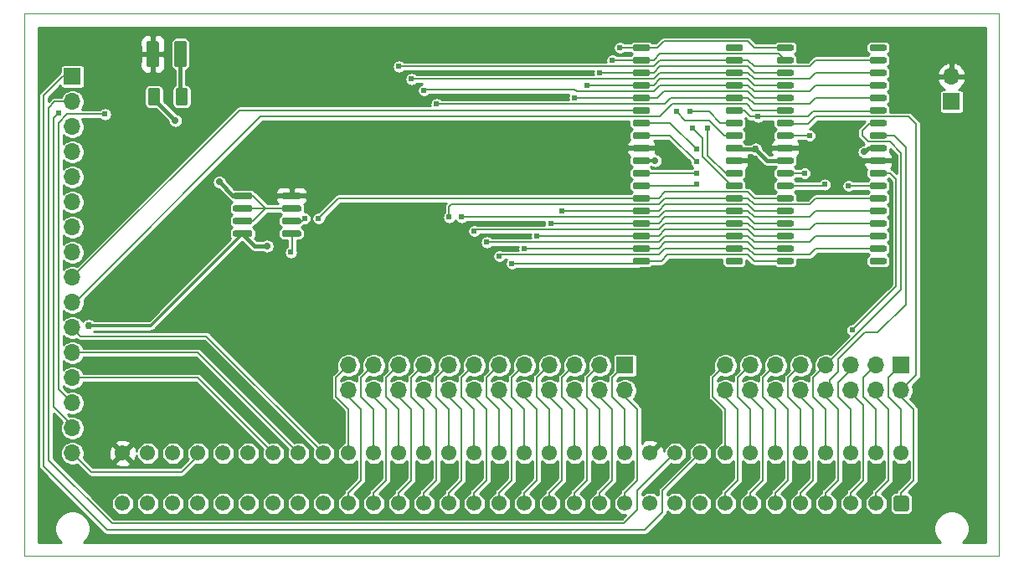
<source format=gbr>
G04 #@! TF.GenerationSoftware,KiCad,Pcbnew,5.1.5+dfsg1-2build2*
G04 #@! TF.CreationDate,2021-07-19T22:25:01+01:00*
G04 #@! TF.ProjectId,TestSRAM,54657374-5352-4414-9d2e-6b696361645f,rev?*
G04 #@! TF.SameCoordinates,Original*
G04 #@! TF.FileFunction,Copper,L1,Top*
G04 #@! TF.FilePolarity,Positive*
%FSLAX46Y46*%
G04 Gerber Fmt 4.6, Leading zero omitted, Abs format (unit mm)*
G04 Created by KiCad (PCBNEW 5.1.5+dfsg1-2build2) date 2021-07-19 22:25:01*
%MOMM*%
%LPD*%
G04 APERTURE LIST*
%ADD10C,0.050000*%
%ADD11C,1.550000*%
%ADD12C,0.100000*%
%ADD13O,1.700000X1.700000*%
%ADD14R,1.700000X1.700000*%
%ADD15C,0.711200*%
%ADD16C,0.762000*%
%ADD17C,0.609600*%
%ADD18C,0.203200*%
%ADD19C,0.406400*%
%ADD20C,0.304800*%
%ADD21C,0.254000*%
G04 APERTURE END LIST*
D10*
X178181000Y-100965000D02*
X178181000Y-155829000D01*
X79629000Y-100965000D02*
X178181000Y-100965000D01*
X79629000Y-155829000D02*
X79629000Y-100965000D01*
X178181000Y-155829000D02*
X79629000Y-155829000D01*
D11*
X89535000Y-145415000D03*
X92075000Y-145415000D03*
X94615000Y-145415000D03*
X97155000Y-145415000D03*
X99695000Y-145415000D03*
X102235000Y-145415000D03*
X104775000Y-145415000D03*
X107315000Y-145415000D03*
X109855000Y-145415000D03*
X112395000Y-145415000D03*
X114935000Y-145415000D03*
X117475000Y-145415000D03*
X120015000Y-145415000D03*
X122555000Y-145415000D03*
X125095000Y-145415000D03*
X127635000Y-145415000D03*
X130175000Y-145415000D03*
X132715000Y-145415000D03*
X135255000Y-145415000D03*
X137795000Y-145415000D03*
X140335000Y-145415000D03*
X142875000Y-145415000D03*
X145415000Y-145415000D03*
X147955000Y-145415000D03*
X150495000Y-145415000D03*
X153035000Y-145415000D03*
X155575000Y-145415000D03*
X158115000Y-145415000D03*
X160655000Y-145415000D03*
X163195000Y-145415000D03*
X165735000Y-145415000D03*
X168275000Y-145415000D03*
X89535000Y-150495000D03*
X92075000Y-150495000D03*
X94615000Y-150495000D03*
X97155000Y-150495000D03*
X99695000Y-150495000D03*
X102235000Y-150495000D03*
X104775000Y-150495000D03*
X107315000Y-150495000D03*
X109855000Y-150495000D03*
X112395000Y-150495000D03*
X114935000Y-150495000D03*
X117475000Y-150495000D03*
X120015000Y-150495000D03*
X122555000Y-150495000D03*
X125095000Y-150495000D03*
X127635000Y-150495000D03*
X130175000Y-150495000D03*
X132715000Y-150495000D03*
X135255000Y-150495000D03*
X137795000Y-150495000D03*
X140335000Y-150495000D03*
X142875000Y-150495000D03*
X145415000Y-150495000D03*
X147955000Y-150495000D03*
X150495000Y-150495000D03*
X153035000Y-150495000D03*
X155575000Y-150495000D03*
X158115000Y-150495000D03*
X160655000Y-150495000D03*
X163195000Y-150495000D03*
X165735000Y-150495000D03*
G04 #@! TA.AperFunction,ComponentPad*
D12*
G36*
X168824505Y-149721204D02*
G01*
X168848773Y-149724804D01*
X168872572Y-149730765D01*
X168895671Y-149739030D01*
X168917850Y-149749520D01*
X168938893Y-149762132D01*
X168958599Y-149776747D01*
X168976777Y-149793223D01*
X168993253Y-149811401D01*
X169007868Y-149831107D01*
X169020480Y-149852150D01*
X169030970Y-149874329D01*
X169039235Y-149897428D01*
X169045196Y-149921227D01*
X169048796Y-149945495D01*
X169050000Y-149969999D01*
X169050000Y-151020001D01*
X169048796Y-151044505D01*
X169045196Y-151068773D01*
X169039235Y-151092572D01*
X169030970Y-151115671D01*
X169020480Y-151137850D01*
X169007868Y-151158893D01*
X168993253Y-151178599D01*
X168976777Y-151196777D01*
X168958599Y-151213253D01*
X168938893Y-151227868D01*
X168917850Y-151240480D01*
X168895671Y-151250970D01*
X168872572Y-151259235D01*
X168848773Y-151265196D01*
X168824505Y-151268796D01*
X168800001Y-151270000D01*
X167749999Y-151270000D01*
X167725495Y-151268796D01*
X167701227Y-151265196D01*
X167677428Y-151259235D01*
X167654329Y-151250970D01*
X167632150Y-151240480D01*
X167611107Y-151227868D01*
X167591401Y-151213253D01*
X167573223Y-151196777D01*
X167556747Y-151178599D01*
X167542132Y-151158893D01*
X167529520Y-151137850D01*
X167519030Y-151115671D01*
X167510765Y-151092572D01*
X167504804Y-151068773D01*
X167501204Y-151044505D01*
X167500000Y-151020001D01*
X167500000Y-149969999D01*
X167501204Y-149945495D01*
X167504804Y-149921227D01*
X167510765Y-149897428D01*
X167519030Y-149874329D01*
X167529520Y-149852150D01*
X167542132Y-149831107D01*
X167556747Y-149811401D01*
X167573223Y-149793223D01*
X167591401Y-149776747D01*
X167611107Y-149762132D01*
X167632150Y-149749520D01*
X167654329Y-149739030D01*
X167677428Y-149730765D01*
X167701227Y-149724804D01*
X167725495Y-149721204D01*
X167749999Y-149720000D01*
X168800001Y-149720000D01*
X168824505Y-149721204D01*
G37*
G04 #@! TD.AperFunction*
D13*
X173355000Y-107315000D03*
D14*
X173355000Y-109855000D03*
G04 #@! TA.AperFunction,SMDPad,CuDef*
D12*
G36*
X152098703Y-104094722D02*
G01*
X152113264Y-104096882D01*
X152127543Y-104100459D01*
X152141403Y-104105418D01*
X152154710Y-104111712D01*
X152167336Y-104119280D01*
X152179159Y-104128048D01*
X152190066Y-104137934D01*
X152199952Y-104148841D01*
X152208720Y-104160664D01*
X152216288Y-104173290D01*
X152222582Y-104186597D01*
X152227541Y-104200457D01*
X152231118Y-104214736D01*
X152233278Y-104229297D01*
X152234000Y-104244000D01*
X152234000Y-104544000D01*
X152233278Y-104558703D01*
X152231118Y-104573264D01*
X152227541Y-104587543D01*
X152222582Y-104601403D01*
X152216288Y-104614710D01*
X152208720Y-104627336D01*
X152199952Y-104639159D01*
X152190066Y-104650066D01*
X152179159Y-104659952D01*
X152167336Y-104668720D01*
X152154710Y-104676288D01*
X152141403Y-104682582D01*
X152127543Y-104687541D01*
X152113264Y-104691118D01*
X152098703Y-104693278D01*
X152084000Y-104694000D01*
X150684000Y-104694000D01*
X150669297Y-104693278D01*
X150654736Y-104691118D01*
X150640457Y-104687541D01*
X150626597Y-104682582D01*
X150613290Y-104676288D01*
X150600664Y-104668720D01*
X150588841Y-104659952D01*
X150577934Y-104650066D01*
X150568048Y-104639159D01*
X150559280Y-104627336D01*
X150551712Y-104614710D01*
X150545418Y-104601403D01*
X150540459Y-104587543D01*
X150536882Y-104573264D01*
X150534722Y-104558703D01*
X150534000Y-104544000D01*
X150534000Y-104244000D01*
X150534722Y-104229297D01*
X150536882Y-104214736D01*
X150540459Y-104200457D01*
X150545418Y-104186597D01*
X150551712Y-104173290D01*
X150559280Y-104160664D01*
X150568048Y-104148841D01*
X150577934Y-104137934D01*
X150588841Y-104128048D01*
X150600664Y-104119280D01*
X150613290Y-104111712D01*
X150626597Y-104105418D01*
X150640457Y-104100459D01*
X150654736Y-104096882D01*
X150669297Y-104094722D01*
X150684000Y-104094000D01*
X152084000Y-104094000D01*
X152098703Y-104094722D01*
G37*
G04 #@! TD.AperFunction*
G04 #@! TA.AperFunction,SMDPad,CuDef*
G36*
X152098703Y-105364722D02*
G01*
X152113264Y-105366882D01*
X152127543Y-105370459D01*
X152141403Y-105375418D01*
X152154710Y-105381712D01*
X152167336Y-105389280D01*
X152179159Y-105398048D01*
X152190066Y-105407934D01*
X152199952Y-105418841D01*
X152208720Y-105430664D01*
X152216288Y-105443290D01*
X152222582Y-105456597D01*
X152227541Y-105470457D01*
X152231118Y-105484736D01*
X152233278Y-105499297D01*
X152234000Y-105514000D01*
X152234000Y-105814000D01*
X152233278Y-105828703D01*
X152231118Y-105843264D01*
X152227541Y-105857543D01*
X152222582Y-105871403D01*
X152216288Y-105884710D01*
X152208720Y-105897336D01*
X152199952Y-105909159D01*
X152190066Y-105920066D01*
X152179159Y-105929952D01*
X152167336Y-105938720D01*
X152154710Y-105946288D01*
X152141403Y-105952582D01*
X152127543Y-105957541D01*
X152113264Y-105961118D01*
X152098703Y-105963278D01*
X152084000Y-105964000D01*
X150684000Y-105964000D01*
X150669297Y-105963278D01*
X150654736Y-105961118D01*
X150640457Y-105957541D01*
X150626597Y-105952582D01*
X150613290Y-105946288D01*
X150600664Y-105938720D01*
X150588841Y-105929952D01*
X150577934Y-105920066D01*
X150568048Y-105909159D01*
X150559280Y-105897336D01*
X150551712Y-105884710D01*
X150545418Y-105871403D01*
X150540459Y-105857543D01*
X150536882Y-105843264D01*
X150534722Y-105828703D01*
X150534000Y-105814000D01*
X150534000Y-105514000D01*
X150534722Y-105499297D01*
X150536882Y-105484736D01*
X150540459Y-105470457D01*
X150545418Y-105456597D01*
X150551712Y-105443290D01*
X150559280Y-105430664D01*
X150568048Y-105418841D01*
X150577934Y-105407934D01*
X150588841Y-105398048D01*
X150600664Y-105389280D01*
X150613290Y-105381712D01*
X150626597Y-105375418D01*
X150640457Y-105370459D01*
X150654736Y-105366882D01*
X150669297Y-105364722D01*
X150684000Y-105364000D01*
X152084000Y-105364000D01*
X152098703Y-105364722D01*
G37*
G04 #@! TD.AperFunction*
G04 #@! TA.AperFunction,SMDPad,CuDef*
G36*
X152098703Y-106634722D02*
G01*
X152113264Y-106636882D01*
X152127543Y-106640459D01*
X152141403Y-106645418D01*
X152154710Y-106651712D01*
X152167336Y-106659280D01*
X152179159Y-106668048D01*
X152190066Y-106677934D01*
X152199952Y-106688841D01*
X152208720Y-106700664D01*
X152216288Y-106713290D01*
X152222582Y-106726597D01*
X152227541Y-106740457D01*
X152231118Y-106754736D01*
X152233278Y-106769297D01*
X152234000Y-106784000D01*
X152234000Y-107084000D01*
X152233278Y-107098703D01*
X152231118Y-107113264D01*
X152227541Y-107127543D01*
X152222582Y-107141403D01*
X152216288Y-107154710D01*
X152208720Y-107167336D01*
X152199952Y-107179159D01*
X152190066Y-107190066D01*
X152179159Y-107199952D01*
X152167336Y-107208720D01*
X152154710Y-107216288D01*
X152141403Y-107222582D01*
X152127543Y-107227541D01*
X152113264Y-107231118D01*
X152098703Y-107233278D01*
X152084000Y-107234000D01*
X150684000Y-107234000D01*
X150669297Y-107233278D01*
X150654736Y-107231118D01*
X150640457Y-107227541D01*
X150626597Y-107222582D01*
X150613290Y-107216288D01*
X150600664Y-107208720D01*
X150588841Y-107199952D01*
X150577934Y-107190066D01*
X150568048Y-107179159D01*
X150559280Y-107167336D01*
X150551712Y-107154710D01*
X150545418Y-107141403D01*
X150540459Y-107127543D01*
X150536882Y-107113264D01*
X150534722Y-107098703D01*
X150534000Y-107084000D01*
X150534000Y-106784000D01*
X150534722Y-106769297D01*
X150536882Y-106754736D01*
X150540459Y-106740457D01*
X150545418Y-106726597D01*
X150551712Y-106713290D01*
X150559280Y-106700664D01*
X150568048Y-106688841D01*
X150577934Y-106677934D01*
X150588841Y-106668048D01*
X150600664Y-106659280D01*
X150613290Y-106651712D01*
X150626597Y-106645418D01*
X150640457Y-106640459D01*
X150654736Y-106636882D01*
X150669297Y-106634722D01*
X150684000Y-106634000D01*
X152084000Y-106634000D01*
X152098703Y-106634722D01*
G37*
G04 #@! TD.AperFunction*
G04 #@! TA.AperFunction,SMDPad,CuDef*
G36*
X152098703Y-107904722D02*
G01*
X152113264Y-107906882D01*
X152127543Y-107910459D01*
X152141403Y-107915418D01*
X152154710Y-107921712D01*
X152167336Y-107929280D01*
X152179159Y-107938048D01*
X152190066Y-107947934D01*
X152199952Y-107958841D01*
X152208720Y-107970664D01*
X152216288Y-107983290D01*
X152222582Y-107996597D01*
X152227541Y-108010457D01*
X152231118Y-108024736D01*
X152233278Y-108039297D01*
X152234000Y-108054000D01*
X152234000Y-108354000D01*
X152233278Y-108368703D01*
X152231118Y-108383264D01*
X152227541Y-108397543D01*
X152222582Y-108411403D01*
X152216288Y-108424710D01*
X152208720Y-108437336D01*
X152199952Y-108449159D01*
X152190066Y-108460066D01*
X152179159Y-108469952D01*
X152167336Y-108478720D01*
X152154710Y-108486288D01*
X152141403Y-108492582D01*
X152127543Y-108497541D01*
X152113264Y-108501118D01*
X152098703Y-108503278D01*
X152084000Y-108504000D01*
X150684000Y-108504000D01*
X150669297Y-108503278D01*
X150654736Y-108501118D01*
X150640457Y-108497541D01*
X150626597Y-108492582D01*
X150613290Y-108486288D01*
X150600664Y-108478720D01*
X150588841Y-108469952D01*
X150577934Y-108460066D01*
X150568048Y-108449159D01*
X150559280Y-108437336D01*
X150551712Y-108424710D01*
X150545418Y-108411403D01*
X150540459Y-108397543D01*
X150536882Y-108383264D01*
X150534722Y-108368703D01*
X150534000Y-108354000D01*
X150534000Y-108054000D01*
X150534722Y-108039297D01*
X150536882Y-108024736D01*
X150540459Y-108010457D01*
X150545418Y-107996597D01*
X150551712Y-107983290D01*
X150559280Y-107970664D01*
X150568048Y-107958841D01*
X150577934Y-107947934D01*
X150588841Y-107938048D01*
X150600664Y-107929280D01*
X150613290Y-107921712D01*
X150626597Y-107915418D01*
X150640457Y-107910459D01*
X150654736Y-107906882D01*
X150669297Y-107904722D01*
X150684000Y-107904000D01*
X152084000Y-107904000D01*
X152098703Y-107904722D01*
G37*
G04 #@! TD.AperFunction*
G04 #@! TA.AperFunction,SMDPad,CuDef*
G36*
X152098703Y-109174722D02*
G01*
X152113264Y-109176882D01*
X152127543Y-109180459D01*
X152141403Y-109185418D01*
X152154710Y-109191712D01*
X152167336Y-109199280D01*
X152179159Y-109208048D01*
X152190066Y-109217934D01*
X152199952Y-109228841D01*
X152208720Y-109240664D01*
X152216288Y-109253290D01*
X152222582Y-109266597D01*
X152227541Y-109280457D01*
X152231118Y-109294736D01*
X152233278Y-109309297D01*
X152234000Y-109324000D01*
X152234000Y-109624000D01*
X152233278Y-109638703D01*
X152231118Y-109653264D01*
X152227541Y-109667543D01*
X152222582Y-109681403D01*
X152216288Y-109694710D01*
X152208720Y-109707336D01*
X152199952Y-109719159D01*
X152190066Y-109730066D01*
X152179159Y-109739952D01*
X152167336Y-109748720D01*
X152154710Y-109756288D01*
X152141403Y-109762582D01*
X152127543Y-109767541D01*
X152113264Y-109771118D01*
X152098703Y-109773278D01*
X152084000Y-109774000D01*
X150684000Y-109774000D01*
X150669297Y-109773278D01*
X150654736Y-109771118D01*
X150640457Y-109767541D01*
X150626597Y-109762582D01*
X150613290Y-109756288D01*
X150600664Y-109748720D01*
X150588841Y-109739952D01*
X150577934Y-109730066D01*
X150568048Y-109719159D01*
X150559280Y-109707336D01*
X150551712Y-109694710D01*
X150545418Y-109681403D01*
X150540459Y-109667543D01*
X150536882Y-109653264D01*
X150534722Y-109638703D01*
X150534000Y-109624000D01*
X150534000Y-109324000D01*
X150534722Y-109309297D01*
X150536882Y-109294736D01*
X150540459Y-109280457D01*
X150545418Y-109266597D01*
X150551712Y-109253290D01*
X150559280Y-109240664D01*
X150568048Y-109228841D01*
X150577934Y-109217934D01*
X150588841Y-109208048D01*
X150600664Y-109199280D01*
X150613290Y-109191712D01*
X150626597Y-109185418D01*
X150640457Y-109180459D01*
X150654736Y-109176882D01*
X150669297Y-109174722D01*
X150684000Y-109174000D01*
X152084000Y-109174000D01*
X152098703Y-109174722D01*
G37*
G04 #@! TD.AperFunction*
G04 #@! TA.AperFunction,SMDPad,CuDef*
G36*
X152098703Y-110444722D02*
G01*
X152113264Y-110446882D01*
X152127543Y-110450459D01*
X152141403Y-110455418D01*
X152154710Y-110461712D01*
X152167336Y-110469280D01*
X152179159Y-110478048D01*
X152190066Y-110487934D01*
X152199952Y-110498841D01*
X152208720Y-110510664D01*
X152216288Y-110523290D01*
X152222582Y-110536597D01*
X152227541Y-110550457D01*
X152231118Y-110564736D01*
X152233278Y-110579297D01*
X152234000Y-110594000D01*
X152234000Y-110894000D01*
X152233278Y-110908703D01*
X152231118Y-110923264D01*
X152227541Y-110937543D01*
X152222582Y-110951403D01*
X152216288Y-110964710D01*
X152208720Y-110977336D01*
X152199952Y-110989159D01*
X152190066Y-111000066D01*
X152179159Y-111009952D01*
X152167336Y-111018720D01*
X152154710Y-111026288D01*
X152141403Y-111032582D01*
X152127543Y-111037541D01*
X152113264Y-111041118D01*
X152098703Y-111043278D01*
X152084000Y-111044000D01*
X150684000Y-111044000D01*
X150669297Y-111043278D01*
X150654736Y-111041118D01*
X150640457Y-111037541D01*
X150626597Y-111032582D01*
X150613290Y-111026288D01*
X150600664Y-111018720D01*
X150588841Y-111009952D01*
X150577934Y-111000066D01*
X150568048Y-110989159D01*
X150559280Y-110977336D01*
X150551712Y-110964710D01*
X150545418Y-110951403D01*
X150540459Y-110937543D01*
X150536882Y-110923264D01*
X150534722Y-110908703D01*
X150534000Y-110894000D01*
X150534000Y-110594000D01*
X150534722Y-110579297D01*
X150536882Y-110564736D01*
X150540459Y-110550457D01*
X150545418Y-110536597D01*
X150551712Y-110523290D01*
X150559280Y-110510664D01*
X150568048Y-110498841D01*
X150577934Y-110487934D01*
X150588841Y-110478048D01*
X150600664Y-110469280D01*
X150613290Y-110461712D01*
X150626597Y-110455418D01*
X150640457Y-110450459D01*
X150654736Y-110446882D01*
X150669297Y-110444722D01*
X150684000Y-110444000D01*
X152084000Y-110444000D01*
X152098703Y-110444722D01*
G37*
G04 #@! TD.AperFunction*
G04 #@! TA.AperFunction,SMDPad,CuDef*
G36*
X152098703Y-111714722D02*
G01*
X152113264Y-111716882D01*
X152127543Y-111720459D01*
X152141403Y-111725418D01*
X152154710Y-111731712D01*
X152167336Y-111739280D01*
X152179159Y-111748048D01*
X152190066Y-111757934D01*
X152199952Y-111768841D01*
X152208720Y-111780664D01*
X152216288Y-111793290D01*
X152222582Y-111806597D01*
X152227541Y-111820457D01*
X152231118Y-111834736D01*
X152233278Y-111849297D01*
X152234000Y-111864000D01*
X152234000Y-112164000D01*
X152233278Y-112178703D01*
X152231118Y-112193264D01*
X152227541Y-112207543D01*
X152222582Y-112221403D01*
X152216288Y-112234710D01*
X152208720Y-112247336D01*
X152199952Y-112259159D01*
X152190066Y-112270066D01*
X152179159Y-112279952D01*
X152167336Y-112288720D01*
X152154710Y-112296288D01*
X152141403Y-112302582D01*
X152127543Y-112307541D01*
X152113264Y-112311118D01*
X152098703Y-112313278D01*
X152084000Y-112314000D01*
X150684000Y-112314000D01*
X150669297Y-112313278D01*
X150654736Y-112311118D01*
X150640457Y-112307541D01*
X150626597Y-112302582D01*
X150613290Y-112296288D01*
X150600664Y-112288720D01*
X150588841Y-112279952D01*
X150577934Y-112270066D01*
X150568048Y-112259159D01*
X150559280Y-112247336D01*
X150551712Y-112234710D01*
X150545418Y-112221403D01*
X150540459Y-112207543D01*
X150536882Y-112193264D01*
X150534722Y-112178703D01*
X150534000Y-112164000D01*
X150534000Y-111864000D01*
X150534722Y-111849297D01*
X150536882Y-111834736D01*
X150540459Y-111820457D01*
X150545418Y-111806597D01*
X150551712Y-111793290D01*
X150559280Y-111780664D01*
X150568048Y-111768841D01*
X150577934Y-111757934D01*
X150588841Y-111748048D01*
X150600664Y-111739280D01*
X150613290Y-111731712D01*
X150626597Y-111725418D01*
X150640457Y-111720459D01*
X150654736Y-111716882D01*
X150669297Y-111714722D01*
X150684000Y-111714000D01*
X152084000Y-111714000D01*
X152098703Y-111714722D01*
G37*
G04 #@! TD.AperFunction*
G04 #@! TA.AperFunction,SMDPad,CuDef*
G36*
X152098703Y-112984722D02*
G01*
X152113264Y-112986882D01*
X152127543Y-112990459D01*
X152141403Y-112995418D01*
X152154710Y-113001712D01*
X152167336Y-113009280D01*
X152179159Y-113018048D01*
X152190066Y-113027934D01*
X152199952Y-113038841D01*
X152208720Y-113050664D01*
X152216288Y-113063290D01*
X152222582Y-113076597D01*
X152227541Y-113090457D01*
X152231118Y-113104736D01*
X152233278Y-113119297D01*
X152234000Y-113134000D01*
X152234000Y-113434000D01*
X152233278Y-113448703D01*
X152231118Y-113463264D01*
X152227541Y-113477543D01*
X152222582Y-113491403D01*
X152216288Y-113504710D01*
X152208720Y-113517336D01*
X152199952Y-113529159D01*
X152190066Y-113540066D01*
X152179159Y-113549952D01*
X152167336Y-113558720D01*
X152154710Y-113566288D01*
X152141403Y-113572582D01*
X152127543Y-113577541D01*
X152113264Y-113581118D01*
X152098703Y-113583278D01*
X152084000Y-113584000D01*
X150684000Y-113584000D01*
X150669297Y-113583278D01*
X150654736Y-113581118D01*
X150640457Y-113577541D01*
X150626597Y-113572582D01*
X150613290Y-113566288D01*
X150600664Y-113558720D01*
X150588841Y-113549952D01*
X150577934Y-113540066D01*
X150568048Y-113529159D01*
X150559280Y-113517336D01*
X150551712Y-113504710D01*
X150545418Y-113491403D01*
X150540459Y-113477543D01*
X150536882Y-113463264D01*
X150534722Y-113448703D01*
X150534000Y-113434000D01*
X150534000Y-113134000D01*
X150534722Y-113119297D01*
X150536882Y-113104736D01*
X150540459Y-113090457D01*
X150545418Y-113076597D01*
X150551712Y-113063290D01*
X150559280Y-113050664D01*
X150568048Y-113038841D01*
X150577934Y-113027934D01*
X150588841Y-113018048D01*
X150600664Y-113009280D01*
X150613290Y-113001712D01*
X150626597Y-112995418D01*
X150640457Y-112990459D01*
X150654736Y-112986882D01*
X150669297Y-112984722D01*
X150684000Y-112984000D01*
X152084000Y-112984000D01*
X152098703Y-112984722D01*
G37*
G04 #@! TD.AperFunction*
G04 #@! TA.AperFunction,SMDPad,CuDef*
G36*
X152098703Y-114254722D02*
G01*
X152113264Y-114256882D01*
X152127543Y-114260459D01*
X152141403Y-114265418D01*
X152154710Y-114271712D01*
X152167336Y-114279280D01*
X152179159Y-114288048D01*
X152190066Y-114297934D01*
X152199952Y-114308841D01*
X152208720Y-114320664D01*
X152216288Y-114333290D01*
X152222582Y-114346597D01*
X152227541Y-114360457D01*
X152231118Y-114374736D01*
X152233278Y-114389297D01*
X152234000Y-114404000D01*
X152234000Y-114704000D01*
X152233278Y-114718703D01*
X152231118Y-114733264D01*
X152227541Y-114747543D01*
X152222582Y-114761403D01*
X152216288Y-114774710D01*
X152208720Y-114787336D01*
X152199952Y-114799159D01*
X152190066Y-114810066D01*
X152179159Y-114819952D01*
X152167336Y-114828720D01*
X152154710Y-114836288D01*
X152141403Y-114842582D01*
X152127543Y-114847541D01*
X152113264Y-114851118D01*
X152098703Y-114853278D01*
X152084000Y-114854000D01*
X150684000Y-114854000D01*
X150669297Y-114853278D01*
X150654736Y-114851118D01*
X150640457Y-114847541D01*
X150626597Y-114842582D01*
X150613290Y-114836288D01*
X150600664Y-114828720D01*
X150588841Y-114819952D01*
X150577934Y-114810066D01*
X150568048Y-114799159D01*
X150559280Y-114787336D01*
X150551712Y-114774710D01*
X150545418Y-114761403D01*
X150540459Y-114747543D01*
X150536882Y-114733264D01*
X150534722Y-114718703D01*
X150534000Y-114704000D01*
X150534000Y-114404000D01*
X150534722Y-114389297D01*
X150536882Y-114374736D01*
X150540459Y-114360457D01*
X150545418Y-114346597D01*
X150551712Y-114333290D01*
X150559280Y-114320664D01*
X150568048Y-114308841D01*
X150577934Y-114297934D01*
X150588841Y-114288048D01*
X150600664Y-114279280D01*
X150613290Y-114271712D01*
X150626597Y-114265418D01*
X150640457Y-114260459D01*
X150654736Y-114256882D01*
X150669297Y-114254722D01*
X150684000Y-114254000D01*
X152084000Y-114254000D01*
X152098703Y-114254722D01*
G37*
G04 #@! TD.AperFunction*
G04 #@! TA.AperFunction,SMDPad,CuDef*
G36*
X152098703Y-115524722D02*
G01*
X152113264Y-115526882D01*
X152127543Y-115530459D01*
X152141403Y-115535418D01*
X152154710Y-115541712D01*
X152167336Y-115549280D01*
X152179159Y-115558048D01*
X152190066Y-115567934D01*
X152199952Y-115578841D01*
X152208720Y-115590664D01*
X152216288Y-115603290D01*
X152222582Y-115616597D01*
X152227541Y-115630457D01*
X152231118Y-115644736D01*
X152233278Y-115659297D01*
X152234000Y-115674000D01*
X152234000Y-115974000D01*
X152233278Y-115988703D01*
X152231118Y-116003264D01*
X152227541Y-116017543D01*
X152222582Y-116031403D01*
X152216288Y-116044710D01*
X152208720Y-116057336D01*
X152199952Y-116069159D01*
X152190066Y-116080066D01*
X152179159Y-116089952D01*
X152167336Y-116098720D01*
X152154710Y-116106288D01*
X152141403Y-116112582D01*
X152127543Y-116117541D01*
X152113264Y-116121118D01*
X152098703Y-116123278D01*
X152084000Y-116124000D01*
X150684000Y-116124000D01*
X150669297Y-116123278D01*
X150654736Y-116121118D01*
X150640457Y-116117541D01*
X150626597Y-116112582D01*
X150613290Y-116106288D01*
X150600664Y-116098720D01*
X150588841Y-116089952D01*
X150577934Y-116080066D01*
X150568048Y-116069159D01*
X150559280Y-116057336D01*
X150551712Y-116044710D01*
X150545418Y-116031403D01*
X150540459Y-116017543D01*
X150536882Y-116003264D01*
X150534722Y-115988703D01*
X150534000Y-115974000D01*
X150534000Y-115674000D01*
X150534722Y-115659297D01*
X150536882Y-115644736D01*
X150540459Y-115630457D01*
X150545418Y-115616597D01*
X150551712Y-115603290D01*
X150559280Y-115590664D01*
X150568048Y-115578841D01*
X150577934Y-115567934D01*
X150588841Y-115558048D01*
X150600664Y-115549280D01*
X150613290Y-115541712D01*
X150626597Y-115535418D01*
X150640457Y-115530459D01*
X150654736Y-115526882D01*
X150669297Y-115524722D01*
X150684000Y-115524000D01*
X152084000Y-115524000D01*
X152098703Y-115524722D01*
G37*
G04 #@! TD.AperFunction*
G04 #@! TA.AperFunction,SMDPad,CuDef*
G36*
X152098703Y-116794722D02*
G01*
X152113264Y-116796882D01*
X152127543Y-116800459D01*
X152141403Y-116805418D01*
X152154710Y-116811712D01*
X152167336Y-116819280D01*
X152179159Y-116828048D01*
X152190066Y-116837934D01*
X152199952Y-116848841D01*
X152208720Y-116860664D01*
X152216288Y-116873290D01*
X152222582Y-116886597D01*
X152227541Y-116900457D01*
X152231118Y-116914736D01*
X152233278Y-116929297D01*
X152234000Y-116944000D01*
X152234000Y-117244000D01*
X152233278Y-117258703D01*
X152231118Y-117273264D01*
X152227541Y-117287543D01*
X152222582Y-117301403D01*
X152216288Y-117314710D01*
X152208720Y-117327336D01*
X152199952Y-117339159D01*
X152190066Y-117350066D01*
X152179159Y-117359952D01*
X152167336Y-117368720D01*
X152154710Y-117376288D01*
X152141403Y-117382582D01*
X152127543Y-117387541D01*
X152113264Y-117391118D01*
X152098703Y-117393278D01*
X152084000Y-117394000D01*
X150684000Y-117394000D01*
X150669297Y-117393278D01*
X150654736Y-117391118D01*
X150640457Y-117387541D01*
X150626597Y-117382582D01*
X150613290Y-117376288D01*
X150600664Y-117368720D01*
X150588841Y-117359952D01*
X150577934Y-117350066D01*
X150568048Y-117339159D01*
X150559280Y-117327336D01*
X150551712Y-117314710D01*
X150545418Y-117301403D01*
X150540459Y-117287543D01*
X150536882Y-117273264D01*
X150534722Y-117258703D01*
X150534000Y-117244000D01*
X150534000Y-116944000D01*
X150534722Y-116929297D01*
X150536882Y-116914736D01*
X150540459Y-116900457D01*
X150545418Y-116886597D01*
X150551712Y-116873290D01*
X150559280Y-116860664D01*
X150568048Y-116848841D01*
X150577934Y-116837934D01*
X150588841Y-116828048D01*
X150600664Y-116819280D01*
X150613290Y-116811712D01*
X150626597Y-116805418D01*
X150640457Y-116800459D01*
X150654736Y-116796882D01*
X150669297Y-116794722D01*
X150684000Y-116794000D01*
X152084000Y-116794000D01*
X152098703Y-116794722D01*
G37*
G04 #@! TD.AperFunction*
G04 #@! TA.AperFunction,SMDPad,CuDef*
G36*
X152098703Y-118064722D02*
G01*
X152113264Y-118066882D01*
X152127543Y-118070459D01*
X152141403Y-118075418D01*
X152154710Y-118081712D01*
X152167336Y-118089280D01*
X152179159Y-118098048D01*
X152190066Y-118107934D01*
X152199952Y-118118841D01*
X152208720Y-118130664D01*
X152216288Y-118143290D01*
X152222582Y-118156597D01*
X152227541Y-118170457D01*
X152231118Y-118184736D01*
X152233278Y-118199297D01*
X152234000Y-118214000D01*
X152234000Y-118514000D01*
X152233278Y-118528703D01*
X152231118Y-118543264D01*
X152227541Y-118557543D01*
X152222582Y-118571403D01*
X152216288Y-118584710D01*
X152208720Y-118597336D01*
X152199952Y-118609159D01*
X152190066Y-118620066D01*
X152179159Y-118629952D01*
X152167336Y-118638720D01*
X152154710Y-118646288D01*
X152141403Y-118652582D01*
X152127543Y-118657541D01*
X152113264Y-118661118D01*
X152098703Y-118663278D01*
X152084000Y-118664000D01*
X150684000Y-118664000D01*
X150669297Y-118663278D01*
X150654736Y-118661118D01*
X150640457Y-118657541D01*
X150626597Y-118652582D01*
X150613290Y-118646288D01*
X150600664Y-118638720D01*
X150588841Y-118629952D01*
X150577934Y-118620066D01*
X150568048Y-118609159D01*
X150559280Y-118597336D01*
X150551712Y-118584710D01*
X150545418Y-118571403D01*
X150540459Y-118557543D01*
X150536882Y-118543264D01*
X150534722Y-118528703D01*
X150534000Y-118514000D01*
X150534000Y-118214000D01*
X150534722Y-118199297D01*
X150536882Y-118184736D01*
X150540459Y-118170457D01*
X150545418Y-118156597D01*
X150551712Y-118143290D01*
X150559280Y-118130664D01*
X150568048Y-118118841D01*
X150577934Y-118107934D01*
X150588841Y-118098048D01*
X150600664Y-118089280D01*
X150613290Y-118081712D01*
X150626597Y-118075418D01*
X150640457Y-118070459D01*
X150654736Y-118066882D01*
X150669297Y-118064722D01*
X150684000Y-118064000D01*
X152084000Y-118064000D01*
X152098703Y-118064722D01*
G37*
G04 #@! TD.AperFunction*
G04 #@! TA.AperFunction,SMDPad,CuDef*
G36*
X152098703Y-119334722D02*
G01*
X152113264Y-119336882D01*
X152127543Y-119340459D01*
X152141403Y-119345418D01*
X152154710Y-119351712D01*
X152167336Y-119359280D01*
X152179159Y-119368048D01*
X152190066Y-119377934D01*
X152199952Y-119388841D01*
X152208720Y-119400664D01*
X152216288Y-119413290D01*
X152222582Y-119426597D01*
X152227541Y-119440457D01*
X152231118Y-119454736D01*
X152233278Y-119469297D01*
X152234000Y-119484000D01*
X152234000Y-119784000D01*
X152233278Y-119798703D01*
X152231118Y-119813264D01*
X152227541Y-119827543D01*
X152222582Y-119841403D01*
X152216288Y-119854710D01*
X152208720Y-119867336D01*
X152199952Y-119879159D01*
X152190066Y-119890066D01*
X152179159Y-119899952D01*
X152167336Y-119908720D01*
X152154710Y-119916288D01*
X152141403Y-119922582D01*
X152127543Y-119927541D01*
X152113264Y-119931118D01*
X152098703Y-119933278D01*
X152084000Y-119934000D01*
X150684000Y-119934000D01*
X150669297Y-119933278D01*
X150654736Y-119931118D01*
X150640457Y-119927541D01*
X150626597Y-119922582D01*
X150613290Y-119916288D01*
X150600664Y-119908720D01*
X150588841Y-119899952D01*
X150577934Y-119890066D01*
X150568048Y-119879159D01*
X150559280Y-119867336D01*
X150551712Y-119854710D01*
X150545418Y-119841403D01*
X150540459Y-119827543D01*
X150536882Y-119813264D01*
X150534722Y-119798703D01*
X150534000Y-119784000D01*
X150534000Y-119484000D01*
X150534722Y-119469297D01*
X150536882Y-119454736D01*
X150540459Y-119440457D01*
X150545418Y-119426597D01*
X150551712Y-119413290D01*
X150559280Y-119400664D01*
X150568048Y-119388841D01*
X150577934Y-119377934D01*
X150588841Y-119368048D01*
X150600664Y-119359280D01*
X150613290Y-119351712D01*
X150626597Y-119345418D01*
X150640457Y-119340459D01*
X150654736Y-119336882D01*
X150669297Y-119334722D01*
X150684000Y-119334000D01*
X152084000Y-119334000D01*
X152098703Y-119334722D01*
G37*
G04 #@! TD.AperFunction*
G04 #@! TA.AperFunction,SMDPad,CuDef*
G36*
X152098703Y-120604722D02*
G01*
X152113264Y-120606882D01*
X152127543Y-120610459D01*
X152141403Y-120615418D01*
X152154710Y-120621712D01*
X152167336Y-120629280D01*
X152179159Y-120638048D01*
X152190066Y-120647934D01*
X152199952Y-120658841D01*
X152208720Y-120670664D01*
X152216288Y-120683290D01*
X152222582Y-120696597D01*
X152227541Y-120710457D01*
X152231118Y-120724736D01*
X152233278Y-120739297D01*
X152234000Y-120754000D01*
X152234000Y-121054000D01*
X152233278Y-121068703D01*
X152231118Y-121083264D01*
X152227541Y-121097543D01*
X152222582Y-121111403D01*
X152216288Y-121124710D01*
X152208720Y-121137336D01*
X152199952Y-121149159D01*
X152190066Y-121160066D01*
X152179159Y-121169952D01*
X152167336Y-121178720D01*
X152154710Y-121186288D01*
X152141403Y-121192582D01*
X152127543Y-121197541D01*
X152113264Y-121201118D01*
X152098703Y-121203278D01*
X152084000Y-121204000D01*
X150684000Y-121204000D01*
X150669297Y-121203278D01*
X150654736Y-121201118D01*
X150640457Y-121197541D01*
X150626597Y-121192582D01*
X150613290Y-121186288D01*
X150600664Y-121178720D01*
X150588841Y-121169952D01*
X150577934Y-121160066D01*
X150568048Y-121149159D01*
X150559280Y-121137336D01*
X150551712Y-121124710D01*
X150545418Y-121111403D01*
X150540459Y-121097543D01*
X150536882Y-121083264D01*
X150534722Y-121068703D01*
X150534000Y-121054000D01*
X150534000Y-120754000D01*
X150534722Y-120739297D01*
X150536882Y-120724736D01*
X150540459Y-120710457D01*
X150545418Y-120696597D01*
X150551712Y-120683290D01*
X150559280Y-120670664D01*
X150568048Y-120658841D01*
X150577934Y-120647934D01*
X150588841Y-120638048D01*
X150600664Y-120629280D01*
X150613290Y-120621712D01*
X150626597Y-120615418D01*
X150640457Y-120610459D01*
X150654736Y-120606882D01*
X150669297Y-120604722D01*
X150684000Y-120604000D01*
X152084000Y-120604000D01*
X152098703Y-120604722D01*
G37*
G04 #@! TD.AperFunction*
G04 #@! TA.AperFunction,SMDPad,CuDef*
G36*
X152098703Y-121874722D02*
G01*
X152113264Y-121876882D01*
X152127543Y-121880459D01*
X152141403Y-121885418D01*
X152154710Y-121891712D01*
X152167336Y-121899280D01*
X152179159Y-121908048D01*
X152190066Y-121917934D01*
X152199952Y-121928841D01*
X152208720Y-121940664D01*
X152216288Y-121953290D01*
X152222582Y-121966597D01*
X152227541Y-121980457D01*
X152231118Y-121994736D01*
X152233278Y-122009297D01*
X152234000Y-122024000D01*
X152234000Y-122324000D01*
X152233278Y-122338703D01*
X152231118Y-122353264D01*
X152227541Y-122367543D01*
X152222582Y-122381403D01*
X152216288Y-122394710D01*
X152208720Y-122407336D01*
X152199952Y-122419159D01*
X152190066Y-122430066D01*
X152179159Y-122439952D01*
X152167336Y-122448720D01*
X152154710Y-122456288D01*
X152141403Y-122462582D01*
X152127543Y-122467541D01*
X152113264Y-122471118D01*
X152098703Y-122473278D01*
X152084000Y-122474000D01*
X150684000Y-122474000D01*
X150669297Y-122473278D01*
X150654736Y-122471118D01*
X150640457Y-122467541D01*
X150626597Y-122462582D01*
X150613290Y-122456288D01*
X150600664Y-122448720D01*
X150588841Y-122439952D01*
X150577934Y-122430066D01*
X150568048Y-122419159D01*
X150559280Y-122407336D01*
X150551712Y-122394710D01*
X150545418Y-122381403D01*
X150540459Y-122367543D01*
X150536882Y-122353264D01*
X150534722Y-122338703D01*
X150534000Y-122324000D01*
X150534000Y-122024000D01*
X150534722Y-122009297D01*
X150536882Y-121994736D01*
X150540459Y-121980457D01*
X150545418Y-121966597D01*
X150551712Y-121953290D01*
X150559280Y-121940664D01*
X150568048Y-121928841D01*
X150577934Y-121917934D01*
X150588841Y-121908048D01*
X150600664Y-121899280D01*
X150613290Y-121891712D01*
X150626597Y-121885418D01*
X150640457Y-121880459D01*
X150654736Y-121876882D01*
X150669297Y-121874722D01*
X150684000Y-121874000D01*
X152084000Y-121874000D01*
X152098703Y-121874722D01*
G37*
G04 #@! TD.AperFunction*
G04 #@! TA.AperFunction,SMDPad,CuDef*
G36*
X152098703Y-123144722D02*
G01*
X152113264Y-123146882D01*
X152127543Y-123150459D01*
X152141403Y-123155418D01*
X152154710Y-123161712D01*
X152167336Y-123169280D01*
X152179159Y-123178048D01*
X152190066Y-123187934D01*
X152199952Y-123198841D01*
X152208720Y-123210664D01*
X152216288Y-123223290D01*
X152222582Y-123236597D01*
X152227541Y-123250457D01*
X152231118Y-123264736D01*
X152233278Y-123279297D01*
X152234000Y-123294000D01*
X152234000Y-123594000D01*
X152233278Y-123608703D01*
X152231118Y-123623264D01*
X152227541Y-123637543D01*
X152222582Y-123651403D01*
X152216288Y-123664710D01*
X152208720Y-123677336D01*
X152199952Y-123689159D01*
X152190066Y-123700066D01*
X152179159Y-123709952D01*
X152167336Y-123718720D01*
X152154710Y-123726288D01*
X152141403Y-123732582D01*
X152127543Y-123737541D01*
X152113264Y-123741118D01*
X152098703Y-123743278D01*
X152084000Y-123744000D01*
X150684000Y-123744000D01*
X150669297Y-123743278D01*
X150654736Y-123741118D01*
X150640457Y-123737541D01*
X150626597Y-123732582D01*
X150613290Y-123726288D01*
X150600664Y-123718720D01*
X150588841Y-123709952D01*
X150577934Y-123700066D01*
X150568048Y-123689159D01*
X150559280Y-123677336D01*
X150551712Y-123664710D01*
X150545418Y-123651403D01*
X150540459Y-123637543D01*
X150536882Y-123623264D01*
X150534722Y-123608703D01*
X150534000Y-123594000D01*
X150534000Y-123294000D01*
X150534722Y-123279297D01*
X150536882Y-123264736D01*
X150540459Y-123250457D01*
X150545418Y-123236597D01*
X150551712Y-123223290D01*
X150559280Y-123210664D01*
X150568048Y-123198841D01*
X150577934Y-123187934D01*
X150588841Y-123178048D01*
X150600664Y-123169280D01*
X150613290Y-123161712D01*
X150626597Y-123155418D01*
X150640457Y-123150459D01*
X150654736Y-123146882D01*
X150669297Y-123144722D01*
X150684000Y-123144000D01*
X152084000Y-123144000D01*
X152098703Y-123144722D01*
G37*
G04 #@! TD.AperFunction*
G04 #@! TA.AperFunction,SMDPad,CuDef*
G36*
X152098703Y-124414722D02*
G01*
X152113264Y-124416882D01*
X152127543Y-124420459D01*
X152141403Y-124425418D01*
X152154710Y-124431712D01*
X152167336Y-124439280D01*
X152179159Y-124448048D01*
X152190066Y-124457934D01*
X152199952Y-124468841D01*
X152208720Y-124480664D01*
X152216288Y-124493290D01*
X152222582Y-124506597D01*
X152227541Y-124520457D01*
X152231118Y-124534736D01*
X152233278Y-124549297D01*
X152234000Y-124564000D01*
X152234000Y-124864000D01*
X152233278Y-124878703D01*
X152231118Y-124893264D01*
X152227541Y-124907543D01*
X152222582Y-124921403D01*
X152216288Y-124934710D01*
X152208720Y-124947336D01*
X152199952Y-124959159D01*
X152190066Y-124970066D01*
X152179159Y-124979952D01*
X152167336Y-124988720D01*
X152154710Y-124996288D01*
X152141403Y-125002582D01*
X152127543Y-125007541D01*
X152113264Y-125011118D01*
X152098703Y-125013278D01*
X152084000Y-125014000D01*
X150684000Y-125014000D01*
X150669297Y-125013278D01*
X150654736Y-125011118D01*
X150640457Y-125007541D01*
X150626597Y-125002582D01*
X150613290Y-124996288D01*
X150600664Y-124988720D01*
X150588841Y-124979952D01*
X150577934Y-124970066D01*
X150568048Y-124959159D01*
X150559280Y-124947336D01*
X150551712Y-124934710D01*
X150545418Y-124921403D01*
X150540459Y-124907543D01*
X150536882Y-124893264D01*
X150534722Y-124878703D01*
X150534000Y-124864000D01*
X150534000Y-124564000D01*
X150534722Y-124549297D01*
X150536882Y-124534736D01*
X150540459Y-124520457D01*
X150545418Y-124506597D01*
X150551712Y-124493290D01*
X150559280Y-124480664D01*
X150568048Y-124468841D01*
X150577934Y-124457934D01*
X150588841Y-124448048D01*
X150600664Y-124439280D01*
X150613290Y-124431712D01*
X150626597Y-124425418D01*
X150640457Y-124420459D01*
X150654736Y-124416882D01*
X150669297Y-124414722D01*
X150684000Y-124414000D01*
X152084000Y-124414000D01*
X152098703Y-124414722D01*
G37*
G04 #@! TD.AperFunction*
G04 #@! TA.AperFunction,SMDPad,CuDef*
G36*
X152098703Y-125684722D02*
G01*
X152113264Y-125686882D01*
X152127543Y-125690459D01*
X152141403Y-125695418D01*
X152154710Y-125701712D01*
X152167336Y-125709280D01*
X152179159Y-125718048D01*
X152190066Y-125727934D01*
X152199952Y-125738841D01*
X152208720Y-125750664D01*
X152216288Y-125763290D01*
X152222582Y-125776597D01*
X152227541Y-125790457D01*
X152231118Y-125804736D01*
X152233278Y-125819297D01*
X152234000Y-125834000D01*
X152234000Y-126134000D01*
X152233278Y-126148703D01*
X152231118Y-126163264D01*
X152227541Y-126177543D01*
X152222582Y-126191403D01*
X152216288Y-126204710D01*
X152208720Y-126217336D01*
X152199952Y-126229159D01*
X152190066Y-126240066D01*
X152179159Y-126249952D01*
X152167336Y-126258720D01*
X152154710Y-126266288D01*
X152141403Y-126272582D01*
X152127543Y-126277541D01*
X152113264Y-126281118D01*
X152098703Y-126283278D01*
X152084000Y-126284000D01*
X150684000Y-126284000D01*
X150669297Y-126283278D01*
X150654736Y-126281118D01*
X150640457Y-126277541D01*
X150626597Y-126272582D01*
X150613290Y-126266288D01*
X150600664Y-126258720D01*
X150588841Y-126249952D01*
X150577934Y-126240066D01*
X150568048Y-126229159D01*
X150559280Y-126217336D01*
X150551712Y-126204710D01*
X150545418Y-126191403D01*
X150540459Y-126177543D01*
X150536882Y-126163264D01*
X150534722Y-126148703D01*
X150534000Y-126134000D01*
X150534000Y-125834000D01*
X150534722Y-125819297D01*
X150536882Y-125804736D01*
X150540459Y-125790457D01*
X150545418Y-125776597D01*
X150551712Y-125763290D01*
X150559280Y-125750664D01*
X150568048Y-125738841D01*
X150577934Y-125727934D01*
X150588841Y-125718048D01*
X150600664Y-125709280D01*
X150613290Y-125701712D01*
X150626597Y-125695418D01*
X150640457Y-125690459D01*
X150654736Y-125686882D01*
X150669297Y-125684722D01*
X150684000Y-125684000D01*
X152084000Y-125684000D01*
X152098703Y-125684722D01*
G37*
G04 #@! TD.AperFunction*
G04 #@! TA.AperFunction,SMDPad,CuDef*
G36*
X142698703Y-125684722D02*
G01*
X142713264Y-125686882D01*
X142727543Y-125690459D01*
X142741403Y-125695418D01*
X142754710Y-125701712D01*
X142767336Y-125709280D01*
X142779159Y-125718048D01*
X142790066Y-125727934D01*
X142799952Y-125738841D01*
X142808720Y-125750664D01*
X142816288Y-125763290D01*
X142822582Y-125776597D01*
X142827541Y-125790457D01*
X142831118Y-125804736D01*
X142833278Y-125819297D01*
X142834000Y-125834000D01*
X142834000Y-126134000D01*
X142833278Y-126148703D01*
X142831118Y-126163264D01*
X142827541Y-126177543D01*
X142822582Y-126191403D01*
X142816288Y-126204710D01*
X142808720Y-126217336D01*
X142799952Y-126229159D01*
X142790066Y-126240066D01*
X142779159Y-126249952D01*
X142767336Y-126258720D01*
X142754710Y-126266288D01*
X142741403Y-126272582D01*
X142727543Y-126277541D01*
X142713264Y-126281118D01*
X142698703Y-126283278D01*
X142684000Y-126284000D01*
X141284000Y-126284000D01*
X141269297Y-126283278D01*
X141254736Y-126281118D01*
X141240457Y-126277541D01*
X141226597Y-126272582D01*
X141213290Y-126266288D01*
X141200664Y-126258720D01*
X141188841Y-126249952D01*
X141177934Y-126240066D01*
X141168048Y-126229159D01*
X141159280Y-126217336D01*
X141151712Y-126204710D01*
X141145418Y-126191403D01*
X141140459Y-126177543D01*
X141136882Y-126163264D01*
X141134722Y-126148703D01*
X141134000Y-126134000D01*
X141134000Y-125834000D01*
X141134722Y-125819297D01*
X141136882Y-125804736D01*
X141140459Y-125790457D01*
X141145418Y-125776597D01*
X141151712Y-125763290D01*
X141159280Y-125750664D01*
X141168048Y-125738841D01*
X141177934Y-125727934D01*
X141188841Y-125718048D01*
X141200664Y-125709280D01*
X141213290Y-125701712D01*
X141226597Y-125695418D01*
X141240457Y-125690459D01*
X141254736Y-125686882D01*
X141269297Y-125684722D01*
X141284000Y-125684000D01*
X142684000Y-125684000D01*
X142698703Y-125684722D01*
G37*
G04 #@! TD.AperFunction*
G04 #@! TA.AperFunction,SMDPad,CuDef*
G36*
X142698703Y-124414722D02*
G01*
X142713264Y-124416882D01*
X142727543Y-124420459D01*
X142741403Y-124425418D01*
X142754710Y-124431712D01*
X142767336Y-124439280D01*
X142779159Y-124448048D01*
X142790066Y-124457934D01*
X142799952Y-124468841D01*
X142808720Y-124480664D01*
X142816288Y-124493290D01*
X142822582Y-124506597D01*
X142827541Y-124520457D01*
X142831118Y-124534736D01*
X142833278Y-124549297D01*
X142834000Y-124564000D01*
X142834000Y-124864000D01*
X142833278Y-124878703D01*
X142831118Y-124893264D01*
X142827541Y-124907543D01*
X142822582Y-124921403D01*
X142816288Y-124934710D01*
X142808720Y-124947336D01*
X142799952Y-124959159D01*
X142790066Y-124970066D01*
X142779159Y-124979952D01*
X142767336Y-124988720D01*
X142754710Y-124996288D01*
X142741403Y-125002582D01*
X142727543Y-125007541D01*
X142713264Y-125011118D01*
X142698703Y-125013278D01*
X142684000Y-125014000D01*
X141284000Y-125014000D01*
X141269297Y-125013278D01*
X141254736Y-125011118D01*
X141240457Y-125007541D01*
X141226597Y-125002582D01*
X141213290Y-124996288D01*
X141200664Y-124988720D01*
X141188841Y-124979952D01*
X141177934Y-124970066D01*
X141168048Y-124959159D01*
X141159280Y-124947336D01*
X141151712Y-124934710D01*
X141145418Y-124921403D01*
X141140459Y-124907543D01*
X141136882Y-124893264D01*
X141134722Y-124878703D01*
X141134000Y-124864000D01*
X141134000Y-124564000D01*
X141134722Y-124549297D01*
X141136882Y-124534736D01*
X141140459Y-124520457D01*
X141145418Y-124506597D01*
X141151712Y-124493290D01*
X141159280Y-124480664D01*
X141168048Y-124468841D01*
X141177934Y-124457934D01*
X141188841Y-124448048D01*
X141200664Y-124439280D01*
X141213290Y-124431712D01*
X141226597Y-124425418D01*
X141240457Y-124420459D01*
X141254736Y-124416882D01*
X141269297Y-124414722D01*
X141284000Y-124414000D01*
X142684000Y-124414000D01*
X142698703Y-124414722D01*
G37*
G04 #@! TD.AperFunction*
G04 #@! TA.AperFunction,SMDPad,CuDef*
G36*
X142698703Y-123144722D02*
G01*
X142713264Y-123146882D01*
X142727543Y-123150459D01*
X142741403Y-123155418D01*
X142754710Y-123161712D01*
X142767336Y-123169280D01*
X142779159Y-123178048D01*
X142790066Y-123187934D01*
X142799952Y-123198841D01*
X142808720Y-123210664D01*
X142816288Y-123223290D01*
X142822582Y-123236597D01*
X142827541Y-123250457D01*
X142831118Y-123264736D01*
X142833278Y-123279297D01*
X142834000Y-123294000D01*
X142834000Y-123594000D01*
X142833278Y-123608703D01*
X142831118Y-123623264D01*
X142827541Y-123637543D01*
X142822582Y-123651403D01*
X142816288Y-123664710D01*
X142808720Y-123677336D01*
X142799952Y-123689159D01*
X142790066Y-123700066D01*
X142779159Y-123709952D01*
X142767336Y-123718720D01*
X142754710Y-123726288D01*
X142741403Y-123732582D01*
X142727543Y-123737541D01*
X142713264Y-123741118D01*
X142698703Y-123743278D01*
X142684000Y-123744000D01*
X141284000Y-123744000D01*
X141269297Y-123743278D01*
X141254736Y-123741118D01*
X141240457Y-123737541D01*
X141226597Y-123732582D01*
X141213290Y-123726288D01*
X141200664Y-123718720D01*
X141188841Y-123709952D01*
X141177934Y-123700066D01*
X141168048Y-123689159D01*
X141159280Y-123677336D01*
X141151712Y-123664710D01*
X141145418Y-123651403D01*
X141140459Y-123637543D01*
X141136882Y-123623264D01*
X141134722Y-123608703D01*
X141134000Y-123594000D01*
X141134000Y-123294000D01*
X141134722Y-123279297D01*
X141136882Y-123264736D01*
X141140459Y-123250457D01*
X141145418Y-123236597D01*
X141151712Y-123223290D01*
X141159280Y-123210664D01*
X141168048Y-123198841D01*
X141177934Y-123187934D01*
X141188841Y-123178048D01*
X141200664Y-123169280D01*
X141213290Y-123161712D01*
X141226597Y-123155418D01*
X141240457Y-123150459D01*
X141254736Y-123146882D01*
X141269297Y-123144722D01*
X141284000Y-123144000D01*
X142684000Y-123144000D01*
X142698703Y-123144722D01*
G37*
G04 #@! TD.AperFunction*
G04 #@! TA.AperFunction,SMDPad,CuDef*
G36*
X142698703Y-121874722D02*
G01*
X142713264Y-121876882D01*
X142727543Y-121880459D01*
X142741403Y-121885418D01*
X142754710Y-121891712D01*
X142767336Y-121899280D01*
X142779159Y-121908048D01*
X142790066Y-121917934D01*
X142799952Y-121928841D01*
X142808720Y-121940664D01*
X142816288Y-121953290D01*
X142822582Y-121966597D01*
X142827541Y-121980457D01*
X142831118Y-121994736D01*
X142833278Y-122009297D01*
X142834000Y-122024000D01*
X142834000Y-122324000D01*
X142833278Y-122338703D01*
X142831118Y-122353264D01*
X142827541Y-122367543D01*
X142822582Y-122381403D01*
X142816288Y-122394710D01*
X142808720Y-122407336D01*
X142799952Y-122419159D01*
X142790066Y-122430066D01*
X142779159Y-122439952D01*
X142767336Y-122448720D01*
X142754710Y-122456288D01*
X142741403Y-122462582D01*
X142727543Y-122467541D01*
X142713264Y-122471118D01*
X142698703Y-122473278D01*
X142684000Y-122474000D01*
X141284000Y-122474000D01*
X141269297Y-122473278D01*
X141254736Y-122471118D01*
X141240457Y-122467541D01*
X141226597Y-122462582D01*
X141213290Y-122456288D01*
X141200664Y-122448720D01*
X141188841Y-122439952D01*
X141177934Y-122430066D01*
X141168048Y-122419159D01*
X141159280Y-122407336D01*
X141151712Y-122394710D01*
X141145418Y-122381403D01*
X141140459Y-122367543D01*
X141136882Y-122353264D01*
X141134722Y-122338703D01*
X141134000Y-122324000D01*
X141134000Y-122024000D01*
X141134722Y-122009297D01*
X141136882Y-121994736D01*
X141140459Y-121980457D01*
X141145418Y-121966597D01*
X141151712Y-121953290D01*
X141159280Y-121940664D01*
X141168048Y-121928841D01*
X141177934Y-121917934D01*
X141188841Y-121908048D01*
X141200664Y-121899280D01*
X141213290Y-121891712D01*
X141226597Y-121885418D01*
X141240457Y-121880459D01*
X141254736Y-121876882D01*
X141269297Y-121874722D01*
X141284000Y-121874000D01*
X142684000Y-121874000D01*
X142698703Y-121874722D01*
G37*
G04 #@! TD.AperFunction*
G04 #@! TA.AperFunction,SMDPad,CuDef*
G36*
X142698703Y-120604722D02*
G01*
X142713264Y-120606882D01*
X142727543Y-120610459D01*
X142741403Y-120615418D01*
X142754710Y-120621712D01*
X142767336Y-120629280D01*
X142779159Y-120638048D01*
X142790066Y-120647934D01*
X142799952Y-120658841D01*
X142808720Y-120670664D01*
X142816288Y-120683290D01*
X142822582Y-120696597D01*
X142827541Y-120710457D01*
X142831118Y-120724736D01*
X142833278Y-120739297D01*
X142834000Y-120754000D01*
X142834000Y-121054000D01*
X142833278Y-121068703D01*
X142831118Y-121083264D01*
X142827541Y-121097543D01*
X142822582Y-121111403D01*
X142816288Y-121124710D01*
X142808720Y-121137336D01*
X142799952Y-121149159D01*
X142790066Y-121160066D01*
X142779159Y-121169952D01*
X142767336Y-121178720D01*
X142754710Y-121186288D01*
X142741403Y-121192582D01*
X142727543Y-121197541D01*
X142713264Y-121201118D01*
X142698703Y-121203278D01*
X142684000Y-121204000D01*
X141284000Y-121204000D01*
X141269297Y-121203278D01*
X141254736Y-121201118D01*
X141240457Y-121197541D01*
X141226597Y-121192582D01*
X141213290Y-121186288D01*
X141200664Y-121178720D01*
X141188841Y-121169952D01*
X141177934Y-121160066D01*
X141168048Y-121149159D01*
X141159280Y-121137336D01*
X141151712Y-121124710D01*
X141145418Y-121111403D01*
X141140459Y-121097543D01*
X141136882Y-121083264D01*
X141134722Y-121068703D01*
X141134000Y-121054000D01*
X141134000Y-120754000D01*
X141134722Y-120739297D01*
X141136882Y-120724736D01*
X141140459Y-120710457D01*
X141145418Y-120696597D01*
X141151712Y-120683290D01*
X141159280Y-120670664D01*
X141168048Y-120658841D01*
X141177934Y-120647934D01*
X141188841Y-120638048D01*
X141200664Y-120629280D01*
X141213290Y-120621712D01*
X141226597Y-120615418D01*
X141240457Y-120610459D01*
X141254736Y-120606882D01*
X141269297Y-120604722D01*
X141284000Y-120604000D01*
X142684000Y-120604000D01*
X142698703Y-120604722D01*
G37*
G04 #@! TD.AperFunction*
G04 #@! TA.AperFunction,SMDPad,CuDef*
G36*
X142698703Y-119334722D02*
G01*
X142713264Y-119336882D01*
X142727543Y-119340459D01*
X142741403Y-119345418D01*
X142754710Y-119351712D01*
X142767336Y-119359280D01*
X142779159Y-119368048D01*
X142790066Y-119377934D01*
X142799952Y-119388841D01*
X142808720Y-119400664D01*
X142816288Y-119413290D01*
X142822582Y-119426597D01*
X142827541Y-119440457D01*
X142831118Y-119454736D01*
X142833278Y-119469297D01*
X142834000Y-119484000D01*
X142834000Y-119784000D01*
X142833278Y-119798703D01*
X142831118Y-119813264D01*
X142827541Y-119827543D01*
X142822582Y-119841403D01*
X142816288Y-119854710D01*
X142808720Y-119867336D01*
X142799952Y-119879159D01*
X142790066Y-119890066D01*
X142779159Y-119899952D01*
X142767336Y-119908720D01*
X142754710Y-119916288D01*
X142741403Y-119922582D01*
X142727543Y-119927541D01*
X142713264Y-119931118D01*
X142698703Y-119933278D01*
X142684000Y-119934000D01*
X141284000Y-119934000D01*
X141269297Y-119933278D01*
X141254736Y-119931118D01*
X141240457Y-119927541D01*
X141226597Y-119922582D01*
X141213290Y-119916288D01*
X141200664Y-119908720D01*
X141188841Y-119899952D01*
X141177934Y-119890066D01*
X141168048Y-119879159D01*
X141159280Y-119867336D01*
X141151712Y-119854710D01*
X141145418Y-119841403D01*
X141140459Y-119827543D01*
X141136882Y-119813264D01*
X141134722Y-119798703D01*
X141134000Y-119784000D01*
X141134000Y-119484000D01*
X141134722Y-119469297D01*
X141136882Y-119454736D01*
X141140459Y-119440457D01*
X141145418Y-119426597D01*
X141151712Y-119413290D01*
X141159280Y-119400664D01*
X141168048Y-119388841D01*
X141177934Y-119377934D01*
X141188841Y-119368048D01*
X141200664Y-119359280D01*
X141213290Y-119351712D01*
X141226597Y-119345418D01*
X141240457Y-119340459D01*
X141254736Y-119336882D01*
X141269297Y-119334722D01*
X141284000Y-119334000D01*
X142684000Y-119334000D01*
X142698703Y-119334722D01*
G37*
G04 #@! TD.AperFunction*
G04 #@! TA.AperFunction,SMDPad,CuDef*
G36*
X142698703Y-118064722D02*
G01*
X142713264Y-118066882D01*
X142727543Y-118070459D01*
X142741403Y-118075418D01*
X142754710Y-118081712D01*
X142767336Y-118089280D01*
X142779159Y-118098048D01*
X142790066Y-118107934D01*
X142799952Y-118118841D01*
X142808720Y-118130664D01*
X142816288Y-118143290D01*
X142822582Y-118156597D01*
X142827541Y-118170457D01*
X142831118Y-118184736D01*
X142833278Y-118199297D01*
X142834000Y-118214000D01*
X142834000Y-118514000D01*
X142833278Y-118528703D01*
X142831118Y-118543264D01*
X142827541Y-118557543D01*
X142822582Y-118571403D01*
X142816288Y-118584710D01*
X142808720Y-118597336D01*
X142799952Y-118609159D01*
X142790066Y-118620066D01*
X142779159Y-118629952D01*
X142767336Y-118638720D01*
X142754710Y-118646288D01*
X142741403Y-118652582D01*
X142727543Y-118657541D01*
X142713264Y-118661118D01*
X142698703Y-118663278D01*
X142684000Y-118664000D01*
X141284000Y-118664000D01*
X141269297Y-118663278D01*
X141254736Y-118661118D01*
X141240457Y-118657541D01*
X141226597Y-118652582D01*
X141213290Y-118646288D01*
X141200664Y-118638720D01*
X141188841Y-118629952D01*
X141177934Y-118620066D01*
X141168048Y-118609159D01*
X141159280Y-118597336D01*
X141151712Y-118584710D01*
X141145418Y-118571403D01*
X141140459Y-118557543D01*
X141136882Y-118543264D01*
X141134722Y-118528703D01*
X141134000Y-118514000D01*
X141134000Y-118214000D01*
X141134722Y-118199297D01*
X141136882Y-118184736D01*
X141140459Y-118170457D01*
X141145418Y-118156597D01*
X141151712Y-118143290D01*
X141159280Y-118130664D01*
X141168048Y-118118841D01*
X141177934Y-118107934D01*
X141188841Y-118098048D01*
X141200664Y-118089280D01*
X141213290Y-118081712D01*
X141226597Y-118075418D01*
X141240457Y-118070459D01*
X141254736Y-118066882D01*
X141269297Y-118064722D01*
X141284000Y-118064000D01*
X142684000Y-118064000D01*
X142698703Y-118064722D01*
G37*
G04 #@! TD.AperFunction*
G04 #@! TA.AperFunction,SMDPad,CuDef*
G36*
X142698703Y-116794722D02*
G01*
X142713264Y-116796882D01*
X142727543Y-116800459D01*
X142741403Y-116805418D01*
X142754710Y-116811712D01*
X142767336Y-116819280D01*
X142779159Y-116828048D01*
X142790066Y-116837934D01*
X142799952Y-116848841D01*
X142808720Y-116860664D01*
X142816288Y-116873290D01*
X142822582Y-116886597D01*
X142827541Y-116900457D01*
X142831118Y-116914736D01*
X142833278Y-116929297D01*
X142834000Y-116944000D01*
X142834000Y-117244000D01*
X142833278Y-117258703D01*
X142831118Y-117273264D01*
X142827541Y-117287543D01*
X142822582Y-117301403D01*
X142816288Y-117314710D01*
X142808720Y-117327336D01*
X142799952Y-117339159D01*
X142790066Y-117350066D01*
X142779159Y-117359952D01*
X142767336Y-117368720D01*
X142754710Y-117376288D01*
X142741403Y-117382582D01*
X142727543Y-117387541D01*
X142713264Y-117391118D01*
X142698703Y-117393278D01*
X142684000Y-117394000D01*
X141284000Y-117394000D01*
X141269297Y-117393278D01*
X141254736Y-117391118D01*
X141240457Y-117387541D01*
X141226597Y-117382582D01*
X141213290Y-117376288D01*
X141200664Y-117368720D01*
X141188841Y-117359952D01*
X141177934Y-117350066D01*
X141168048Y-117339159D01*
X141159280Y-117327336D01*
X141151712Y-117314710D01*
X141145418Y-117301403D01*
X141140459Y-117287543D01*
X141136882Y-117273264D01*
X141134722Y-117258703D01*
X141134000Y-117244000D01*
X141134000Y-116944000D01*
X141134722Y-116929297D01*
X141136882Y-116914736D01*
X141140459Y-116900457D01*
X141145418Y-116886597D01*
X141151712Y-116873290D01*
X141159280Y-116860664D01*
X141168048Y-116848841D01*
X141177934Y-116837934D01*
X141188841Y-116828048D01*
X141200664Y-116819280D01*
X141213290Y-116811712D01*
X141226597Y-116805418D01*
X141240457Y-116800459D01*
X141254736Y-116796882D01*
X141269297Y-116794722D01*
X141284000Y-116794000D01*
X142684000Y-116794000D01*
X142698703Y-116794722D01*
G37*
G04 #@! TD.AperFunction*
G04 #@! TA.AperFunction,SMDPad,CuDef*
G36*
X142698703Y-115524722D02*
G01*
X142713264Y-115526882D01*
X142727543Y-115530459D01*
X142741403Y-115535418D01*
X142754710Y-115541712D01*
X142767336Y-115549280D01*
X142779159Y-115558048D01*
X142790066Y-115567934D01*
X142799952Y-115578841D01*
X142808720Y-115590664D01*
X142816288Y-115603290D01*
X142822582Y-115616597D01*
X142827541Y-115630457D01*
X142831118Y-115644736D01*
X142833278Y-115659297D01*
X142834000Y-115674000D01*
X142834000Y-115974000D01*
X142833278Y-115988703D01*
X142831118Y-116003264D01*
X142827541Y-116017543D01*
X142822582Y-116031403D01*
X142816288Y-116044710D01*
X142808720Y-116057336D01*
X142799952Y-116069159D01*
X142790066Y-116080066D01*
X142779159Y-116089952D01*
X142767336Y-116098720D01*
X142754710Y-116106288D01*
X142741403Y-116112582D01*
X142727543Y-116117541D01*
X142713264Y-116121118D01*
X142698703Y-116123278D01*
X142684000Y-116124000D01*
X141284000Y-116124000D01*
X141269297Y-116123278D01*
X141254736Y-116121118D01*
X141240457Y-116117541D01*
X141226597Y-116112582D01*
X141213290Y-116106288D01*
X141200664Y-116098720D01*
X141188841Y-116089952D01*
X141177934Y-116080066D01*
X141168048Y-116069159D01*
X141159280Y-116057336D01*
X141151712Y-116044710D01*
X141145418Y-116031403D01*
X141140459Y-116017543D01*
X141136882Y-116003264D01*
X141134722Y-115988703D01*
X141134000Y-115974000D01*
X141134000Y-115674000D01*
X141134722Y-115659297D01*
X141136882Y-115644736D01*
X141140459Y-115630457D01*
X141145418Y-115616597D01*
X141151712Y-115603290D01*
X141159280Y-115590664D01*
X141168048Y-115578841D01*
X141177934Y-115567934D01*
X141188841Y-115558048D01*
X141200664Y-115549280D01*
X141213290Y-115541712D01*
X141226597Y-115535418D01*
X141240457Y-115530459D01*
X141254736Y-115526882D01*
X141269297Y-115524722D01*
X141284000Y-115524000D01*
X142684000Y-115524000D01*
X142698703Y-115524722D01*
G37*
G04 #@! TD.AperFunction*
G04 #@! TA.AperFunction,SMDPad,CuDef*
G36*
X142698703Y-114254722D02*
G01*
X142713264Y-114256882D01*
X142727543Y-114260459D01*
X142741403Y-114265418D01*
X142754710Y-114271712D01*
X142767336Y-114279280D01*
X142779159Y-114288048D01*
X142790066Y-114297934D01*
X142799952Y-114308841D01*
X142808720Y-114320664D01*
X142816288Y-114333290D01*
X142822582Y-114346597D01*
X142827541Y-114360457D01*
X142831118Y-114374736D01*
X142833278Y-114389297D01*
X142834000Y-114404000D01*
X142834000Y-114704000D01*
X142833278Y-114718703D01*
X142831118Y-114733264D01*
X142827541Y-114747543D01*
X142822582Y-114761403D01*
X142816288Y-114774710D01*
X142808720Y-114787336D01*
X142799952Y-114799159D01*
X142790066Y-114810066D01*
X142779159Y-114819952D01*
X142767336Y-114828720D01*
X142754710Y-114836288D01*
X142741403Y-114842582D01*
X142727543Y-114847541D01*
X142713264Y-114851118D01*
X142698703Y-114853278D01*
X142684000Y-114854000D01*
X141284000Y-114854000D01*
X141269297Y-114853278D01*
X141254736Y-114851118D01*
X141240457Y-114847541D01*
X141226597Y-114842582D01*
X141213290Y-114836288D01*
X141200664Y-114828720D01*
X141188841Y-114819952D01*
X141177934Y-114810066D01*
X141168048Y-114799159D01*
X141159280Y-114787336D01*
X141151712Y-114774710D01*
X141145418Y-114761403D01*
X141140459Y-114747543D01*
X141136882Y-114733264D01*
X141134722Y-114718703D01*
X141134000Y-114704000D01*
X141134000Y-114404000D01*
X141134722Y-114389297D01*
X141136882Y-114374736D01*
X141140459Y-114360457D01*
X141145418Y-114346597D01*
X141151712Y-114333290D01*
X141159280Y-114320664D01*
X141168048Y-114308841D01*
X141177934Y-114297934D01*
X141188841Y-114288048D01*
X141200664Y-114279280D01*
X141213290Y-114271712D01*
X141226597Y-114265418D01*
X141240457Y-114260459D01*
X141254736Y-114256882D01*
X141269297Y-114254722D01*
X141284000Y-114254000D01*
X142684000Y-114254000D01*
X142698703Y-114254722D01*
G37*
G04 #@! TD.AperFunction*
G04 #@! TA.AperFunction,SMDPad,CuDef*
G36*
X142698703Y-112984722D02*
G01*
X142713264Y-112986882D01*
X142727543Y-112990459D01*
X142741403Y-112995418D01*
X142754710Y-113001712D01*
X142767336Y-113009280D01*
X142779159Y-113018048D01*
X142790066Y-113027934D01*
X142799952Y-113038841D01*
X142808720Y-113050664D01*
X142816288Y-113063290D01*
X142822582Y-113076597D01*
X142827541Y-113090457D01*
X142831118Y-113104736D01*
X142833278Y-113119297D01*
X142834000Y-113134000D01*
X142834000Y-113434000D01*
X142833278Y-113448703D01*
X142831118Y-113463264D01*
X142827541Y-113477543D01*
X142822582Y-113491403D01*
X142816288Y-113504710D01*
X142808720Y-113517336D01*
X142799952Y-113529159D01*
X142790066Y-113540066D01*
X142779159Y-113549952D01*
X142767336Y-113558720D01*
X142754710Y-113566288D01*
X142741403Y-113572582D01*
X142727543Y-113577541D01*
X142713264Y-113581118D01*
X142698703Y-113583278D01*
X142684000Y-113584000D01*
X141284000Y-113584000D01*
X141269297Y-113583278D01*
X141254736Y-113581118D01*
X141240457Y-113577541D01*
X141226597Y-113572582D01*
X141213290Y-113566288D01*
X141200664Y-113558720D01*
X141188841Y-113549952D01*
X141177934Y-113540066D01*
X141168048Y-113529159D01*
X141159280Y-113517336D01*
X141151712Y-113504710D01*
X141145418Y-113491403D01*
X141140459Y-113477543D01*
X141136882Y-113463264D01*
X141134722Y-113448703D01*
X141134000Y-113434000D01*
X141134000Y-113134000D01*
X141134722Y-113119297D01*
X141136882Y-113104736D01*
X141140459Y-113090457D01*
X141145418Y-113076597D01*
X141151712Y-113063290D01*
X141159280Y-113050664D01*
X141168048Y-113038841D01*
X141177934Y-113027934D01*
X141188841Y-113018048D01*
X141200664Y-113009280D01*
X141213290Y-113001712D01*
X141226597Y-112995418D01*
X141240457Y-112990459D01*
X141254736Y-112986882D01*
X141269297Y-112984722D01*
X141284000Y-112984000D01*
X142684000Y-112984000D01*
X142698703Y-112984722D01*
G37*
G04 #@! TD.AperFunction*
G04 #@! TA.AperFunction,SMDPad,CuDef*
G36*
X142698703Y-111714722D02*
G01*
X142713264Y-111716882D01*
X142727543Y-111720459D01*
X142741403Y-111725418D01*
X142754710Y-111731712D01*
X142767336Y-111739280D01*
X142779159Y-111748048D01*
X142790066Y-111757934D01*
X142799952Y-111768841D01*
X142808720Y-111780664D01*
X142816288Y-111793290D01*
X142822582Y-111806597D01*
X142827541Y-111820457D01*
X142831118Y-111834736D01*
X142833278Y-111849297D01*
X142834000Y-111864000D01*
X142834000Y-112164000D01*
X142833278Y-112178703D01*
X142831118Y-112193264D01*
X142827541Y-112207543D01*
X142822582Y-112221403D01*
X142816288Y-112234710D01*
X142808720Y-112247336D01*
X142799952Y-112259159D01*
X142790066Y-112270066D01*
X142779159Y-112279952D01*
X142767336Y-112288720D01*
X142754710Y-112296288D01*
X142741403Y-112302582D01*
X142727543Y-112307541D01*
X142713264Y-112311118D01*
X142698703Y-112313278D01*
X142684000Y-112314000D01*
X141284000Y-112314000D01*
X141269297Y-112313278D01*
X141254736Y-112311118D01*
X141240457Y-112307541D01*
X141226597Y-112302582D01*
X141213290Y-112296288D01*
X141200664Y-112288720D01*
X141188841Y-112279952D01*
X141177934Y-112270066D01*
X141168048Y-112259159D01*
X141159280Y-112247336D01*
X141151712Y-112234710D01*
X141145418Y-112221403D01*
X141140459Y-112207543D01*
X141136882Y-112193264D01*
X141134722Y-112178703D01*
X141134000Y-112164000D01*
X141134000Y-111864000D01*
X141134722Y-111849297D01*
X141136882Y-111834736D01*
X141140459Y-111820457D01*
X141145418Y-111806597D01*
X141151712Y-111793290D01*
X141159280Y-111780664D01*
X141168048Y-111768841D01*
X141177934Y-111757934D01*
X141188841Y-111748048D01*
X141200664Y-111739280D01*
X141213290Y-111731712D01*
X141226597Y-111725418D01*
X141240457Y-111720459D01*
X141254736Y-111716882D01*
X141269297Y-111714722D01*
X141284000Y-111714000D01*
X142684000Y-111714000D01*
X142698703Y-111714722D01*
G37*
G04 #@! TD.AperFunction*
G04 #@! TA.AperFunction,SMDPad,CuDef*
G36*
X142698703Y-110444722D02*
G01*
X142713264Y-110446882D01*
X142727543Y-110450459D01*
X142741403Y-110455418D01*
X142754710Y-110461712D01*
X142767336Y-110469280D01*
X142779159Y-110478048D01*
X142790066Y-110487934D01*
X142799952Y-110498841D01*
X142808720Y-110510664D01*
X142816288Y-110523290D01*
X142822582Y-110536597D01*
X142827541Y-110550457D01*
X142831118Y-110564736D01*
X142833278Y-110579297D01*
X142834000Y-110594000D01*
X142834000Y-110894000D01*
X142833278Y-110908703D01*
X142831118Y-110923264D01*
X142827541Y-110937543D01*
X142822582Y-110951403D01*
X142816288Y-110964710D01*
X142808720Y-110977336D01*
X142799952Y-110989159D01*
X142790066Y-111000066D01*
X142779159Y-111009952D01*
X142767336Y-111018720D01*
X142754710Y-111026288D01*
X142741403Y-111032582D01*
X142727543Y-111037541D01*
X142713264Y-111041118D01*
X142698703Y-111043278D01*
X142684000Y-111044000D01*
X141284000Y-111044000D01*
X141269297Y-111043278D01*
X141254736Y-111041118D01*
X141240457Y-111037541D01*
X141226597Y-111032582D01*
X141213290Y-111026288D01*
X141200664Y-111018720D01*
X141188841Y-111009952D01*
X141177934Y-111000066D01*
X141168048Y-110989159D01*
X141159280Y-110977336D01*
X141151712Y-110964710D01*
X141145418Y-110951403D01*
X141140459Y-110937543D01*
X141136882Y-110923264D01*
X141134722Y-110908703D01*
X141134000Y-110894000D01*
X141134000Y-110594000D01*
X141134722Y-110579297D01*
X141136882Y-110564736D01*
X141140459Y-110550457D01*
X141145418Y-110536597D01*
X141151712Y-110523290D01*
X141159280Y-110510664D01*
X141168048Y-110498841D01*
X141177934Y-110487934D01*
X141188841Y-110478048D01*
X141200664Y-110469280D01*
X141213290Y-110461712D01*
X141226597Y-110455418D01*
X141240457Y-110450459D01*
X141254736Y-110446882D01*
X141269297Y-110444722D01*
X141284000Y-110444000D01*
X142684000Y-110444000D01*
X142698703Y-110444722D01*
G37*
G04 #@! TD.AperFunction*
G04 #@! TA.AperFunction,SMDPad,CuDef*
G36*
X142698703Y-109174722D02*
G01*
X142713264Y-109176882D01*
X142727543Y-109180459D01*
X142741403Y-109185418D01*
X142754710Y-109191712D01*
X142767336Y-109199280D01*
X142779159Y-109208048D01*
X142790066Y-109217934D01*
X142799952Y-109228841D01*
X142808720Y-109240664D01*
X142816288Y-109253290D01*
X142822582Y-109266597D01*
X142827541Y-109280457D01*
X142831118Y-109294736D01*
X142833278Y-109309297D01*
X142834000Y-109324000D01*
X142834000Y-109624000D01*
X142833278Y-109638703D01*
X142831118Y-109653264D01*
X142827541Y-109667543D01*
X142822582Y-109681403D01*
X142816288Y-109694710D01*
X142808720Y-109707336D01*
X142799952Y-109719159D01*
X142790066Y-109730066D01*
X142779159Y-109739952D01*
X142767336Y-109748720D01*
X142754710Y-109756288D01*
X142741403Y-109762582D01*
X142727543Y-109767541D01*
X142713264Y-109771118D01*
X142698703Y-109773278D01*
X142684000Y-109774000D01*
X141284000Y-109774000D01*
X141269297Y-109773278D01*
X141254736Y-109771118D01*
X141240457Y-109767541D01*
X141226597Y-109762582D01*
X141213290Y-109756288D01*
X141200664Y-109748720D01*
X141188841Y-109739952D01*
X141177934Y-109730066D01*
X141168048Y-109719159D01*
X141159280Y-109707336D01*
X141151712Y-109694710D01*
X141145418Y-109681403D01*
X141140459Y-109667543D01*
X141136882Y-109653264D01*
X141134722Y-109638703D01*
X141134000Y-109624000D01*
X141134000Y-109324000D01*
X141134722Y-109309297D01*
X141136882Y-109294736D01*
X141140459Y-109280457D01*
X141145418Y-109266597D01*
X141151712Y-109253290D01*
X141159280Y-109240664D01*
X141168048Y-109228841D01*
X141177934Y-109217934D01*
X141188841Y-109208048D01*
X141200664Y-109199280D01*
X141213290Y-109191712D01*
X141226597Y-109185418D01*
X141240457Y-109180459D01*
X141254736Y-109176882D01*
X141269297Y-109174722D01*
X141284000Y-109174000D01*
X142684000Y-109174000D01*
X142698703Y-109174722D01*
G37*
G04 #@! TD.AperFunction*
G04 #@! TA.AperFunction,SMDPad,CuDef*
G36*
X142698703Y-107904722D02*
G01*
X142713264Y-107906882D01*
X142727543Y-107910459D01*
X142741403Y-107915418D01*
X142754710Y-107921712D01*
X142767336Y-107929280D01*
X142779159Y-107938048D01*
X142790066Y-107947934D01*
X142799952Y-107958841D01*
X142808720Y-107970664D01*
X142816288Y-107983290D01*
X142822582Y-107996597D01*
X142827541Y-108010457D01*
X142831118Y-108024736D01*
X142833278Y-108039297D01*
X142834000Y-108054000D01*
X142834000Y-108354000D01*
X142833278Y-108368703D01*
X142831118Y-108383264D01*
X142827541Y-108397543D01*
X142822582Y-108411403D01*
X142816288Y-108424710D01*
X142808720Y-108437336D01*
X142799952Y-108449159D01*
X142790066Y-108460066D01*
X142779159Y-108469952D01*
X142767336Y-108478720D01*
X142754710Y-108486288D01*
X142741403Y-108492582D01*
X142727543Y-108497541D01*
X142713264Y-108501118D01*
X142698703Y-108503278D01*
X142684000Y-108504000D01*
X141284000Y-108504000D01*
X141269297Y-108503278D01*
X141254736Y-108501118D01*
X141240457Y-108497541D01*
X141226597Y-108492582D01*
X141213290Y-108486288D01*
X141200664Y-108478720D01*
X141188841Y-108469952D01*
X141177934Y-108460066D01*
X141168048Y-108449159D01*
X141159280Y-108437336D01*
X141151712Y-108424710D01*
X141145418Y-108411403D01*
X141140459Y-108397543D01*
X141136882Y-108383264D01*
X141134722Y-108368703D01*
X141134000Y-108354000D01*
X141134000Y-108054000D01*
X141134722Y-108039297D01*
X141136882Y-108024736D01*
X141140459Y-108010457D01*
X141145418Y-107996597D01*
X141151712Y-107983290D01*
X141159280Y-107970664D01*
X141168048Y-107958841D01*
X141177934Y-107947934D01*
X141188841Y-107938048D01*
X141200664Y-107929280D01*
X141213290Y-107921712D01*
X141226597Y-107915418D01*
X141240457Y-107910459D01*
X141254736Y-107906882D01*
X141269297Y-107904722D01*
X141284000Y-107904000D01*
X142684000Y-107904000D01*
X142698703Y-107904722D01*
G37*
G04 #@! TD.AperFunction*
G04 #@! TA.AperFunction,SMDPad,CuDef*
G36*
X142698703Y-106634722D02*
G01*
X142713264Y-106636882D01*
X142727543Y-106640459D01*
X142741403Y-106645418D01*
X142754710Y-106651712D01*
X142767336Y-106659280D01*
X142779159Y-106668048D01*
X142790066Y-106677934D01*
X142799952Y-106688841D01*
X142808720Y-106700664D01*
X142816288Y-106713290D01*
X142822582Y-106726597D01*
X142827541Y-106740457D01*
X142831118Y-106754736D01*
X142833278Y-106769297D01*
X142834000Y-106784000D01*
X142834000Y-107084000D01*
X142833278Y-107098703D01*
X142831118Y-107113264D01*
X142827541Y-107127543D01*
X142822582Y-107141403D01*
X142816288Y-107154710D01*
X142808720Y-107167336D01*
X142799952Y-107179159D01*
X142790066Y-107190066D01*
X142779159Y-107199952D01*
X142767336Y-107208720D01*
X142754710Y-107216288D01*
X142741403Y-107222582D01*
X142727543Y-107227541D01*
X142713264Y-107231118D01*
X142698703Y-107233278D01*
X142684000Y-107234000D01*
X141284000Y-107234000D01*
X141269297Y-107233278D01*
X141254736Y-107231118D01*
X141240457Y-107227541D01*
X141226597Y-107222582D01*
X141213290Y-107216288D01*
X141200664Y-107208720D01*
X141188841Y-107199952D01*
X141177934Y-107190066D01*
X141168048Y-107179159D01*
X141159280Y-107167336D01*
X141151712Y-107154710D01*
X141145418Y-107141403D01*
X141140459Y-107127543D01*
X141136882Y-107113264D01*
X141134722Y-107098703D01*
X141134000Y-107084000D01*
X141134000Y-106784000D01*
X141134722Y-106769297D01*
X141136882Y-106754736D01*
X141140459Y-106740457D01*
X141145418Y-106726597D01*
X141151712Y-106713290D01*
X141159280Y-106700664D01*
X141168048Y-106688841D01*
X141177934Y-106677934D01*
X141188841Y-106668048D01*
X141200664Y-106659280D01*
X141213290Y-106651712D01*
X141226597Y-106645418D01*
X141240457Y-106640459D01*
X141254736Y-106636882D01*
X141269297Y-106634722D01*
X141284000Y-106634000D01*
X142684000Y-106634000D01*
X142698703Y-106634722D01*
G37*
G04 #@! TD.AperFunction*
G04 #@! TA.AperFunction,SMDPad,CuDef*
G36*
X142698703Y-105364722D02*
G01*
X142713264Y-105366882D01*
X142727543Y-105370459D01*
X142741403Y-105375418D01*
X142754710Y-105381712D01*
X142767336Y-105389280D01*
X142779159Y-105398048D01*
X142790066Y-105407934D01*
X142799952Y-105418841D01*
X142808720Y-105430664D01*
X142816288Y-105443290D01*
X142822582Y-105456597D01*
X142827541Y-105470457D01*
X142831118Y-105484736D01*
X142833278Y-105499297D01*
X142834000Y-105514000D01*
X142834000Y-105814000D01*
X142833278Y-105828703D01*
X142831118Y-105843264D01*
X142827541Y-105857543D01*
X142822582Y-105871403D01*
X142816288Y-105884710D01*
X142808720Y-105897336D01*
X142799952Y-105909159D01*
X142790066Y-105920066D01*
X142779159Y-105929952D01*
X142767336Y-105938720D01*
X142754710Y-105946288D01*
X142741403Y-105952582D01*
X142727543Y-105957541D01*
X142713264Y-105961118D01*
X142698703Y-105963278D01*
X142684000Y-105964000D01*
X141284000Y-105964000D01*
X141269297Y-105963278D01*
X141254736Y-105961118D01*
X141240457Y-105957541D01*
X141226597Y-105952582D01*
X141213290Y-105946288D01*
X141200664Y-105938720D01*
X141188841Y-105929952D01*
X141177934Y-105920066D01*
X141168048Y-105909159D01*
X141159280Y-105897336D01*
X141151712Y-105884710D01*
X141145418Y-105871403D01*
X141140459Y-105857543D01*
X141136882Y-105843264D01*
X141134722Y-105828703D01*
X141134000Y-105814000D01*
X141134000Y-105514000D01*
X141134722Y-105499297D01*
X141136882Y-105484736D01*
X141140459Y-105470457D01*
X141145418Y-105456597D01*
X141151712Y-105443290D01*
X141159280Y-105430664D01*
X141168048Y-105418841D01*
X141177934Y-105407934D01*
X141188841Y-105398048D01*
X141200664Y-105389280D01*
X141213290Y-105381712D01*
X141226597Y-105375418D01*
X141240457Y-105370459D01*
X141254736Y-105366882D01*
X141269297Y-105364722D01*
X141284000Y-105364000D01*
X142684000Y-105364000D01*
X142698703Y-105364722D01*
G37*
G04 #@! TD.AperFunction*
G04 #@! TA.AperFunction,SMDPad,CuDef*
G36*
X142698703Y-104094722D02*
G01*
X142713264Y-104096882D01*
X142727543Y-104100459D01*
X142741403Y-104105418D01*
X142754710Y-104111712D01*
X142767336Y-104119280D01*
X142779159Y-104128048D01*
X142790066Y-104137934D01*
X142799952Y-104148841D01*
X142808720Y-104160664D01*
X142816288Y-104173290D01*
X142822582Y-104186597D01*
X142827541Y-104200457D01*
X142831118Y-104214736D01*
X142833278Y-104229297D01*
X142834000Y-104244000D01*
X142834000Y-104544000D01*
X142833278Y-104558703D01*
X142831118Y-104573264D01*
X142827541Y-104587543D01*
X142822582Y-104601403D01*
X142816288Y-104614710D01*
X142808720Y-104627336D01*
X142799952Y-104639159D01*
X142790066Y-104650066D01*
X142779159Y-104659952D01*
X142767336Y-104668720D01*
X142754710Y-104676288D01*
X142741403Y-104682582D01*
X142727543Y-104687541D01*
X142713264Y-104691118D01*
X142698703Y-104693278D01*
X142684000Y-104694000D01*
X141284000Y-104694000D01*
X141269297Y-104693278D01*
X141254736Y-104691118D01*
X141240457Y-104687541D01*
X141226597Y-104682582D01*
X141213290Y-104676288D01*
X141200664Y-104668720D01*
X141188841Y-104659952D01*
X141177934Y-104650066D01*
X141168048Y-104639159D01*
X141159280Y-104627336D01*
X141151712Y-104614710D01*
X141145418Y-104601403D01*
X141140459Y-104587543D01*
X141136882Y-104573264D01*
X141134722Y-104558703D01*
X141134000Y-104544000D01*
X141134000Y-104244000D01*
X141134722Y-104229297D01*
X141136882Y-104214736D01*
X141140459Y-104200457D01*
X141145418Y-104186597D01*
X141151712Y-104173290D01*
X141159280Y-104160664D01*
X141168048Y-104148841D01*
X141177934Y-104137934D01*
X141188841Y-104128048D01*
X141200664Y-104119280D01*
X141213290Y-104111712D01*
X141226597Y-104105418D01*
X141240457Y-104100459D01*
X141254736Y-104096882D01*
X141269297Y-104094722D01*
X141284000Y-104094000D01*
X142684000Y-104094000D01*
X142698703Y-104094722D01*
G37*
G04 #@! TD.AperFunction*
G04 #@! TA.AperFunction,SMDPad,CuDef*
G36*
X107454703Y-119080722D02*
G01*
X107469264Y-119082882D01*
X107483543Y-119086459D01*
X107497403Y-119091418D01*
X107510710Y-119097712D01*
X107523336Y-119105280D01*
X107535159Y-119114048D01*
X107546066Y-119123934D01*
X107555952Y-119134841D01*
X107564720Y-119146664D01*
X107572288Y-119159290D01*
X107578582Y-119172597D01*
X107583541Y-119186457D01*
X107587118Y-119200736D01*
X107589278Y-119215297D01*
X107590000Y-119230000D01*
X107590000Y-119530000D01*
X107589278Y-119544703D01*
X107587118Y-119559264D01*
X107583541Y-119573543D01*
X107578582Y-119587403D01*
X107572288Y-119600710D01*
X107564720Y-119613336D01*
X107555952Y-119625159D01*
X107546066Y-119636066D01*
X107535159Y-119645952D01*
X107523336Y-119654720D01*
X107510710Y-119662288D01*
X107497403Y-119668582D01*
X107483543Y-119673541D01*
X107469264Y-119677118D01*
X107454703Y-119679278D01*
X107440000Y-119680000D01*
X105790000Y-119680000D01*
X105775297Y-119679278D01*
X105760736Y-119677118D01*
X105746457Y-119673541D01*
X105732597Y-119668582D01*
X105719290Y-119662288D01*
X105706664Y-119654720D01*
X105694841Y-119645952D01*
X105683934Y-119636066D01*
X105674048Y-119625159D01*
X105665280Y-119613336D01*
X105657712Y-119600710D01*
X105651418Y-119587403D01*
X105646459Y-119573543D01*
X105642882Y-119559264D01*
X105640722Y-119544703D01*
X105640000Y-119530000D01*
X105640000Y-119230000D01*
X105640722Y-119215297D01*
X105642882Y-119200736D01*
X105646459Y-119186457D01*
X105651418Y-119172597D01*
X105657712Y-119159290D01*
X105665280Y-119146664D01*
X105674048Y-119134841D01*
X105683934Y-119123934D01*
X105694841Y-119114048D01*
X105706664Y-119105280D01*
X105719290Y-119097712D01*
X105732597Y-119091418D01*
X105746457Y-119086459D01*
X105760736Y-119082882D01*
X105775297Y-119080722D01*
X105790000Y-119080000D01*
X107440000Y-119080000D01*
X107454703Y-119080722D01*
G37*
G04 #@! TD.AperFunction*
G04 #@! TA.AperFunction,SMDPad,CuDef*
G36*
X107454703Y-120350722D02*
G01*
X107469264Y-120352882D01*
X107483543Y-120356459D01*
X107497403Y-120361418D01*
X107510710Y-120367712D01*
X107523336Y-120375280D01*
X107535159Y-120384048D01*
X107546066Y-120393934D01*
X107555952Y-120404841D01*
X107564720Y-120416664D01*
X107572288Y-120429290D01*
X107578582Y-120442597D01*
X107583541Y-120456457D01*
X107587118Y-120470736D01*
X107589278Y-120485297D01*
X107590000Y-120500000D01*
X107590000Y-120800000D01*
X107589278Y-120814703D01*
X107587118Y-120829264D01*
X107583541Y-120843543D01*
X107578582Y-120857403D01*
X107572288Y-120870710D01*
X107564720Y-120883336D01*
X107555952Y-120895159D01*
X107546066Y-120906066D01*
X107535159Y-120915952D01*
X107523336Y-120924720D01*
X107510710Y-120932288D01*
X107497403Y-120938582D01*
X107483543Y-120943541D01*
X107469264Y-120947118D01*
X107454703Y-120949278D01*
X107440000Y-120950000D01*
X105790000Y-120950000D01*
X105775297Y-120949278D01*
X105760736Y-120947118D01*
X105746457Y-120943541D01*
X105732597Y-120938582D01*
X105719290Y-120932288D01*
X105706664Y-120924720D01*
X105694841Y-120915952D01*
X105683934Y-120906066D01*
X105674048Y-120895159D01*
X105665280Y-120883336D01*
X105657712Y-120870710D01*
X105651418Y-120857403D01*
X105646459Y-120843543D01*
X105642882Y-120829264D01*
X105640722Y-120814703D01*
X105640000Y-120800000D01*
X105640000Y-120500000D01*
X105640722Y-120485297D01*
X105642882Y-120470736D01*
X105646459Y-120456457D01*
X105651418Y-120442597D01*
X105657712Y-120429290D01*
X105665280Y-120416664D01*
X105674048Y-120404841D01*
X105683934Y-120393934D01*
X105694841Y-120384048D01*
X105706664Y-120375280D01*
X105719290Y-120367712D01*
X105732597Y-120361418D01*
X105746457Y-120356459D01*
X105760736Y-120352882D01*
X105775297Y-120350722D01*
X105790000Y-120350000D01*
X107440000Y-120350000D01*
X107454703Y-120350722D01*
G37*
G04 #@! TD.AperFunction*
G04 #@! TA.AperFunction,SMDPad,CuDef*
G36*
X107454703Y-121620722D02*
G01*
X107469264Y-121622882D01*
X107483543Y-121626459D01*
X107497403Y-121631418D01*
X107510710Y-121637712D01*
X107523336Y-121645280D01*
X107535159Y-121654048D01*
X107546066Y-121663934D01*
X107555952Y-121674841D01*
X107564720Y-121686664D01*
X107572288Y-121699290D01*
X107578582Y-121712597D01*
X107583541Y-121726457D01*
X107587118Y-121740736D01*
X107589278Y-121755297D01*
X107590000Y-121770000D01*
X107590000Y-122070000D01*
X107589278Y-122084703D01*
X107587118Y-122099264D01*
X107583541Y-122113543D01*
X107578582Y-122127403D01*
X107572288Y-122140710D01*
X107564720Y-122153336D01*
X107555952Y-122165159D01*
X107546066Y-122176066D01*
X107535159Y-122185952D01*
X107523336Y-122194720D01*
X107510710Y-122202288D01*
X107497403Y-122208582D01*
X107483543Y-122213541D01*
X107469264Y-122217118D01*
X107454703Y-122219278D01*
X107440000Y-122220000D01*
X105790000Y-122220000D01*
X105775297Y-122219278D01*
X105760736Y-122217118D01*
X105746457Y-122213541D01*
X105732597Y-122208582D01*
X105719290Y-122202288D01*
X105706664Y-122194720D01*
X105694841Y-122185952D01*
X105683934Y-122176066D01*
X105674048Y-122165159D01*
X105665280Y-122153336D01*
X105657712Y-122140710D01*
X105651418Y-122127403D01*
X105646459Y-122113543D01*
X105642882Y-122099264D01*
X105640722Y-122084703D01*
X105640000Y-122070000D01*
X105640000Y-121770000D01*
X105640722Y-121755297D01*
X105642882Y-121740736D01*
X105646459Y-121726457D01*
X105651418Y-121712597D01*
X105657712Y-121699290D01*
X105665280Y-121686664D01*
X105674048Y-121674841D01*
X105683934Y-121663934D01*
X105694841Y-121654048D01*
X105706664Y-121645280D01*
X105719290Y-121637712D01*
X105732597Y-121631418D01*
X105746457Y-121626459D01*
X105760736Y-121622882D01*
X105775297Y-121620722D01*
X105790000Y-121620000D01*
X107440000Y-121620000D01*
X107454703Y-121620722D01*
G37*
G04 #@! TD.AperFunction*
G04 #@! TA.AperFunction,SMDPad,CuDef*
G36*
X107454703Y-122890722D02*
G01*
X107469264Y-122892882D01*
X107483543Y-122896459D01*
X107497403Y-122901418D01*
X107510710Y-122907712D01*
X107523336Y-122915280D01*
X107535159Y-122924048D01*
X107546066Y-122933934D01*
X107555952Y-122944841D01*
X107564720Y-122956664D01*
X107572288Y-122969290D01*
X107578582Y-122982597D01*
X107583541Y-122996457D01*
X107587118Y-123010736D01*
X107589278Y-123025297D01*
X107590000Y-123040000D01*
X107590000Y-123340000D01*
X107589278Y-123354703D01*
X107587118Y-123369264D01*
X107583541Y-123383543D01*
X107578582Y-123397403D01*
X107572288Y-123410710D01*
X107564720Y-123423336D01*
X107555952Y-123435159D01*
X107546066Y-123446066D01*
X107535159Y-123455952D01*
X107523336Y-123464720D01*
X107510710Y-123472288D01*
X107497403Y-123478582D01*
X107483543Y-123483541D01*
X107469264Y-123487118D01*
X107454703Y-123489278D01*
X107440000Y-123490000D01*
X105790000Y-123490000D01*
X105775297Y-123489278D01*
X105760736Y-123487118D01*
X105746457Y-123483541D01*
X105732597Y-123478582D01*
X105719290Y-123472288D01*
X105706664Y-123464720D01*
X105694841Y-123455952D01*
X105683934Y-123446066D01*
X105674048Y-123435159D01*
X105665280Y-123423336D01*
X105657712Y-123410710D01*
X105651418Y-123397403D01*
X105646459Y-123383543D01*
X105642882Y-123369264D01*
X105640722Y-123354703D01*
X105640000Y-123340000D01*
X105640000Y-123040000D01*
X105640722Y-123025297D01*
X105642882Y-123010736D01*
X105646459Y-122996457D01*
X105651418Y-122982597D01*
X105657712Y-122969290D01*
X105665280Y-122956664D01*
X105674048Y-122944841D01*
X105683934Y-122933934D01*
X105694841Y-122924048D01*
X105706664Y-122915280D01*
X105719290Y-122907712D01*
X105732597Y-122901418D01*
X105746457Y-122896459D01*
X105760736Y-122892882D01*
X105775297Y-122890722D01*
X105790000Y-122890000D01*
X107440000Y-122890000D01*
X107454703Y-122890722D01*
G37*
G04 #@! TD.AperFunction*
G04 #@! TA.AperFunction,SMDPad,CuDef*
G36*
X102504703Y-122890722D02*
G01*
X102519264Y-122892882D01*
X102533543Y-122896459D01*
X102547403Y-122901418D01*
X102560710Y-122907712D01*
X102573336Y-122915280D01*
X102585159Y-122924048D01*
X102596066Y-122933934D01*
X102605952Y-122944841D01*
X102614720Y-122956664D01*
X102622288Y-122969290D01*
X102628582Y-122982597D01*
X102633541Y-122996457D01*
X102637118Y-123010736D01*
X102639278Y-123025297D01*
X102640000Y-123040000D01*
X102640000Y-123340000D01*
X102639278Y-123354703D01*
X102637118Y-123369264D01*
X102633541Y-123383543D01*
X102628582Y-123397403D01*
X102622288Y-123410710D01*
X102614720Y-123423336D01*
X102605952Y-123435159D01*
X102596066Y-123446066D01*
X102585159Y-123455952D01*
X102573336Y-123464720D01*
X102560710Y-123472288D01*
X102547403Y-123478582D01*
X102533543Y-123483541D01*
X102519264Y-123487118D01*
X102504703Y-123489278D01*
X102490000Y-123490000D01*
X100840000Y-123490000D01*
X100825297Y-123489278D01*
X100810736Y-123487118D01*
X100796457Y-123483541D01*
X100782597Y-123478582D01*
X100769290Y-123472288D01*
X100756664Y-123464720D01*
X100744841Y-123455952D01*
X100733934Y-123446066D01*
X100724048Y-123435159D01*
X100715280Y-123423336D01*
X100707712Y-123410710D01*
X100701418Y-123397403D01*
X100696459Y-123383543D01*
X100692882Y-123369264D01*
X100690722Y-123354703D01*
X100690000Y-123340000D01*
X100690000Y-123040000D01*
X100690722Y-123025297D01*
X100692882Y-123010736D01*
X100696459Y-122996457D01*
X100701418Y-122982597D01*
X100707712Y-122969290D01*
X100715280Y-122956664D01*
X100724048Y-122944841D01*
X100733934Y-122933934D01*
X100744841Y-122924048D01*
X100756664Y-122915280D01*
X100769290Y-122907712D01*
X100782597Y-122901418D01*
X100796457Y-122896459D01*
X100810736Y-122892882D01*
X100825297Y-122890722D01*
X100840000Y-122890000D01*
X102490000Y-122890000D01*
X102504703Y-122890722D01*
G37*
G04 #@! TD.AperFunction*
G04 #@! TA.AperFunction,SMDPad,CuDef*
G36*
X102504703Y-121620722D02*
G01*
X102519264Y-121622882D01*
X102533543Y-121626459D01*
X102547403Y-121631418D01*
X102560710Y-121637712D01*
X102573336Y-121645280D01*
X102585159Y-121654048D01*
X102596066Y-121663934D01*
X102605952Y-121674841D01*
X102614720Y-121686664D01*
X102622288Y-121699290D01*
X102628582Y-121712597D01*
X102633541Y-121726457D01*
X102637118Y-121740736D01*
X102639278Y-121755297D01*
X102640000Y-121770000D01*
X102640000Y-122070000D01*
X102639278Y-122084703D01*
X102637118Y-122099264D01*
X102633541Y-122113543D01*
X102628582Y-122127403D01*
X102622288Y-122140710D01*
X102614720Y-122153336D01*
X102605952Y-122165159D01*
X102596066Y-122176066D01*
X102585159Y-122185952D01*
X102573336Y-122194720D01*
X102560710Y-122202288D01*
X102547403Y-122208582D01*
X102533543Y-122213541D01*
X102519264Y-122217118D01*
X102504703Y-122219278D01*
X102490000Y-122220000D01*
X100840000Y-122220000D01*
X100825297Y-122219278D01*
X100810736Y-122217118D01*
X100796457Y-122213541D01*
X100782597Y-122208582D01*
X100769290Y-122202288D01*
X100756664Y-122194720D01*
X100744841Y-122185952D01*
X100733934Y-122176066D01*
X100724048Y-122165159D01*
X100715280Y-122153336D01*
X100707712Y-122140710D01*
X100701418Y-122127403D01*
X100696459Y-122113543D01*
X100692882Y-122099264D01*
X100690722Y-122084703D01*
X100690000Y-122070000D01*
X100690000Y-121770000D01*
X100690722Y-121755297D01*
X100692882Y-121740736D01*
X100696459Y-121726457D01*
X100701418Y-121712597D01*
X100707712Y-121699290D01*
X100715280Y-121686664D01*
X100724048Y-121674841D01*
X100733934Y-121663934D01*
X100744841Y-121654048D01*
X100756664Y-121645280D01*
X100769290Y-121637712D01*
X100782597Y-121631418D01*
X100796457Y-121626459D01*
X100810736Y-121622882D01*
X100825297Y-121620722D01*
X100840000Y-121620000D01*
X102490000Y-121620000D01*
X102504703Y-121620722D01*
G37*
G04 #@! TD.AperFunction*
G04 #@! TA.AperFunction,SMDPad,CuDef*
G36*
X102504703Y-120350722D02*
G01*
X102519264Y-120352882D01*
X102533543Y-120356459D01*
X102547403Y-120361418D01*
X102560710Y-120367712D01*
X102573336Y-120375280D01*
X102585159Y-120384048D01*
X102596066Y-120393934D01*
X102605952Y-120404841D01*
X102614720Y-120416664D01*
X102622288Y-120429290D01*
X102628582Y-120442597D01*
X102633541Y-120456457D01*
X102637118Y-120470736D01*
X102639278Y-120485297D01*
X102640000Y-120500000D01*
X102640000Y-120800000D01*
X102639278Y-120814703D01*
X102637118Y-120829264D01*
X102633541Y-120843543D01*
X102628582Y-120857403D01*
X102622288Y-120870710D01*
X102614720Y-120883336D01*
X102605952Y-120895159D01*
X102596066Y-120906066D01*
X102585159Y-120915952D01*
X102573336Y-120924720D01*
X102560710Y-120932288D01*
X102547403Y-120938582D01*
X102533543Y-120943541D01*
X102519264Y-120947118D01*
X102504703Y-120949278D01*
X102490000Y-120950000D01*
X100840000Y-120950000D01*
X100825297Y-120949278D01*
X100810736Y-120947118D01*
X100796457Y-120943541D01*
X100782597Y-120938582D01*
X100769290Y-120932288D01*
X100756664Y-120924720D01*
X100744841Y-120915952D01*
X100733934Y-120906066D01*
X100724048Y-120895159D01*
X100715280Y-120883336D01*
X100707712Y-120870710D01*
X100701418Y-120857403D01*
X100696459Y-120843543D01*
X100692882Y-120829264D01*
X100690722Y-120814703D01*
X100690000Y-120800000D01*
X100690000Y-120500000D01*
X100690722Y-120485297D01*
X100692882Y-120470736D01*
X100696459Y-120456457D01*
X100701418Y-120442597D01*
X100707712Y-120429290D01*
X100715280Y-120416664D01*
X100724048Y-120404841D01*
X100733934Y-120393934D01*
X100744841Y-120384048D01*
X100756664Y-120375280D01*
X100769290Y-120367712D01*
X100782597Y-120361418D01*
X100796457Y-120356459D01*
X100810736Y-120352882D01*
X100825297Y-120350722D01*
X100840000Y-120350000D01*
X102490000Y-120350000D01*
X102504703Y-120350722D01*
G37*
G04 #@! TD.AperFunction*
G04 #@! TA.AperFunction,SMDPad,CuDef*
G36*
X102504703Y-119080722D02*
G01*
X102519264Y-119082882D01*
X102533543Y-119086459D01*
X102547403Y-119091418D01*
X102560710Y-119097712D01*
X102573336Y-119105280D01*
X102585159Y-119114048D01*
X102596066Y-119123934D01*
X102605952Y-119134841D01*
X102614720Y-119146664D01*
X102622288Y-119159290D01*
X102628582Y-119172597D01*
X102633541Y-119186457D01*
X102637118Y-119200736D01*
X102639278Y-119215297D01*
X102640000Y-119230000D01*
X102640000Y-119530000D01*
X102639278Y-119544703D01*
X102637118Y-119559264D01*
X102633541Y-119573543D01*
X102628582Y-119587403D01*
X102622288Y-119600710D01*
X102614720Y-119613336D01*
X102605952Y-119625159D01*
X102596066Y-119636066D01*
X102585159Y-119645952D01*
X102573336Y-119654720D01*
X102560710Y-119662288D01*
X102547403Y-119668582D01*
X102533543Y-119673541D01*
X102519264Y-119677118D01*
X102504703Y-119679278D01*
X102490000Y-119680000D01*
X100840000Y-119680000D01*
X100825297Y-119679278D01*
X100810736Y-119677118D01*
X100796457Y-119673541D01*
X100782597Y-119668582D01*
X100769290Y-119662288D01*
X100756664Y-119654720D01*
X100744841Y-119645952D01*
X100733934Y-119636066D01*
X100724048Y-119625159D01*
X100715280Y-119613336D01*
X100707712Y-119600710D01*
X100701418Y-119587403D01*
X100696459Y-119573543D01*
X100692882Y-119559264D01*
X100690722Y-119544703D01*
X100690000Y-119530000D01*
X100690000Y-119230000D01*
X100690722Y-119215297D01*
X100692882Y-119200736D01*
X100696459Y-119186457D01*
X100701418Y-119172597D01*
X100707712Y-119159290D01*
X100715280Y-119146664D01*
X100724048Y-119134841D01*
X100733934Y-119123934D01*
X100744841Y-119114048D01*
X100756664Y-119105280D01*
X100769290Y-119097712D01*
X100782597Y-119091418D01*
X100796457Y-119086459D01*
X100810736Y-119082882D01*
X100825297Y-119080722D01*
X100840000Y-119080000D01*
X102490000Y-119080000D01*
X102504703Y-119080722D01*
G37*
G04 #@! TD.AperFunction*
G04 #@! TA.AperFunction,SMDPad,CuDef*
G36*
X166656703Y-104094722D02*
G01*
X166671264Y-104096882D01*
X166685543Y-104100459D01*
X166699403Y-104105418D01*
X166712710Y-104111712D01*
X166725336Y-104119280D01*
X166737159Y-104128048D01*
X166748066Y-104137934D01*
X166757952Y-104148841D01*
X166766720Y-104160664D01*
X166774288Y-104173290D01*
X166780582Y-104186597D01*
X166785541Y-104200457D01*
X166789118Y-104214736D01*
X166791278Y-104229297D01*
X166792000Y-104244000D01*
X166792000Y-104544000D01*
X166791278Y-104558703D01*
X166789118Y-104573264D01*
X166785541Y-104587543D01*
X166780582Y-104601403D01*
X166774288Y-104614710D01*
X166766720Y-104627336D01*
X166757952Y-104639159D01*
X166748066Y-104650066D01*
X166737159Y-104659952D01*
X166725336Y-104668720D01*
X166712710Y-104676288D01*
X166699403Y-104682582D01*
X166685543Y-104687541D01*
X166671264Y-104691118D01*
X166656703Y-104693278D01*
X166642000Y-104694000D01*
X165242000Y-104694000D01*
X165227297Y-104693278D01*
X165212736Y-104691118D01*
X165198457Y-104687541D01*
X165184597Y-104682582D01*
X165171290Y-104676288D01*
X165158664Y-104668720D01*
X165146841Y-104659952D01*
X165135934Y-104650066D01*
X165126048Y-104639159D01*
X165117280Y-104627336D01*
X165109712Y-104614710D01*
X165103418Y-104601403D01*
X165098459Y-104587543D01*
X165094882Y-104573264D01*
X165092722Y-104558703D01*
X165092000Y-104544000D01*
X165092000Y-104244000D01*
X165092722Y-104229297D01*
X165094882Y-104214736D01*
X165098459Y-104200457D01*
X165103418Y-104186597D01*
X165109712Y-104173290D01*
X165117280Y-104160664D01*
X165126048Y-104148841D01*
X165135934Y-104137934D01*
X165146841Y-104128048D01*
X165158664Y-104119280D01*
X165171290Y-104111712D01*
X165184597Y-104105418D01*
X165198457Y-104100459D01*
X165212736Y-104096882D01*
X165227297Y-104094722D01*
X165242000Y-104094000D01*
X166642000Y-104094000D01*
X166656703Y-104094722D01*
G37*
G04 #@! TD.AperFunction*
G04 #@! TA.AperFunction,SMDPad,CuDef*
G36*
X166656703Y-105364722D02*
G01*
X166671264Y-105366882D01*
X166685543Y-105370459D01*
X166699403Y-105375418D01*
X166712710Y-105381712D01*
X166725336Y-105389280D01*
X166737159Y-105398048D01*
X166748066Y-105407934D01*
X166757952Y-105418841D01*
X166766720Y-105430664D01*
X166774288Y-105443290D01*
X166780582Y-105456597D01*
X166785541Y-105470457D01*
X166789118Y-105484736D01*
X166791278Y-105499297D01*
X166792000Y-105514000D01*
X166792000Y-105814000D01*
X166791278Y-105828703D01*
X166789118Y-105843264D01*
X166785541Y-105857543D01*
X166780582Y-105871403D01*
X166774288Y-105884710D01*
X166766720Y-105897336D01*
X166757952Y-105909159D01*
X166748066Y-105920066D01*
X166737159Y-105929952D01*
X166725336Y-105938720D01*
X166712710Y-105946288D01*
X166699403Y-105952582D01*
X166685543Y-105957541D01*
X166671264Y-105961118D01*
X166656703Y-105963278D01*
X166642000Y-105964000D01*
X165242000Y-105964000D01*
X165227297Y-105963278D01*
X165212736Y-105961118D01*
X165198457Y-105957541D01*
X165184597Y-105952582D01*
X165171290Y-105946288D01*
X165158664Y-105938720D01*
X165146841Y-105929952D01*
X165135934Y-105920066D01*
X165126048Y-105909159D01*
X165117280Y-105897336D01*
X165109712Y-105884710D01*
X165103418Y-105871403D01*
X165098459Y-105857543D01*
X165094882Y-105843264D01*
X165092722Y-105828703D01*
X165092000Y-105814000D01*
X165092000Y-105514000D01*
X165092722Y-105499297D01*
X165094882Y-105484736D01*
X165098459Y-105470457D01*
X165103418Y-105456597D01*
X165109712Y-105443290D01*
X165117280Y-105430664D01*
X165126048Y-105418841D01*
X165135934Y-105407934D01*
X165146841Y-105398048D01*
X165158664Y-105389280D01*
X165171290Y-105381712D01*
X165184597Y-105375418D01*
X165198457Y-105370459D01*
X165212736Y-105366882D01*
X165227297Y-105364722D01*
X165242000Y-105364000D01*
X166642000Y-105364000D01*
X166656703Y-105364722D01*
G37*
G04 #@! TD.AperFunction*
G04 #@! TA.AperFunction,SMDPad,CuDef*
G36*
X166656703Y-106634722D02*
G01*
X166671264Y-106636882D01*
X166685543Y-106640459D01*
X166699403Y-106645418D01*
X166712710Y-106651712D01*
X166725336Y-106659280D01*
X166737159Y-106668048D01*
X166748066Y-106677934D01*
X166757952Y-106688841D01*
X166766720Y-106700664D01*
X166774288Y-106713290D01*
X166780582Y-106726597D01*
X166785541Y-106740457D01*
X166789118Y-106754736D01*
X166791278Y-106769297D01*
X166792000Y-106784000D01*
X166792000Y-107084000D01*
X166791278Y-107098703D01*
X166789118Y-107113264D01*
X166785541Y-107127543D01*
X166780582Y-107141403D01*
X166774288Y-107154710D01*
X166766720Y-107167336D01*
X166757952Y-107179159D01*
X166748066Y-107190066D01*
X166737159Y-107199952D01*
X166725336Y-107208720D01*
X166712710Y-107216288D01*
X166699403Y-107222582D01*
X166685543Y-107227541D01*
X166671264Y-107231118D01*
X166656703Y-107233278D01*
X166642000Y-107234000D01*
X165242000Y-107234000D01*
X165227297Y-107233278D01*
X165212736Y-107231118D01*
X165198457Y-107227541D01*
X165184597Y-107222582D01*
X165171290Y-107216288D01*
X165158664Y-107208720D01*
X165146841Y-107199952D01*
X165135934Y-107190066D01*
X165126048Y-107179159D01*
X165117280Y-107167336D01*
X165109712Y-107154710D01*
X165103418Y-107141403D01*
X165098459Y-107127543D01*
X165094882Y-107113264D01*
X165092722Y-107098703D01*
X165092000Y-107084000D01*
X165092000Y-106784000D01*
X165092722Y-106769297D01*
X165094882Y-106754736D01*
X165098459Y-106740457D01*
X165103418Y-106726597D01*
X165109712Y-106713290D01*
X165117280Y-106700664D01*
X165126048Y-106688841D01*
X165135934Y-106677934D01*
X165146841Y-106668048D01*
X165158664Y-106659280D01*
X165171290Y-106651712D01*
X165184597Y-106645418D01*
X165198457Y-106640459D01*
X165212736Y-106636882D01*
X165227297Y-106634722D01*
X165242000Y-106634000D01*
X166642000Y-106634000D01*
X166656703Y-106634722D01*
G37*
G04 #@! TD.AperFunction*
G04 #@! TA.AperFunction,SMDPad,CuDef*
G36*
X166656703Y-107904722D02*
G01*
X166671264Y-107906882D01*
X166685543Y-107910459D01*
X166699403Y-107915418D01*
X166712710Y-107921712D01*
X166725336Y-107929280D01*
X166737159Y-107938048D01*
X166748066Y-107947934D01*
X166757952Y-107958841D01*
X166766720Y-107970664D01*
X166774288Y-107983290D01*
X166780582Y-107996597D01*
X166785541Y-108010457D01*
X166789118Y-108024736D01*
X166791278Y-108039297D01*
X166792000Y-108054000D01*
X166792000Y-108354000D01*
X166791278Y-108368703D01*
X166789118Y-108383264D01*
X166785541Y-108397543D01*
X166780582Y-108411403D01*
X166774288Y-108424710D01*
X166766720Y-108437336D01*
X166757952Y-108449159D01*
X166748066Y-108460066D01*
X166737159Y-108469952D01*
X166725336Y-108478720D01*
X166712710Y-108486288D01*
X166699403Y-108492582D01*
X166685543Y-108497541D01*
X166671264Y-108501118D01*
X166656703Y-108503278D01*
X166642000Y-108504000D01*
X165242000Y-108504000D01*
X165227297Y-108503278D01*
X165212736Y-108501118D01*
X165198457Y-108497541D01*
X165184597Y-108492582D01*
X165171290Y-108486288D01*
X165158664Y-108478720D01*
X165146841Y-108469952D01*
X165135934Y-108460066D01*
X165126048Y-108449159D01*
X165117280Y-108437336D01*
X165109712Y-108424710D01*
X165103418Y-108411403D01*
X165098459Y-108397543D01*
X165094882Y-108383264D01*
X165092722Y-108368703D01*
X165092000Y-108354000D01*
X165092000Y-108054000D01*
X165092722Y-108039297D01*
X165094882Y-108024736D01*
X165098459Y-108010457D01*
X165103418Y-107996597D01*
X165109712Y-107983290D01*
X165117280Y-107970664D01*
X165126048Y-107958841D01*
X165135934Y-107947934D01*
X165146841Y-107938048D01*
X165158664Y-107929280D01*
X165171290Y-107921712D01*
X165184597Y-107915418D01*
X165198457Y-107910459D01*
X165212736Y-107906882D01*
X165227297Y-107904722D01*
X165242000Y-107904000D01*
X166642000Y-107904000D01*
X166656703Y-107904722D01*
G37*
G04 #@! TD.AperFunction*
G04 #@! TA.AperFunction,SMDPad,CuDef*
G36*
X166656703Y-109174722D02*
G01*
X166671264Y-109176882D01*
X166685543Y-109180459D01*
X166699403Y-109185418D01*
X166712710Y-109191712D01*
X166725336Y-109199280D01*
X166737159Y-109208048D01*
X166748066Y-109217934D01*
X166757952Y-109228841D01*
X166766720Y-109240664D01*
X166774288Y-109253290D01*
X166780582Y-109266597D01*
X166785541Y-109280457D01*
X166789118Y-109294736D01*
X166791278Y-109309297D01*
X166792000Y-109324000D01*
X166792000Y-109624000D01*
X166791278Y-109638703D01*
X166789118Y-109653264D01*
X166785541Y-109667543D01*
X166780582Y-109681403D01*
X166774288Y-109694710D01*
X166766720Y-109707336D01*
X166757952Y-109719159D01*
X166748066Y-109730066D01*
X166737159Y-109739952D01*
X166725336Y-109748720D01*
X166712710Y-109756288D01*
X166699403Y-109762582D01*
X166685543Y-109767541D01*
X166671264Y-109771118D01*
X166656703Y-109773278D01*
X166642000Y-109774000D01*
X165242000Y-109774000D01*
X165227297Y-109773278D01*
X165212736Y-109771118D01*
X165198457Y-109767541D01*
X165184597Y-109762582D01*
X165171290Y-109756288D01*
X165158664Y-109748720D01*
X165146841Y-109739952D01*
X165135934Y-109730066D01*
X165126048Y-109719159D01*
X165117280Y-109707336D01*
X165109712Y-109694710D01*
X165103418Y-109681403D01*
X165098459Y-109667543D01*
X165094882Y-109653264D01*
X165092722Y-109638703D01*
X165092000Y-109624000D01*
X165092000Y-109324000D01*
X165092722Y-109309297D01*
X165094882Y-109294736D01*
X165098459Y-109280457D01*
X165103418Y-109266597D01*
X165109712Y-109253290D01*
X165117280Y-109240664D01*
X165126048Y-109228841D01*
X165135934Y-109217934D01*
X165146841Y-109208048D01*
X165158664Y-109199280D01*
X165171290Y-109191712D01*
X165184597Y-109185418D01*
X165198457Y-109180459D01*
X165212736Y-109176882D01*
X165227297Y-109174722D01*
X165242000Y-109174000D01*
X166642000Y-109174000D01*
X166656703Y-109174722D01*
G37*
G04 #@! TD.AperFunction*
G04 #@! TA.AperFunction,SMDPad,CuDef*
G36*
X166656703Y-110444722D02*
G01*
X166671264Y-110446882D01*
X166685543Y-110450459D01*
X166699403Y-110455418D01*
X166712710Y-110461712D01*
X166725336Y-110469280D01*
X166737159Y-110478048D01*
X166748066Y-110487934D01*
X166757952Y-110498841D01*
X166766720Y-110510664D01*
X166774288Y-110523290D01*
X166780582Y-110536597D01*
X166785541Y-110550457D01*
X166789118Y-110564736D01*
X166791278Y-110579297D01*
X166792000Y-110594000D01*
X166792000Y-110894000D01*
X166791278Y-110908703D01*
X166789118Y-110923264D01*
X166785541Y-110937543D01*
X166780582Y-110951403D01*
X166774288Y-110964710D01*
X166766720Y-110977336D01*
X166757952Y-110989159D01*
X166748066Y-111000066D01*
X166737159Y-111009952D01*
X166725336Y-111018720D01*
X166712710Y-111026288D01*
X166699403Y-111032582D01*
X166685543Y-111037541D01*
X166671264Y-111041118D01*
X166656703Y-111043278D01*
X166642000Y-111044000D01*
X165242000Y-111044000D01*
X165227297Y-111043278D01*
X165212736Y-111041118D01*
X165198457Y-111037541D01*
X165184597Y-111032582D01*
X165171290Y-111026288D01*
X165158664Y-111018720D01*
X165146841Y-111009952D01*
X165135934Y-111000066D01*
X165126048Y-110989159D01*
X165117280Y-110977336D01*
X165109712Y-110964710D01*
X165103418Y-110951403D01*
X165098459Y-110937543D01*
X165094882Y-110923264D01*
X165092722Y-110908703D01*
X165092000Y-110894000D01*
X165092000Y-110594000D01*
X165092722Y-110579297D01*
X165094882Y-110564736D01*
X165098459Y-110550457D01*
X165103418Y-110536597D01*
X165109712Y-110523290D01*
X165117280Y-110510664D01*
X165126048Y-110498841D01*
X165135934Y-110487934D01*
X165146841Y-110478048D01*
X165158664Y-110469280D01*
X165171290Y-110461712D01*
X165184597Y-110455418D01*
X165198457Y-110450459D01*
X165212736Y-110446882D01*
X165227297Y-110444722D01*
X165242000Y-110444000D01*
X166642000Y-110444000D01*
X166656703Y-110444722D01*
G37*
G04 #@! TD.AperFunction*
G04 #@! TA.AperFunction,SMDPad,CuDef*
G36*
X166656703Y-111714722D02*
G01*
X166671264Y-111716882D01*
X166685543Y-111720459D01*
X166699403Y-111725418D01*
X166712710Y-111731712D01*
X166725336Y-111739280D01*
X166737159Y-111748048D01*
X166748066Y-111757934D01*
X166757952Y-111768841D01*
X166766720Y-111780664D01*
X166774288Y-111793290D01*
X166780582Y-111806597D01*
X166785541Y-111820457D01*
X166789118Y-111834736D01*
X166791278Y-111849297D01*
X166792000Y-111864000D01*
X166792000Y-112164000D01*
X166791278Y-112178703D01*
X166789118Y-112193264D01*
X166785541Y-112207543D01*
X166780582Y-112221403D01*
X166774288Y-112234710D01*
X166766720Y-112247336D01*
X166757952Y-112259159D01*
X166748066Y-112270066D01*
X166737159Y-112279952D01*
X166725336Y-112288720D01*
X166712710Y-112296288D01*
X166699403Y-112302582D01*
X166685543Y-112307541D01*
X166671264Y-112311118D01*
X166656703Y-112313278D01*
X166642000Y-112314000D01*
X165242000Y-112314000D01*
X165227297Y-112313278D01*
X165212736Y-112311118D01*
X165198457Y-112307541D01*
X165184597Y-112302582D01*
X165171290Y-112296288D01*
X165158664Y-112288720D01*
X165146841Y-112279952D01*
X165135934Y-112270066D01*
X165126048Y-112259159D01*
X165117280Y-112247336D01*
X165109712Y-112234710D01*
X165103418Y-112221403D01*
X165098459Y-112207543D01*
X165094882Y-112193264D01*
X165092722Y-112178703D01*
X165092000Y-112164000D01*
X165092000Y-111864000D01*
X165092722Y-111849297D01*
X165094882Y-111834736D01*
X165098459Y-111820457D01*
X165103418Y-111806597D01*
X165109712Y-111793290D01*
X165117280Y-111780664D01*
X165126048Y-111768841D01*
X165135934Y-111757934D01*
X165146841Y-111748048D01*
X165158664Y-111739280D01*
X165171290Y-111731712D01*
X165184597Y-111725418D01*
X165198457Y-111720459D01*
X165212736Y-111716882D01*
X165227297Y-111714722D01*
X165242000Y-111714000D01*
X166642000Y-111714000D01*
X166656703Y-111714722D01*
G37*
G04 #@! TD.AperFunction*
G04 #@! TA.AperFunction,SMDPad,CuDef*
G36*
X166656703Y-112984722D02*
G01*
X166671264Y-112986882D01*
X166685543Y-112990459D01*
X166699403Y-112995418D01*
X166712710Y-113001712D01*
X166725336Y-113009280D01*
X166737159Y-113018048D01*
X166748066Y-113027934D01*
X166757952Y-113038841D01*
X166766720Y-113050664D01*
X166774288Y-113063290D01*
X166780582Y-113076597D01*
X166785541Y-113090457D01*
X166789118Y-113104736D01*
X166791278Y-113119297D01*
X166792000Y-113134000D01*
X166792000Y-113434000D01*
X166791278Y-113448703D01*
X166789118Y-113463264D01*
X166785541Y-113477543D01*
X166780582Y-113491403D01*
X166774288Y-113504710D01*
X166766720Y-113517336D01*
X166757952Y-113529159D01*
X166748066Y-113540066D01*
X166737159Y-113549952D01*
X166725336Y-113558720D01*
X166712710Y-113566288D01*
X166699403Y-113572582D01*
X166685543Y-113577541D01*
X166671264Y-113581118D01*
X166656703Y-113583278D01*
X166642000Y-113584000D01*
X165242000Y-113584000D01*
X165227297Y-113583278D01*
X165212736Y-113581118D01*
X165198457Y-113577541D01*
X165184597Y-113572582D01*
X165171290Y-113566288D01*
X165158664Y-113558720D01*
X165146841Y-113549952D01*
X165135934Y-113540066D01*
X165126048Y-113529159D01*
X165117280Y-113517336D01*
X165109712Y-113504710D01*
X165103418Y-113491403D01*
X165098459Y-113477543D01*
X165094882Y-113463264D01*
X165092722Y-113448703D01*
X165092000Y-113434000D01*
X165092000Y-113134000D01*
X165092722Y-113119297D01*
X165094882Y-113104736D01*
X165098459Y-113090457D01*
X165103418Y-113076597D01*
X165109712Y-113063290D01*
X165117280Y-113050664D01*
X165126048Y-113038841D01*
X165135934Y-113027934D01*
X165146841Y-113018048D01*
X165158664Y-113009280D01*
X165171290Y-113001712D01*
X165184597Y-112995418D01*
X165198457Y-112990459D01*
X165212736Y-112986882D01*
X165227297Y-112984722D01*
X165242000Y-112984000D01*
X166642000Y-112984000D01*
X166656703Y-112984722D01*
G37*
G04 #@! TD.AperFunction*
G04 #@! TA.AperFunction,SMDPad,CuDef*
G36*
X166656703Y-114254722D02*
G01*
X166671264Y-114256882D01*
X166685543Y-114260459D01*
X166699403Y-114265418D01*
X166712710Y-114271712D01*
X166725336Y-114279280D01*
X166737159Y-114288048D01*
X166748066Y-114297934D01*
X166757952Y-114308841D01*
X166766720Y-114320664D01*
X166774288Y-114333290D01*
X166780582Y-114346597D01*
X166785541Y-114360457D01*
X166789118Y-114374736D01*
X166791278Y-114389297D01*
X166792000Y-114404000D01*
X166792000Y-114704000D01*
X166791278Y-114718703D01*
X166789118Y-114733264D01*
X166785541Y-114747543D01*
X166780582Y-114761403D01*
X166774288Y-114774710D01*
X166766720Y-114787336D01*
X166757952Y-114799159D01*
X166748066Y-114810066D01*
X166737159Y-114819952D01*
X166725336Y-114828720D01*
X166712710Y-114836288D01*
X166699403Y-114842582D01*
X166685543Y-114847541D01*
X166671264Y-114851118D01*
X166656703Y-114853278D01*
X166642000Y-114854000D01*
X165242000Y-114854000D01*
X165227297Y-114853278D01*
X165212736Y-114851118D01*
X165198457Y-114847541D01*
X165184597Y-114842582D01*
X165171290Y-114836288D01*
X165158664Y-114828720D01*
X165146841Y-114819952D01*
X165135934Y-114810066D01*
X165126048Y-114799159D01*
X165117280Y-114787336D01*
X165109712Y-114774710D01*
X165103418Y-114761403D01*
X165098459Y-114747543D01*
X165094882Y-114733264D01*
X165092722Y-114718703D01*
X165092000Y-114704000D01*
X165092000Y-114404000D01*
X165092722Y-114389297D01*
X165094882Y-114374736D01*
X165098459Y-114360457D01*
X165103418Y-114346597D01*
X165109712Y-114333290D01*
X165117280Y-114320664D01*
X165126048Y-114308841D01*
X165135934Y-114297934D01*
X165146841Y-114288048D01*
X165158664Y-114279280D01*
X165171290Y-114271712D01*
X165184597Y-114265418D01*
X165198457Y-114260459D01*
X165212736Y-114256882D01*
X165227297Y-114254722D01*
X165242000Y-114254000D01*
X166642000Y-114254000D01*
X166656703Y-114254722D01*
G37*
G04 #@! TD.AperFunction*
G04 #@! TA.AperFunction,SMDPad,CuDef*
G36*
X166656703Y-115524722D02*
G01*
X166671264Y-115526882D01*
X166685543Y-115530459D01*
X166699403Y-115535418D01*
X166712710Y-115541712D01*
X166725336Y-115549280D01*
X166737159Y-115558048D01*
X166748066Y-115567934D01*
X166757952Y-115578841D01*
X166766720Y-115590664D01*
X166774288Y-115603290D01*
X166780582Y-115616597D01*
X166785541Y-115630457D01*
X166789118Y-115644736D01*
X166791278Y-115659297D01*
X166792000Y-115674000D01*
X166792000Y-115974000D01*
X166791278Y-115988703D01*
X166789118Y-116003264D01*
X166785541Y-116017543D01*
X166780582Y-116031403D01*
X166774288Y-116044710D01*
X166766720Y-116057336D01*
X166757952Y-116069159D01*
X166748066Y-116080066D01*
X166737159Y-116089952D01*
X166725336Y-116098720D01*
X166712710Y-116106288D01*
X166699403Y-116112582D01*
X166685543Y-116117541D01*
X166671264Y-116121118D01*
X166656703Y-116123278D01*
X166642000Y-116124000D01*
X165242000Y-116124000D01*
X165227297Y-116123278D01*
X165212736Y-116121118D01*
X165198457Y-116117541D01*
X165184597Y-116112582D01*
X165171290Y-116106288D01*
X165158664Y-116098720D01*
X165146841Y-116089952D01*
X165135934Y-116080066D01*
X165126048Y-116069159D01*
X165117280Y-116057336D01*
X165109712Y-116044710D01*
X165103418Y-116031403D01*
X165098459Y-116017543D01*
X165094882Y-116003264D01*
X165092722Y-115988703D01*
X165092000Y-115974000D01*
X165092000Y-115674000D01*
X165092722Y-115659297D01*
X165094882Y-115644736D01*
X165098459Y-115630457D01*
X165103418Y-115616597D01*
X165109712Y-115603290D01*
X165117280Y-115590664D01*
X165126048Y-115578841D01*
X165135934Y-115567934D01*
X165146841Y-115558048D01*
X165158664Y-115549280D01*
X165171290Y-115541712D01*
X165184597Y-115535418D01*
X165198457Y-115530459D01*
X165212736Y-115526882D01*
X165227297Y-115524722D01*
X165242000Y-115524000D01*
X166642000Y-115524000D01*
X166656703Y-115524722D01*
G37*
G04 #@! TD.AperFunction*
G04 #@! TA.AperFunction,SMDPad,CuDef*
G36*
X166656703Y-116794722D02*
G01*
X166671264Y-116796882D01*
X166685543Y-116800459D01*
X166699403Y-116805418D01*
X166712710Y-116811712D01*
X166725336Y-116819280D01*
X166737159Y-116828048D01*
X166748066Y-116837934D01*
X166757952Y-116848841D01*
X166766720Y-116860664D01*
X166774288Y-116873290D01*
X166780582Y-116886597D01*
X166785541Y-116900457D01*
X166789118Y-116914736D01*
X166791278Y-116929297D01*
X166792000Y-116944000D01*
X166792000Y-117244000D01*
X166791278Y-117258703D01*
X166789118Y-117273264D01*
X166785541Y-117287543D01*
X166780582Y-117301403D01*
X166774288Y-117314710D01*
X166766720Y-117327336D01*
X166757952Y-117339159D01*
X166748066Y-117350066D01*
X166737159Y-117359952D01*
X166725336Y-117368720D01*
X166712710Y-117376288D01*
X166699403Y-117382582D01*
X166685543Y-117387541D01*
X166671264Y-117391118D01*
X166656703Y-117393278D01*
X166642000Y-117394000D01*
X165242000Y-117394000D01*
X165227297Y-117393278D01*
X165212736Y-117391118D01*
X165198457Y-117387541D01*
X165184597Y-117382582D01*
X165171290Y-117376288D01*
X165158664Y-117368720D01*
X165146841Y-117359952D01*
X165135934Y-117350066D01*
X165126048Y-117339159D01*
X165117280Y-117327336D01*
X165109712Y-117314710D01*
X165103418Y-117301403D01*
X165098459Y-117287543D01*
X165094882Y-117273264D01*
X165092722Y-117258703D01*
X165092000Y-117244000D01*
X165092000Y-116944000D01*
X165092722Y-116929297D01*
X165094882Y-116914736D01*
X165098459Y-116900457D01*
X165103418Y-116886597D01*
X165109712Y-116873290D01*
X165117280Y-116860664D01*
X165126048Y-116848841D01*
X165135934Y-116837934D01*
X165146841Y-116828048D01*
X165158664Y-116819280D01*
X165171290Y-116811712D01*
X165184597Y-116805418D01*
X165198457Y-116800459D01*
X165212736Y-116796882D01*
X165227297Y-116794722D01*
X165242000Y-116794000D01*
X166642000Y-116794000D01*
X166656703Y-116794722D01*
G37*
G04 #@! TD.AperFunction*
G04 #@! TA.AperFunction,SMDPad,CuDef*
G36*
X166656703Y-118064722D02*
G01*
X166671264Y-118066882D01*
X166685543Y-118070459D01*
X166699403Y-118075418D01*
X166712710Y-118081712D01*
X166725336Y-118089280D01*
X166737159Y-118098048D01*
X166748066Y-118107934D01*
X166757952Y-118118841D01*
X166766720Y-118130664D01*
X166774288Y-118143290D01*
X166780582Y-118156597D01*
X166785541Y-118170457D01*
X166789118Y-118184736D01*
X166791278Y-118199297D01*
X166792000Y-118214000D01*
X166792000Y-118514000D01*
X166791278Y-118528703D01*
X166789118Y-118543264D01*
X166785541Y-118557543D01*
X166780582Y-118571403D01*
X166774288Y-118584710D01*
X166766720Y-118597336D01*
X166757952Y-118609159D01*
X166748066Y-118620066D01*
X166737159Y-118629952D01*
X166725336Y-118638720D01*
X166712710Y-118646288D01*
X166699403Y-118652582D01*
X166685543Y-118657541D01*
X166671264Y-118661118D01*
X166656703Y-118663278D01*
X166642000Y-118664000D01*
X165242000Y-118664000D01*
X165227297Y-118663278D01*
X165212736Y-118661118D01*
X165198457Y-118657541D01*
X165184597Y-118652582D01*
X165171290Y-118646288D01*
X165158664Y-118638720D01*
X165146841Y-118629952D01*
X165135934Y-118620066D01*
X165126048Y-118609159D01*
X165117280Y-118597336D01*
X165109712Y-118584710D01*
X165103418Y-118571403D01*
X165098459Y-118557543D01*
X165094882Y-118543264D01*
X165092722Y-118528703D01*
X165092000Y-118514000D01*
X165092000Y-118214000D01*
X165092722Y-118199297D01*
X165094882Y-118184736D01*
X165098459Y-118170457D01*
X165103418Y-118156597D01*
X165109712Y-118143290D01*
X165117280Y-118130664D01*
X165126048Y-118118841D01*
X165135934Y-118107934D01*
X165146841Y-118098048D01*
X165158664Y-118089280D01*
X165171290Y-118081712D01*
X165184597Y-118075418D01*
X165198457Y-118070459D01*
X165212736Y-118066882D01*
X165227297Y-118064722D01*
X165242000Y-118064000D01*
X166642000Y-118064000D01*
X166656703Y-118064722D01*
G37*
G04 #@! TD.AperFunction*
G04 #@! TA.AperFunction,SMDPad,CuDef*
G36*
X166656703Y-119334722D02*
G01*
X166671264Y-119336882D01*
X166685543Y-119340459D01*
X166699403Y-119345418D01*
X166712710Y-119351712D01*
X166725336Y-119359280D01*
X166737159Y-119368048D01*
X166748066Y-119377934D01*
X166757952Y-119388841D01*
X166766720Y-119400664D01*
X166774288Y-119413290D01*
X166780582Y-119426597D01*
X166785541Y-119440457D01*
X166789118Y-119454736D01*
X166791278Y-119469297D01*
X166792000Y-119484000D01*
X166792000Y-119784000D01*
X166791278Y-119798703D01*
X166789118Y-119813264D01*
X166785541Y-119827543D01*
X166780582Y-119841403D01*
X166774288Y-119854710D01*
X166766720Y-119867336D01*
X166757952Y-119879159D01*
X166748066Y-119890066D01*
X166737159Y-119899952D01*
X166725336Y-119908720D01*
X166712710Y-119916288D01*
X166699403Y-119922582D01*
X166685543Y-119927541D01*
X166671264Y-119931118D01*
X166656703Y-119933278D01*
X166642000Y-119934000D01*
X165242000Y-119934000D01*
X165227297Y-119933278D01*
X165212736Y-119931118D01*
X165198457Y-119927541D01*
X165184597Y-119922582D01*
X165171290Y-119916288D01*
X165158664Y-119908720D01*
X165146841Y-119899952D01*
X165135934Y-119890066D01*
X165126048Y-119879159D01*
X165117280Y-119867336D01*
X165109712Y-119854710D01*
X165103418Y-119841403D01*
X165098459Y-119827543D01*
X165094882Y-119813264D01*
X165092722Y-119798703D01*
X165092000Y-119784000D01*
X165092000Y-119484000D01*
X165092722Y-119469297D01*
X165094882Y-119454736D01*
X165098459Y-119440457D01*
X165103418Y-119426597D01*
X165109712Y-119413290D01*
X165117280Y-119400664D01*
X165126048Y-119388841D01*
X165135934Y-119377934D01*
X165146841Y-119368048D01*
X165158664Y-119359280D01*
X165171290Y-119351712D01*
X165184597Y-119345418D01*
X165198457Y-119340459D01*
X165212736Y-119336882D01*
X165227297Y-119334722D01*
X165242000Y-119334000D01*
X166642000Y-119334000D01*
X166656703Y-119334722D01*
G37*
G04 #@! TD.AperFunction*
G04 #@! TA.AperFunction,SMDPad,CuDef*
G36*
X166656703Y-120604722D02*
G01*
X166671264Y-120606882D01*
X166685543Y-120610459D01*
X166699403Y-120615418D01*
X166712710Y-120621712D01*
X166725336Y-120629280D01*
X166737159Y-120638048D01*
X166748066Y-120647934D01*
X166757952Y-120658841D01*
X166766720Y-120670664D01*
X166774288Y-120683290D01*
X166780582Y-120696597D01*
X166785541Y-120710457D01*
X166789118Y-120724736D01*
X166791278Y-120739297D01*
X166792000Y-120754000D01*
X166792000Y-121054000D01*
X166791278Y-121068703D01*
X166789118Y-121083264D01*
X166785541Y-121097543D01*
X166780582Y-121111403D01*
X166774288Y-121124710D01*
X166766720Y-121137336D01*
X166757952Y-121149159D01*
X166748066Y-121160066D01*
X166737159Y-121169952D01*
X166725336Y-121178720D01*
X166712710Y-121186288D01*
X166699403Y-121192582D01*
X166685543Y-121197541D01*
X166671264Y-121201118D01*
X166656703Y-121203278D01*
X166642000Y-121204000D01*
X165242000Y-121204000D01*
X165227297Y-121203278D01*
X165212736Y-121201118D01*
X165198457Y-121197541D01*
X165184597Y-121192582D01*
X165171290Y-121186288D01*
X165158664Y-121178720D01*
X165146841Y-121169952D01*
X165135934Y-121160066D01*
X165126048Y-121149159D01*
X165117280Y-121137336D01*
X165109712Y-121124710D01*
X165103418Y-121111403D01*
X165098459Y-121097543D01*
X165094882Y-121083264D01*
X165092722Y-121068703D01*
X165092000Y-121054000D01*
X165092000Y-120754000D01*
X165092722Y-120739297D01*
X165094882Y-120724736D01*
X165098459Y-120710457D01*
X165103418Y-120696597D01*
X165109712Y-120683290D01*
X165117280Y-120670664D01*
X165126048Y-120658841D01*
X165135934Y-120647934D01*
X165146841Y-120638048D01*
X165158664Y-120629280D01*
X165171290Y-120621712D01*
X165184597Y-120615418D01*
X165198457Y-120610459D01*
X165212736Y-120606882D01*
X165227297Y-120604722D01*
X165242000Y-120604000D01*
X166642000Y-120604000D01*
X166656703Y-120604722D01*
G37*
G04 #@! TD.AperFunction*
G04 #@! TA.AperFunction,SMDPad,CuDef*
G36*
X166656703Y-121874722D02*
G01*
X166671264Y-121876882D01*
X166685543Y-121880459D01*
X166699403Y-121885418D01*
X166712710Y-121891712D01*
X166725336Y-121899280D01*
X166737159Y-121908048D01*
X166748066Y-121917934D01*
X166757952Y-121928841D01*
X166766720Y-121940664D01*
X166774288Y-121953290D01*
X166780582Y-121966597D01*
X166785541Y-121980457D01*
X166789118Y-121994736D01*
X166791278Y-122009297D01*
X166792000Y-122024000D01*
X166792000Y-122324000D01*
X166791278Y-122338703D01*
X166789118Y-122353264D01*
X166785541Y-122367543D01*
X166780582Y-122381403D01*
X166774288Y-122394710D01*
X166766720Y-122407336D01*
X166757952Y-122419159D01*
X166748066Y-122430066D01*
X166737159Y-122439952D01*
X166725336Y-122448720D01*
X166712710Y-122456288D01*
X166699403Y-122462582D01*
X166685543Y-122467541D01*
X166671264Y-122471118D01*
X166656703Y-122473278D01*
X166642000Y-122474000D01*
X165242000Y-122474000D01*
X165227297Y-122473278D01*
X165212736Y-122471118D01*
X165198457Y-122467541D01*
X165184597Y-122462582D01*
X165171290Y-122456288D01*
X165158664Y-122448720D01*
X165146841Y-122439952D01*
X165135934Y-122430066D01*
X165126048Y-122419159D01*
X165117280Y-122407336D01*
X165109712Y-122394710D01*
X165103418Y-122381403D01*
X165098459Y-122367543D01*
X165094882Y-122353264D01*
X165092722Y-122338703D01*
X165092000Y-122324000D01*
X165092000Y-122024000D01*
X165092722Y-122009297D01*
X165094882Y-121994736D01*
X165098459Y-121980457D01*
X165103418Y-121966597D01*
X165109712Y-121953290D01*
X165117280Y-121940664D01*
X165126048Y-121928841D01*
X165135934Y-121917934D01*
X165146841Y-121908048D01*
X165158664Y-121899280D01*
X165171290Y-121891712D01*
X165184597Y-121885418D01*
X165198457Y-121880459D01*
X165212736Y-121876882D01*
X165227297Y-121874722D01*
X165242000Y-121874000D01*
X166642000Y-121874000D01*
X166656703Y-121874722D01*
G37*
G04 #@! TD.AperFunction*
G04 #@! TA.AperFunction,SMDPad,CuDef*
G36*
X166656703Y-123144722D02*
G01*
X166671264Y-123146882D01*
X166685543Y-123150459D01*
X166699403Y-123155418D01*
X166712710Y-123161712D01*
X166725336Y-123169280D01*
X166737159Y-123178048D01*
X166748066Y-123187934D01*
X166757952Y-123198841D01*
X166766720Y-123210664D01*
X166774288Y-123223290D01*
X166780582Y-123236597D01*
X166785541Y-123250457D01*
X166789118Y-123264736D01*
X166791278Y-123279297D01*
X166792000Y-123294000D01*
X166792000Y-123594000D01*
X166791278Y-123608703D01*
X166789118Y-123623264D01*
X166785541Y-123637543D01*
X166780582Y-123651403D01*
X166774288Y-123664710D01*
X166766720Y-123677336D01*
X166757952Y-123689159D01*
X166748066Y-123700066D01*
X166737159Y-123709952D01*
X166725336Y-123718720D01*
X166712710Y-123726288D01*
X166699403Y-123732582D01*
X166685543Y-123737541D01*
X166671264Y-123741118D01*
X166656703Y-123743278D01*
X166642000Y-123744000D01*
X165242000Y-123744000D01*
X165227297Y-123743278D01*
X165212736Y-123741118D01*
X165198457Y-123737541D01*
X165184597Y-123732582D01*
X165171290Y-123726288D01*
X165158664Y-123718720D01*
X165146841Y-123709952D01*
X165135934Y-123700066D01*
X165126048Y-123689159D01*
X165117280Y-123677336D01*
X165109712Y-123664710D01*
X165103418Y-123651403D01*
X165098459Y-123637543D01*
X165094882Y-123623264D01*
X165092722Y-123608703D01*
X165092000Y-123594000D01*
X165092000Y-123294000D01*
X165092722Y-123279297D01*
X165094882Y-123264736D01*
X165098459Y-123250457D01*
X165103418Y-123236597D01*
X165109712Y-123223290D01*
X165117280Y-123210664D01*
X165126048Y-123198841D01*
X165135934Y-123187934D01*
X165146841Y-123178048D01*
X165158664Y-123169280D01*
X165171290Y-123161712D01*
X165184597Y-123155418D01*
X165198457Y-123150459D01*
X165212736Y-123146882D01*
X165227297Y-123144722D01*
X165242000Y-123144000D01*
X166642000Y-123144000D01*
X166656703Y-123144722D01*
G37*
G04 #@! TD.AperFunction*
G04 #@! TA.AperFunction,SMDPad,CuDef*
G36*
X166656703Y-124414722D02*
G01*
X166671264Y-124416882D01*
X166685543Y-124420459D01*
X166699403Y-124425418D01*
X166712710Y-124431712D01*
X166725336Y-124439280D01*
X166737159Y-124448048D01*
X166748066Y-124457934D01*
X166757952Y-124468841D01*
X166766720Y-124480664D01*
X166774288Y-124493290D01*
X166780582Y-124506597D01*
X166785541Y-124520457D01*
X166789118Y-124534736D01*
X166791278Y-124549297D01*
X166792000Y-124564000D01*
X166792000Y-124864000D01*
X166791278Y-124878703D01*
X166789118Y-124893264D01*
X166785541Y-124907543D01*
X166780582Y-124921403D01*
X166774288Y-124934710D01*
X166766720Y-124947336D01*
X166757952Y-124959159D01*
X166748066Y-124970066D01*
X166737159Y-124979952D01*
X166725336Y-124988720D01*
X166712710Y-124996288D01*
X166699403Y-125002582D01*
X166685543Y-125007541D01*
X166671264Y-125011118D01*
X166656703Y-125013278D01*
X166642000Y-125014000D01*
X165242000Y-125014000D01*
X165227297Y-125013278D01*
X165212736Y-125011118D01*
X165198457Y-125007541D01*
X165184597Y-125002582D01*
X165171290Y-124996288D01*
X165158664Y-124988720D01*
X165146841Y-124979952D01*
X165135934Y-124970066D01*
X165126048Y-124959159D01*
X165117280Y-124947336D01*
X165109712Y-124934710D01*
X165103418Y-124921403D01*
X165098459Y-124907543D01*
X165094882Y-124893264D01*
X165092722Y-124878703D01*
X165092000Y-124864000D01*
X165092000Y-124564000D01*
X165092722Y-124549297D01*
X165094882Y-124534736D01*
X165098459Y-124520457D01*
X165103418Y-124506597D01*
X165109712Y-124493290D01*
X165117280Y-124480664D01*
X165126048Y-124468841D01*
X165135934Y-124457934D01*
X165146841Y-124448048D01*
X165158664Y-124439280D01*
X165171290Y-124431712D01*
X165184597Y-124425418D01*
X165198457Y-124420459D01*
X165212736Y-124416882D01*
X165227297Y-124414722D01*
X165242000Y-124414000D01*
X166642000Y-124414000D01*
X166656703Y-124414722D01*
G37*
G04 #@! TD.AperFunction*
G04 #@! TA.AperFunction,SMDPad,CuDef*
G36*
X166656703Y-125684722D02*
G01*
X166671264Y-125686882D01*
X166685543Y-125690459D01*
X166699403Y-125695418D01*
X166712710Y-125701712D01*
X166725336Y-125709280D01*
X166737159Y-125718048D01*
X166748066Y-125727934D01*
X166757952Y-125738841D01*
X166766720Y-125750664D01*
X166774288Y-125763290D01*
X166780582Y-125776597D01*
X166785541Y-125790457D01*
X166789118Y-125804736D01*
X166791278Y-125819297D01*
X166792000Y-125834000D01*
X166792000Y-126134000D01*
X166791278Y-126148703D01*
X166789118Y-126163264D01*
X166785541Y-126177543D01*
X166780582Y-126191403D01*
X166774288Y-126204710D01*
X166766720Y-126217336D01*
X166757952Y-126229159D01*
X166748066Y-126240066D01*
X166737159Y-126249952D01*
X166725336Y-126258720D01*
X166712710Y-126266288D01*
X166699403Y-126272582D01*
X166685543Y-126277541D01*
X166671264Y-126281118D01*
X166656703Y-126283278D01*
X166642000Y-126284000D01*
X165242000Y-126284000D01*
X165227297Y-126283278D01*
X165212736Y-126281118D01*
X165198457Y-126277541D01*
X165184597Y-126272582D01*
X165171290Y-126266288D01*
X165158664Y-126258720D01*
X165146841Y-126249952D01*
X165135934Y-126240066D01*
X165126048Y-126229159D01*
X165117280Y-126217336D01*
X165109712Y-126204710D01*
X165103418Y-126191403D01*
X165098459Y-126177543D01*
X165094882Y-126163264D01*
X165092722Y-126148703D01*
X165092000Y-126134000D01*
X165092000Y-125834000D01*
X165092722Y-125819297D01*
X165094882Y-125804736D01*
X165098459Y-125790457D01*
X165103418Y-125776597D01*
X165109712Y-125763290D01*
X165117280Y-125750664D01*
X165126048Y-125738841D01*
X165135934Y-125727934D01*
X165146841Y-125718048D01*
X165158664Y-125709280D01*
X165171290Y-125701712D01*
X165184597Y-125695418D01*
X165198457Y-125690459D01*
X165212736Y-125686882D01*
X165227297Y-125684722D01*
X165242000Y-125684000D01*
X166642000Y-125684000D01*
X166656703Y-125684722D01*
G37*
G04 #@! TD.AperFunction*
G04 #@! TA.AperFunction,SMDPad,CuDef*
G36*
X157256703Y-125684722D02*
G01*
X157271264Y-125686882D01*
X157285543Y-125690459D01*
X157299403Y-125695418D01*
X157312710Y-125701712D01*
X157325336Y-125709280D01*
X157337159Y-125718048D01*
X157348066Y-125727934D01*
X157357952Y-125738841D01*
X157366720Y-125750664D01*
X157374288Y-125763290D01*
X157380582Y-125776597D01*
X157385541Y-125790457D01*
X157389118Y-125804736D01*
X157391278Y-125819297D01*
X157392000Y-125834000D01*
X157392000Y-126134000D01*
X157391278Y-126148703D01*
X157389118Y-126163264D01*
X157385541Y-126177543D01*
X157380582Y-126191403D01*
X157374288Y-126204710D01*
X157366720Y-126217336D01*
X157357952Y-126229159D01*
X157348066Y-126240066D01*
X157337159Y-126249952D01*
X157325336Y-126258720D01*
X157312710Y-126266288D01*
X157299403Y-126272582D01*
X157285543Y-126277541D01*
X157271264Y-126281118D01*
X157256703Y-126283278D01*
X157242000Y-126284000D01*
X155842000Y-126284000D01*
X155827297Y-126283278D01*
X155812736Y-126281118D01*
X155798457Y-126277541D01*
X155784597Y-126272582D01*
X155771290Y-126266288D01*
X155758664Y-126258720D01*
X155746841Y-126249952D01*
X155735934Y-126240066D01*
X155726048Y-126229159D01*
X155717280Y-126217336D01*
X155709712Y-126204710D01*
X155703418Y-126191403D01*
X155698459Y-126177543D01*
X155694882Y-126163264D01*
X155692722Y-126148703D01*
X155692000Y-126134000D01*
X155692000Y-125834000D01*
X155692722Y-125819297D01*
X155694882Y-125804736D01*
X155698459Y-125790457D01*
X155703418Y-125776597D01*
X155709712Y-125763290D01*
X155717280Y-125750664D01*
X155726048Y-125738841D01*
X155735934Y-125727934D01*
X155746841Y-125718048D01*
X155758664Y-125709280D01*
X155771290Y-125701712D01*
X155784597Y-125695418D01*
X155798457Y-125690459D01*
X155812736Y-125686882D01*
X155827297Y-125684722D01*
X155842000Y-125684000D01*
X157242000Y-125684000D01*
X157256703Y-125684722D01*
G37*
G04 #@! TD.AperFunction*
G04 #@! TA.AperFunction,SMDPad,CuDef*
G36*
X157256703Y-124414722D02*
G01*
X157271264Y-124416882D01*
X157285543Y-124420459D01*
X157299403Y-124425418D01*
X157312710Y-124431712D01*
X157325336Y-124439280D01*
X157337159Y-124448048D01*
X157348066Y-124457934D01*
X157357952Y-124468841D01*
X157366720Y-124480664D01*
X157374288Y-124493290D01*
X157380582Y-124506597D01*
X157385541Y-124520457D01*
X157389118Y-124534736D01*
X157391278Y-124549297D01*
X157392000Y-124564000D01*
X157392000Y-124864000D01*
X157391278Y-124878703D01*
X157389118Y-124893264D01*
X157385541Y-124907543D01*
X157380582Y-124921403D01*
X157374288Y-124934710D01*
X157366720Y-124947336D01*
X157357952Y-124959159D01*
X157348066Y-124970066D01*
X157337159Y-124979952D01*
X157325336Y-124988720D01*
X157312710Y-124996288D01*
X157299403Y-125002582D01*
X157285543Y-125007541D01*
X157271264Y-125011118D01*
X157256703Y-125013278D01*
X157242000Y-125014000D01*
X155842000Y-125014000D01*
X155827297Y-125013278D01*
X155812736Y-125011118D01*
X155798457Y-125007541D01*
X155784597Y-125002582D01*
X155771290Y-124996288D01*
X155758664Y-124988720D01*
X155746841Y-124979952D01*
X155735934Y-124970066D01*
X155726048Y-124959159D01*
X155717280Y-124947336D01*
X155709712Y-124934710D01*
X155703418Y-124921403D01*
X155698459Y-124907543D01*
X155694882Y-124893264D01*
X155692722Y-124878703D01*
X155692000Y-124864000D01*
X155692000Y-124564000D01*
X155692722Y-124549297D01*
X155694882Y-124534736D01*
X155698459Y-124520457D01*
X155703418Y-124506597D01*
X155709712Y-124493290D01*
X155717280Y-124480664D01*
X155726048Y-124468841D01*
X155735934Y-124457934D01*
X155746841Y-124448048D01*
X155758664Y-124439280D01*
X155771290Y-124431712D01*
X155784597Y-124425418D01*
X155798457Y-124420459D01*
X155812736Y-124416882D01*
X155827297Y-124414722D01*
X155842000Y-124414000D01*
X157242000Y-124414000D01*
X157256703Y-124414722D01*
G37*
G04 #@! TD.AperFunction*
G04 #@! TA.AperFunction,SMDPad,CuDef*
G36*
X157256703Y-123144722D02*
G01*
X157271264Y-123146882D01*
X157285543Y-123150459D01*
X157299403Y-123155418D01*
X157312710Y-123161712D01*
X157325336Y-123169280D01*
X157337159Y-123178048D01*
X157348066Y-123187934D01*
X157357952Y-123198841D01*
X157366720Y-123210664D01*
X157374288Y-123223290D01*
X157380582Y-123236597D01*
X157385541Y-123250457D01*
X157389118Y-123264736D01*
X157391278Y-123279297D01*
X157392000Y-123294000D01*
X157392000Y-123594000D01*
X157391278Y-123608703D01*
X157389118Y-123623264D01*
X157385541Y-123637543D01*
X157380582Y-123651403D01*
X157374288Y-123664710D01*
X157366720Y-123677336D01*
X157357952Y-123689159D01*
X157348066Y-123700066D01*
X157337159Y-123709952D01*
X157325336Y-123718720D01*
X157312710Y-123726288D01*
X157299403Y-123732582D01*
X157285543Y-123737541D01*
X157271264Y-123741118D01*
X157256703Y-123743278D01*
X157242000Y-123744000D01*
X155842000Y-123744000D01*
X155827297Y-123743278D01*
X155812736Y-123741118D01*
X155798457Y-123737541D01*
X155784597Y-123732582D01*
X155771290Y-123726288D01*
X155758664Y-123718720D01*
X155746841Y-123709952D01*
X155735934Y-123700066D01*
X155726048Y-123689159D01*
X155717280Y-123677336D01*
X155709712Y-123664710D01*
X155703418Y-123651403D01*
X155698459Y-123637543D01*
X155694882Y-123623264D01*
X155692722Y-123608703D01*
X155692000Y-123594000D01*
X155692000Y-123294000D01*
X155692722Y-123279297D01*
X155694882Y-123264736D01*
X155698459Y-123250457D01*
X155703418Y-123236597D01*
X155709712Y-123223290D01*
X155717280Y-123210664D01*
X155726048Y-123198841D01*
X155735934Y-123187934D01*
X155746841Y-123178048D01*
X155758664Y-123169280D01*
X155771290Y-123161712D01*
X155784597Y-123155418D01*
X155798457Y-123150459D01*
X155812736Y-123146882D01*
X155827297Y-123144722D01*
X155842000Y-123144000D01*
X157242000Y-123144000D01*
X157256703Y-123144722D01*
G37*
G04 #@! TD.AperFunction*
G04 #@! TA.AperFunction,SMDPad,CuDef*
G36*
X157256703Y-121874722D02*
G01*
X157271264Y-121876882D01*
X157285543Y-121880459D01*
X157299403Y-121885418D01*
X157312710Y-121891712D01*
X157325336Y-121899280D01*
X157337159Y-121908048D01*
X157348066Y-121917934D01*
X157357952Y-121928841D01*
X157366720Y-121940664D01*
X157374288Y-121953290D01*
X157380582Y-121966597D01*
X157385541Y-121980457D01*
X157389118Y-121994736D01*
X157391278Y-122009297D01*
X157392000Y-122024000D01*
X157392000Y-122324000D01*
X157391278Y-122338703D01*
X157389118Y-122353264D01*
X157385541Y-122367543D01*
X157380582Y-122381403D01*
X157374288Y-122394710D01*
X157366720Y-122407336D01*
X157357952Y-122419159D01*
X157348066Y-122430066D01*
X157337159Y-122439952D01*
X157325336Y-122448720D01*
X157312710Y-122456288D01*
X157299403Y-122462582D01*
X157285543Y-122467541D01*
X157271264Y-122471118D01*
X157256703Y-122473278D01*
X157242000Y-122474000D01*
X155842000Y-122474000D01*
X155827297Y-122473278D01*
X155812736Y-122471118D01*
X155798457Y-122467541D01*
X155784597Y-122462582D01*
X155771290Y-122456288D01*
X155758664Y-122448720D01*
X155746841Y-122439952D01*
X155735934Y-122430066D01*
X155726048Y-122419159D01*
X155717280Y-122407336D01*
X155709712Y-122394710D01*
X155703418Y-122381403D01*
X155698459Y-122367543D01*
X155694882Y-122353264D01*
X155692722Y-122338703D01*
X155692000Y-122324000D01*
X155692000Y-122024000D01*
X155692722Y-122009297D01*
X155694882Y-121994736D01*
X155698459Y-121980457D01*
X155703418Y-121966597D01*
X155709712Y-121953290D01*
X155717280Y-121940664D01*
X155726048Y-121928841D01*
X155735934Y-121917934D01*
X155746841Y-121908048D01*
X155758664Y-121899280D01*
X155771290Y-121891712D01*
X155784597Y-121885418D01*
X155798457Y-121880459D01*
X155812736Y-121876882D01*
X155827297Y-121874722D01*
X155842000Y-121874000D01*
X157242000Y-121874000D01*
X157256703Y-121874722D01*
G37*
G04 #@! TD.AperFunction*
G04 #@! TA.AperFunction,SMDPad,CuDef*
G36*
X157256703Y-120604722D02*
G01*
X157271264Y-120606882D01*
X157285543Y-120610459D01*
X157299403Y-120615418D01*
X157312710Y-120621712D01*
X157325336Y-120629280D01*
X157337159Y-120638048D01*
X157348066Y-120647934D01*
X157357952Y-120658841D01*
X157366720Y-120670664D01*
X157374288Y-120683290D01*
X157380582Y-120696597D01*
X157385541Y-120710457D01*
X157389118Y-120724736D01*
X157391278Y-120739297D01*
X157392000Y-120754000D01*
X157392000Y-121054000D01*
X157391278Y-121068703D01*
X157389118Y-121083264D01*
X157385541Y-121097543D01*
X157380582Y-121111403D01*
X157374288Y-121124710D01*
X157366720Y-121137336D01*
X157357952Y-121149159D01*
X157348066Y-121160066D01*
X157337159Y-121169952D01*
X157325336Y-121178720D01*
X157312710Y-121186288D01*
X157299403Y-121192582D01*
X157285543Y-121197541D01*
X157271264Y-121201118D01*
X157256703Y-121203278D01*
X157242000Y-121204000D01*
X155842000Y-121204000D01*
X155827297Y-121203278D01*
X155812736Y-121201118D01*
X155798457Y-121197541D01*
X155784597Y-121192582D01*
X155771290Y-121186288D01*
X155758664Y-121178720D01*
X155746841Y-121169952D01*
X155735934Y-121160066D01*
X155726048Y-121149159D01*
X155717280Y-121137336D01*
X155709712Y-121124710D01*
X155703418Y-121111403D01*
X155698459Y-121097543D01*
X155694882Y-121083264D01*
X155692722Y-121068703D01*
X155692000Y-121054000D01*
X155692000Y-120754000D01*
X155692722Y-120739297D01*
X155694882Y-120724736D01*
X155698459Y-120710457D01*
X155703418Y-120696597D01*
X155709712Y-120683290D01*
X155717280Y-120670664D01*
X155726048Y-120658841D01*
X155735934Y-120647934D01*
X155746841Y-120638048D01*
X155758664Y-120629280D01*
X155771290Y-120621712D01*
X155784597Y-120615418D01*
X155798457Y-120610459D01*
X155812736Y-120606882D01*
X155827297Y-120604722D01*
X155842000Y-120604000D01*
X157242000Y-120604000D01*
X157256703Y-120604722D01*
G37*
G04 #@! TD.AperFunction*
G04 #@! TA.AperFunction,SMDPad,CuDef*
G36*
X157256703Y-119334722D02*
G01*
X157271264Y-119336882D01*
X157285543Y-119340459D01*
X157299403Y-119345418D01*
X157312710Y-119351712D01*
X157325336Y-119359280D01*
X157337159Y-119368048D01*
X157348066Y-119377934D01*
X157357952Y-119388841D01*
X157366720Y-119400664D01*
X157374288Y-119413290D01*
X157380582Y-119426597D01*
X157385541Y-119440457D01*
X157389118Y-119454736D01*
X157391278Y-119469297D01*
X157392000Y-119484000D01*
X157392000Y-119784000D01*
X157391278Y-119798703D01*
X157389118Y-119813264D01*
X157385541Y-119827543D01*
X157380582Y-119841403D01*
X157374288Y-119854710D01*
X157366720Y-119867336D01*
X157357952Y-119879159D01*
X157348066Y-119890066D01*
X157337159Y-119899952D01*
X157325336Y-119908720D01*
X157312710Y-119916288D01*
X157299403Y-119922582D01*
X157285543Y-119927541D01*
X157271264Y-119931118D01*
X157256703Y-119933278D01*
X157242000Y-119934000D01*
X155842000Y-119934000D01*
X155827297Y-119933278D01*
X155812736Y-119931118D01*
X155798457Y-119927541D01*
X155784597Y-119922582D01*
X155771290Y-119916288D01*
X155758664Y-119908720D01*
X155746841Y-119899952D01*
X155735934Y-119890066D01*
X155726048Y-119879159D01*
X155717280Y-119867336D01*
X155709712Y-119854710D01*
X155703418Y-119841403D01*
X155698459Y-119827543D01*
X155694882Y-119813264D01*
X155692722Y-119798703D01*
X155692000Y-119784000D01*
X155692000Y-119484000D01*
X155692722Y-119469297D01*
X155694882Y-119454736D01*
X155698459Y-119440457D01*
X155703418Y-119426597D01*
X155709712Y-119413290D01*
X155717280Y-119400664D01*
X155726048Y-119388841D01*
X155735934Y-119377934D01*
X155746841Y-119368048D01*
X155758664Y-119359280D01*
X155771290Y-119351712D01*
X155784597Y-119345418D01*
X155798457Y-119340459D01*
X155812736Y-119336882D01*
X155827297Y-119334722D01*
X155842000Y-119334000D01*
X157242000Y-119334000D01*
X157256703Y-119334722D01*
G37*
G04 #@! TD.AperFunction*
G04 #@! TA.AperFunction,SMDPad,CuDef*
G36*
X157256703Y-118064722D02*
G01*
X157271264Y-118066882D01*
X157285543Y-118070459D01*
X157299403Y-118075418D01*
X157312710Y-118081712D01*
X157325336Y-118089280D01*
X157337159Y-118098048D01*
X157348066Y-118107934D01*
X157357952Y-118118841D01*
X157366720Y-118130664D01*
X157374288Y-118143290D01*
X157380582Y-118156597D01*
X157385541Y-118170457D01*
X157389118Y-118184736D01*
X157391278Y-118199297D01*
X157392000Y-118214000D01*
X157392000Y-118514000D01*
X157391278Y-118528703D01*
X157389118Y-118543264D01*
X157385541Y-118557543D01*
X157380582Y-118571403D01*
X157374288Y-118584710D01*
X157366720Y-118597336D01*
X157357952Y-118609159D01*
X157348066Y-118620066D01*
X157337159Y-118629952D01*
X157325336Y-118638720D01*
X157312710Y-118646288D01*
X157299403Y-118652582D01*
X157285543Y-118657541D01*
X157271264Y-118661118D01*
X157256703Y-118663278D01*
X157242000Y-118664000D01*
X155842000Y-118664000D01*
X155827297Y-118663278D01*
X155812736Y-118661118D01*
X155798457Y-118657541D01*
X155784597Y-118652582D01*
X155771290Y-118646288D01*
X155758664Y-118638720D01*
X155746841Y-118629952D01*
X155735934Y-118620066D01*
X155726048Y-118609159D01*
X155717280Y-118597336D01*
X155709712Y-118584710D01*
X155703418Y-118571403D01*
X155698459Y-118557543D01*
X155694882Y-118543264D01*
X155692722Y-118528703D01*
X155692000Y-118514000D01*
X155692000Y-118214000D01*
X155692722Y-118199297D01*
X155694882Y-118184736D01*
X155698459Y-118170457D01*
X155703418Y-118156597D01*
X155709712Y-118143290D01*
X155717280Y-118130664D01*
X155726048Y-118118841D01*
X155735934Y-118107934D01*
X155746841Y-118098048D01*
X155758664Y-118089280D01*
X155771290Y-118081712D01*
X155784597Y-118075418D01*
X155798457Y-118070459D01*
X155812736Y-118066882D01*
X155827297Y-118064722D01*
X155842000Y-118064000D01*
X157242000Y-118064000D01*
X157256703Y-118064722D01*
G37*
G04 #@! TD.AperFunction*
G04 #@! TA.AperFunction,SMDPad,CuDef*
G36*
X157256703Y-116794722D02*
G01*
X157271264Y-116796882D01*
X157285543Y-116800459D01*
X157299403Y-116805418D01*
X157312710Y-116811712D01*
X157325336Y-116819280D01*
X157337159Y-116828048D01*
X157348066Y-116837934D01*
X157357952Y-116848841D01*
X157366720Y-116860664D01*
X157374288Y-116873290D01*
X157380582Y-116886597D01*
X157385541Y-116900457D01*
X157389118Y-116914736D01*
X157391278Y-116929297D01*
X157392000Y-116944000D01*
X157392000Y-117244000D01*
X157391278Y-117258703D01*
X157389118Y-117273264D01*
X157385541Y-117287543D01*
X157380582Y-117301403D01*
X157374288Y-117314710D01*
X157366720Y-117327336D01*
X157357952Y-117339159D01*
X157348066Y-117350066D01*
X157337159Y-117359952D01*
X157325336Y-117368720D01*
X157312710Y-117376288D01*
X157299403Y-117382582D01*
X157285543Y-117387541D01*
X157271264Y-117391118D01*
X157256703Y-117393278D01*
X157242000Y-117394000D01*
X155842000Y-117394000D01*
X155827297Y-117393278D01*
X155812736Y-117391118D01*
X155798457Y-117387541D01*
X155784597Y-117382582D01*
X155771290Y-117376288D01*
X155758664Y-117368720D01*
X155746841Y-117359952D01*
X155735934Y-117350066D01*
X155726048Y-117339159D01*
X155717280Y-117327336D01*
X155709712Y-117314710D01*
X155703418Y-117301403D01*
X155698459Y-117287543D01*
X155694882Y-117273264D01*
X155692722Y-117258703D01*
X155692000Y-117244000D01*
X155692000Y-116944000D01*
X155692722Y-116929297D01*
X155694882Y-116914736D01*
X155698459Y-116900457D01*
X155703418Y-116886597D01*
X155709712Y-116873290D01*
X155717280Y-116860664D01*
X155726048Y-116848841D01*
X155735934Y-116837934D01*
X155746841Y-116828048D01*
X155758664Y-116819280D01*
X155771290Y-116811712D01*
X155784597Y-116805418D01*
X155798457Y-116800459D01*
X155812736Y-116796882D01*
X155827297Y-116794722D01*
X155842000Y-116794000D01*
X157242000Y-116794000D01*
X157256703Y-116794722D01*
G37*
G04 #@! TD.AperFunction*
G04 #@! TA.AperFunction,SMDPad,CuDef*
G36*
X157256703Y-115524722D02*
G01*
X157271264Y-115526882D01*
X157285543Y-115530459D01*
X157299403Y-115535418D01*
X157312710Y-115541712D01*
X157325336Y-115549280D01*
X157337159Y-115558048D01*
X157348066Y-115567934D01*
X157357952Y-115578841D01*
X157366720Y-115590664D01*
X157374288Y-115603290D01*
X157380582Y-115616597D01*
X157385541Y-115630457D01*
X157389118Y-115644736D01*
X157391278Y-115659297D01*
X157392000Y-115674000D01*
X157392000Y-115974000D01*
X157391278Y-115988703D01*
X157389118Y-116003264D01*
X157385541Y-116017543D01*
X157380582Y-116031403D01*
X157374288Y-116044710D01*
X157366720Y-116057336D01*
X157357952Y-116069159D01*
X157348066Y-116080066D01*
X157337159Y-116089952D01*
X157325336Y-116098720D01*
X157312710Y-116106288D01*
X157299403Y-116112582D01*
X157285543Y-116117541D01*
X157271264Y-116121118D01*
X157256703Y-116123278D01*
X157242000Y-116124000D01*
X155842000Y-116124000D01*
X155827297Y-116123278D01*
X155812736Y-116121118D01*
X155798457Y-116117541D01*
X155784597Y-116112582D01*
X155771290Y-116106288D01*
X155758664Y-116098720D01*
X155746841Y-116089952D01*
X155735934Y-116080066D01*
X155726048Y-116069159D01*
X155717280Y-116057336D01*
X155709712Y-116044710D01*
X155703418Y-116031403D01*
X155698459Y-116017543D01*
X155694882Y-116003264D01*
X155692722Y-115988703D01*
X155692000Y-115974000D01*
X155692000Y-115674000D01*
X155692722Y-115659297D01*
X155694882Y-115644736D01*
X155698459Y-115630457D01*
X155703418Y-115616597D01*
X155709712Y-115603290D01*
X155717280Y-115590664D01*
X155726048Y-115578841D01*
X155735934Y-115567934D01*
X155746841Y-115558048D01*
X155758664Y-115549280D01*
X155771290Y-115541712D01*
X155784597Y-115535418D01*
X155798457Y-115530459D01*
X155812736Y-115526882D01*
X155827297Y-115524722D01*
X155842000Y-115524000D01*
X157242000Y-115524000D01*
X157256703Y-115524722D01*
G37*
G04 #@! TD.AperFunction*
G04 #@! TA.AperFunction,SMDPad,CuDef*
G36*
X157256703Y-114254722D02*
G01*
X157271264Y-114256882D01*
X157285543Y-114260459D01*
X157299403Y-114265418D01*
X157312710Y-114271712D01*
X157325336Y-114279280D01*
X157337159Y-114288048D01*
X157348066Y-114297934D01*
X157357952Y-114308841D01*
X157366720Y-114320664D01*
X157374288Y-114333290D01*
X157380582Y-114346597D01*
X157385541Y-114360457D01*
X157389118Y-114374736D01*
X157391278Y-114389297D01*
X157392000Y-114404000D01*
X157392000Y-114704000D01*
X157391278Y-114718703D01*
X157389118Y-114733264D01*
X157385541Y-114747543D01*
X157380582Y-114761403D01*
X157374288Y-114774710D01*
X157366720Y-114787336D01*
X157357952Y-114799159D01*
X157348066Y-114810066D01*
X157337159Y-114819952D01*
X157325336Y-114828720D01*
X157312710Y-114836288D01*
X157299403Y-114842582D01*
X157285543Y-114847541D01*
X157271264Y-114851118D01*
X157256703Y-114853278D01*
X157242000Y-114854000D01*
X155842000Y-114854000D01*
X155827297Y-114853278D01*
X155812736Y-114851118D01*
X155798457Y-114847541D01*
X155784597Y-114842582D01*
X155771290Y-114836288D01*
X155758664Y-114828720D01*
X155746841Y-114819952D01*
X155735934Y-114810066D01*
X155726048Y-114799159D01*
X155717280Y-114787336D01*
X155709712Y-114774710D01*
X155703418Y-114761403D01*
X155698459Y-114747543D01*
X155694882Y-114733264D01*
X155692722Y-114718703D01*
X155692000Y-114704000D01*
X155692000Y-114404000D01*
X155692722Y-114389297D01*
X155694882Y-114374736D01*
X155698459Y-114360457D01*
X155703418Y-114346597D01*
X155709712Y-114333290D01*
X155717280Y-114320664D01*
X155726048Y-114308841D01*
X155735934Y-114297934D01*
X155746841Y-114288048D01*
X155758664Y-114279280D01*
X155771290Y-114271712D01*
X155784597Y-114265418D01*
X155798457Y-114260459D01*
X155812736Y-114256882D01*
X155827297Y-114254722D01*
X155842000Y-114254000D01*
X157242000Y-114254000D01*
X157256703Y-114254722D01*
G37*
G04 #@! TD.AperFunction*
G04 #@! TA.AperFunction,SMDPad,CuDef*
G36*
X157256703Y-112984722D02*
G01*
X157271264Y-112986882D01*
X157285543Y-112990459D01*
X157299403Y-112995418D01*
X157312710Y-113001712D01*
X157325336Y-113009280D01*
X157337159Y-113018048D01*
X157348066Y-113027934D01*
X157357952Y-113038841D01*
X157366720Y-113050664D01*
X157374288Y-113063290D01*
X157380582Y-113076597D01*
X157385541Y-113090457D01*
X157389118Y-113104736D01*
X157391278Y-113119297D01*
X157392000Y-113134000D01*
X157392000Y-113434000D01*
X157391278Y-113448703D01*
X157389118Y-113463264D01*
X157385541Y-113477543D01*
X157380582Y-113491403D01*
X157374288Y-113504710D01*
X157366720Y-113517336D01*
X157357952Y-113529159D01*
X157348066Y-113540066D01*
X157337159Y-113549952D01*
X157325336Y-113558720D01*
X157312710Y-113566288D01*
X157299403Y-113572582D01*
X157285543Y-113577541D01*
X157271264Y-113581118D01*
X157256703Y-113583278D01*
X157242000Y-113584000D01*
X155842000Y-113584000D01*
X155827297Y-113583278D01*
X155812736Y-113581118D01*
X155798457Y-113577541D01*
X155784597Y-113572582D01*
X155771290Y-113566288D01*
X155758664Y-113558720D01*
X155746841Y-113549952D01*
X155735934Y-113540066D01*
X155726048Y-113529159D01*
X155717280Y-113517336D01*
X155709712Y-113504710D01*
X155703418Y-113491403D01*
X155698459Y-113477543D01*
X155694882Y-113463264D01*
X155692722Y-113448703D01*
X155692000Y-113434000D01*
X155692000Y-113134000D01*
X155692722Y-113119297D01*
X155694882Y-113104736D01*
X155698459Y-113090457D01*
X155703418Y-113076597D01*
X155709712Y-113063290D01*
X155717280Y-113050664D01*
X155726048Y-113038841D01*
X155735934Y-113027934D01*
X155746841Y-113018048D01*
X155758664Y-113009280D01*
X155771290Y-113001712D01*
X155784597Y-112995418D01*
X155798457Y-112990459D01*
X155812736Y-112986882D01*
X155827297Y-112984722D01*
X155842000Y-112984000D01*
X157242000Y-112984000D01*
X157256703Y-112984722D01*
G37*
G04 #@! TD.AperFunction*
G04 #@! TA.AperFunction,SMDPad,CuDef*
G36*
X157256703Y-111714722D02*
G01*
X157271264Y-111716882D01*
X157285543Y-111720459D01*
X157299403Y-111725418D01*
X157312710Y-111731712D01*
X157325336Y-111739280D01*
X157337159Y-111748048D01*
X157348066Y-111757934D01*
X157357952Y-111768841D01*
X157366720Y-111780664D01*
X157374288Y-111793290D01*
X157380582Y-111806597D01*
X157385541Y-111820457D01*
X157389118Y-111834736D01*
X157391278Y-111849297D01*
X157392000Y-111864000D01*
X157392000Y-112164000D01*
X157391278Y-112178703D01*
X157389118Y-112193264D01*
X157385541Y-112207543D01*
X157380582Y-112221403D01*
X157374288Y-112234710D01*
X157366720Y-112247336D01*
X157357952Y-112259159D01*
X157348066Y-112270066D01*
X157337159Y-112279952D01*
X157325336Y-112288720D01*
X157312710Y-112296288D01*
X157299403Y-112302582D01*
X157285543Y-112307541D01*
X157271264Y-112311118D01*
X157256703Y-112313278D01*
X157242000Y-112314000D01*
X155842000Y-112314000D01*
X155827297Y-112313278D01*
X155812736Y-112311118D01*
X155798457Y-112307541D01*
X155784597Y-112302582D01*
X155771290Y-112296288D01*
X155758664Y-112288720D01*
X155746841Y-112279952D01*
X155735934Y-112270066D01*
X155726048Y-112259159D01*
X155717280Y-112247336D01*
X155709712Y-112234710D01*
X155703418Y-112221403D01*
X155698459Y-112207543D01*
X155694882Y-112193264D01*
X155692722Y-112178703D01*
X155692000Y-112164000D01*
X155692000Y-111864000D01*
X155692722Y-111849297D01*
X155694882Y-111834736D01*
X155698459Y-111820457D01*
X155703418Y-111806597D01*
X155709712Y-111793290D01*
X155717280Y-111780664D01*
X155726048Y-111768841D01*
X155735934Y-111757934D01*
X155746841Y-111748048D01*
X155758664Y-111739280D01*
X155771290Y-111731712D01*
X155784597Y-111725418D01*
X155798457Y-111720459D01*
X155812736Y-111716882D01*
X155827297Y-111714722D01*
X155842000Y-111714000D01*
X157242000Y-111714000D01*
X157256703Y-111714722D01*
G37*
G04 #@! TD.AperFunction*
G04 #@! TA.AperFunction,SMDPad,CuDef*
G36*
X157256703Y-110444722D02*
G01*
X157271264Y-110446882D01*
X157285543Y-110450459D01*
X157299403Y-110455418D01*
X157312710Y-110461712D01*
X157325336Y-110469280D01*
X157337159Y-110478048D01*
X157348066Y-110487934D01*
X157357952Y-110498841D01*
X157366720Y-110510664D01*
X157374288Y-110523290D01*
X157380582Y-110536597D01*
X157385541Y-110550457D01*
X157389118Y-110564736D01*
X157391278Y-110579297D01*
X157392000Y-110594000D01*
X157392000Y-110894000D01*
X157391278Y-110908703D01*
X157389118Y-110923264D01*
X157385541Y-110937543D01*
X157380582Y-110951403D01*
X157374288Y-110964710D01*
X157366720Y-110977336D01*
X157357952Y-110989159D01*
X157348066Y-111000066D01*
X157337159Y-111009952D01*
X157325336Y-111018720D01*
X157312710Y-111026288D01*
X157299403Y-111032582D01*
X157285543Y-111037541D01*
X157271264Y-111041118D01*
X157256703Y-111043278D01*
X157242000Y-111044000D01*
X155842000Y-111044000D01*
X155827297Y-111043278D01*
X155812736Y-111041118D01*
X155798457Y-111037541D01*
X155784597Y-111032582D01*
X155771290Y-111026288D01*
X155758664Y-111018720D01*
X155746841Y-111009952D01*
X155735934Y-111000066D01*
X155726048Y-110989159D01*
X155717280Y-110977336D01*
X155709712Y-110964710D01*
X155703418Y-110951403D01*
X155698459Y-110937543D01*
X155694882Y-110923264D01*
X155692722Y-110908703D01*
X155692000Y-110894000D01*
X155692000Y-110594000D01*
X155692722Y-110579297D01*
X155694882Y-110564736D01*
X155698459Y-110550457D01*
X155703418Y-110536597D01*
X155709712Y-110523290D01*
X155717280Y-110510664D01*
X155726048Y-110498841D01*
X155735934Y-110487934D01*
X155746841Y-110478048D01*
X155758664Y-110469280D01*
X155771290Y-110461712D01*
X155784597Y-110455418D01*
X155798457Y-110450459D01*
X155812736Y-110446882D01*
X155827297Y-110444722D01*
X155842000Y-110444000D01*
X157242000Y-110444000D01*
X157256703Y-110444722D01*
G37*
G04 #@! TD.AperFunction*
G04 #@! TA.AperFunction,SMDPad,CuDef*
G36*
X157256703Y-109174722D02*
G01*
X157271264Y-109176882D01*
X157285543Y-109180459D01*
X157299403Y-109185418D01*
X157312710Y-109191712D01*
X157325336Y-109199280D01*
X157337159Y-109208048D01*
X157348066Y-109217934D01*
X157357952Y-109228841D01*
X157366720Y-109240664D01*
X157374288Y-109253290D01*
X157380582Y-109266597D01*
X157385541Y-109280457D01*
X157389118Y-109294736D01*
X157391278Y-109309297D01*
X157392000Y-109324000D01*
X157392000Y-109624000D01*
X157391278Y-109638703D01*
X157389118Y-109653264D01*
X157385541Y-109667543D01*
X157380582Y-109681403D01*
X157374288Y-109694710D01*
X157366720Y-109707336D01*
X157357952Y-109719159D01*
X157348066Y-109730066D01*
X157337159Y-109739952D01*
X157325336Y-109748720D01*
X157312710Y-109756288D01*
X157299403Y-109762582D01*
X157285543Y-109767541D01*
X157271264Y-109771118D01*
X157256703Y-109773278D01*
X157242000Y-109774000D01*
X155842000Y-109774000D01*
X155827297Y-109773278D01*
X155812736Y-109771118D01*
X155798457Y-109767541D01*
X155784597Y-109762582D01*
X155771290Y-109756288D01*
X155758664Y-109748720D01*
X155746841Y-109739952D01*
X155735934Y-109730066D01*
X155726048Y-109719159D01*
X155717280Y-109707336D01*
X155709712Y-109694710D01*
X155703418Y-109681403D01*
X155698459Y-109667543D01*
X155694882Y-109653264D01*
X155692722Y-109638703D01*
X155692000Y-109624000D01*
X155692000Y-109324000D01*
X155692722Y-109309297D01*
X155694882Y-109294736D01*
X155698459Y-109280457D01*
X155703418Y-109266597D01*
X155709712Y-109253290D01*
X155717280Y-109240664D01*
X155726048Y-109228841D01*
X155735934Y-109217934D01*
X155746841Y-109208048D01*
X155758664Y-109199280D01*
X155771290Y-109191712D01*
X155784597Y-109185418D01*
X155798457Y-109180459D01*
X155812736Y-109176882D01*
X155827297Y-109174722D01*
X155842000Y-109174000D01*
X157242000Y-109174000D01*
X157256703Y-109174722D01*
G37*
G04 #@! TD.AperFunction*
G04 #@! TA.AperFunction,SMDPad,CuDef*
G36*
X157256703Y-107904722D02*
G01*
X157271264Y-107906882D01*
X157285543Y-107910459D01*
X157299403Y-107915418D01*
X157312710Y-107921712D01*
X157325336Y-107929280D01*
X157337159Y-107938048D01*
X157348066Y-107947934D01*
X157357952Y-107958841D01*
X157366720Y-107970664D01*
X157374288Y-107983290D01*
X157380582Y-107996597D01*
X157385541Y-108010457D01*
X157389118Y-108024736D01*
X157391278Y-108039297D01*
X157392000Y-108054000D01*
X157392000Y-108354000D01*
X157391278Y-108368703D01*
X157389118Y-108383264D01*
X157385541Y-108397543D01*
X157380582Y-108411403D01*
X157374288Y-108424710D01*
X157366720Y-108437336D01*
X157357952Y-108449159D01*
X157348066Y-108460066D01*
X157337159Y-108469952D01*
X157325336Y-108478720D01*
X157312710Y-108486288D01*
X157299403Y-108492582D01*
X157285543Y-108497541D01*
X157271264Y-108501118D01*
X157256703Y-108503278D01*
X157242000Y-108504000D01*
X155842000Y-108504000D01*
X155827297Y-108503278D01*
X155812736Y-108501118D01*
X155798457Y-108497541D01*
X155784597Y-108492582D01*
X155771290Y-108486288D01*
X155758664Y-108478720D01*
X155746841Y-108469952D01*
X155735934Y-108460066D01*
X155726048Y-108449159D01*
X155717280Y-108437336D01*
X155709712Y-108424710D01*
X155703418Y-108411403D01*
X155698459Y-108397543D01*
X155694882Y-108383264D01*
X155692722Y-108368703D01*
X155692000Y-108354000D01*
X155692000Y-108054000D01*
X155692722Y-108039297D01*
X155694882Y-108024736D01*
X155698459Y-108010457D01*
X155703418Y-107996597D01*
X155709712Y-107983290D01*
X155717280Y-107970664D01*
X155726048Y-107958841D01*
X155735934Y-107947934D01*
X155746841Y-107938048D01*
X155758664Y-107929280D01*
X155771290Y-107921712D01*
X155784597Y-107915418D01*
X155798457Y-107910459D01*
X155812736Y-107906882D01*
X155827297Y-107904722D01*
X155842000Y-107904000D01*
X157242000Y-107904000D01*
X157256703Y-107904722D01*
G37*
G04 #@! TD.AperFunction*
G04 #@! TA.AperFunction,SMDPad,CuDef*
G36*
X157256703Y-106634722D02*
G01*
X157271264Y-106636882D01*
X157285543Y-106640459D01*
X157299403Y-106645418D01*
X157312710Y-106651712D01*
X157325336Y-106659280D01*
X157337159Y-106668048D01*
X157348066Y-106677934D01*
X157357952Y-106688841D01*
X157366720Y-106700664D01*
X157374288Y-106713290D01*
X157380582Y-106726597D01*
X157385541Y-106740457D01*
X157389118Y-106754736D01*
X157391278Y-106769297D01*
X157392000Y-106784000D01*
X157392000Y-107084000D01*
X157391278Y-107098703D01*
X157389118Y-107113264D01*
X157385541Y-107127543D01*
X157380582Y-107141403D01*
X157374288Y-107154710D01*
X157366720Y-107167336D01*
X157357952Y-107179159D01*
X157348066Y-107190066D01*
X157337159Y-107199952D01*
X157325336Y-107208720D01*
X157312710Y-107216288D01*
X157299403Y-107222582D01*
X157285543Y-107227541D01*
X157271264Y-107231118D01*
X157256703Y-107233278D01*
X157242000Y-107234000D01*
X155842000Y-107234000D01*
X155827297Y-107233278D01*
X155812736Y-107231118D01*
X155798457Y-107227541D01*
X155784597Y-107222582D01*
X155771290Y-107216288D01*
X155758664Y-107208720D01*
X155746841Y-107199952D01*
X155735934Y-107190066D01*
X155726048Y-107179159D01*
X155717280Y-107167336D01*
X155709712Y-107154710D01*
X155703418Y-107141403D01*
X155698459Y-107127543D01*
X155694882Y-107113264D01*
X155692722Y-107098703D01*
X155692000Y-107084000D01*
X155692000Y-106784000D01*
X155692722Y-106769297D01*
X155694882Y-106754736D01*
X155698459Y-106740457D01*
X155703418Y-106726597D01*
X155709712Y-106713290D01*
X155717280Y-106700664D01*
X155726048Y-106688841D01*
X155735934Y-106677934D01*
X155746841Y-106668048D01*
X155758664Y-106659280D01*
X155771290Y-106651712D01*
X155784597Y-106645418D01*
X155798457Y-106640459D01*
X155812736Y-106636882D01*
X155827297Y-106634722D01*
X155842000Y-106634000D01*
X157242000Y-106634000D01*
X157256703Y-106634722D01*
G37*
G04 #@! TD.AperFunction*
G04 #@! TA.AperFunction,SMDPad,CuDef*
G36*
X157256703Y-105364722D02*
G01*
X157271264Y-105366882D01*
X157285543Y-105370459D01*
X157299403Y-105375418D01*
X157312710Y-105381712D01*
X157325336Y-105389280D01*
X157337159Y-105398048D01*
X157348066Y-105407934D01*
X157357952Y-105418841D01*
X157366720Y-105430664D01*
X157374288Y-105443290D01*
X157380582Y-105456597D01*
X157385541Y-105470457D01*
X157389118Y-105484736D01*
X157391278Y-105499297D01*
X157392000Y-105514000D01*
X157392000Y-105814000D01*
X157391278Y-105828703D01*
X157389118Y-105843264D01*
X157385541Y-105857543D01*
X157380582Y-105871403D01*
X157374288Y-105884710D01*
X157366720Y-105897336D01*
X157357952Y-105909159D01*
X157348066Y-105920066D01*
X157337159Y-105929952D01*
X157325336Y-105938720D01*
X157312710Y-105946288D01*
X157299403Y-105952582D01*
X157285543Y-105957541D01*
X157271264Y-105961118D01*
X157256703Y-105963278D01*
X157242000Y-105964000D01*
X155842000Y-105964000D01*
X155827297Y-105963278D01*
X155812736Y-105961118D01*
X155798457Y-105957541D01*
X155784597Y-105952582D01*
X155771290Y-105946288D01*
X155758664Y-105938720D01*
X155746841Y-105929952D01*
X155735934Y-105920066D01*
X155726048Y-105909159D01*
X155717280Y-105897336D01*
X155709712Y-105884710D01*
X155703418Y-105871403D01*
X155698459Y-105857543D01*
X155694882Y-105843264D01*
X155692722Y-105828703D01*
X155692000Y-105814000D01*
X155692000Y-105514000D01*
X155692722Y-105499297D01*
X155694882Y-105484736D01*
X155698459Y-105470457D01*
X155703418Y-105456597D01*
X155709712Y-105443290D01*
X155717280Y-105430664D01*
X155726048Y-105418841D01*
X155735934Y-105407934D01*
X155746841Y-105398048D01*
X155758664Y-105389280D01*
X155771290Y-105381712D01*
X155784597Y-105375418D01*
X155798457Y-105370459D01*
X155812736Y-105366882D01*
X155827297Y-105364722D01*
X155842000Y-105364000D01*
X157242000Y-105364000D01*
X157256703Y-105364722D01*
G37*
G04 #@! TD.AperFunction*
G04 #@! TA.AperFunction,SMDPad,CuDef*
G36*
X157256703Y-104094722D02*
G01*
X157271264Y-104096882D01*
X157285543Y-104100459D01*
X157299403Y-104105418D01*
X157312710Y-104111712D01*
X157325336Y-104119280D01*
X157337159Y-104128048D01*
X157348066Y-104137934D01*
X157357952Y-104148841D01*
X157366720Y-104160664D01*
X157374288Y-104173290D01*
X157380582Y-104186597D01*
X157385541Y-104200457D01*
X157389118Y-104214736D01*
X157391278Y-104229297D01*
X157392000Y-104244000D01*
X157392000Y-104544000D01*
X157391278Y-104558703D01*
X157389118Y-104573264D01*
X157385541Y-104587543D01*
X157380582Y-104601403D01*
X157374288Y-104614710D01*
X157366720Y-104627336D01*
X157357952Y-104639159D01*
X157348066Y-104650066D01*
X157337159Y-104659952D01*
X157325336Y-104668720D01*
X157312710Y-104676288D01*
X157299403Y-104682582D01*
X157285543Y-104687541D01*
X157271264Y-104691118D01*
X157256703Y-104693278D01*
X157242000Y-104694000D01*
X155842000Y-104694000D01*
X155827297Y-104693278D01*
X155812736Y-104691118D01*
X155798457Y-104687541D01*
X155784597Y-104682582D01*
X155771290Y-104676288D01*
X155758664Y-104668720D01*
X155746841Y-104659952D01*
X155735934Y-104650066D01*
X155726048Y-104639159D01*
X155717280Y-104627336D01*
X155709712Y-104614710D01*
X155703418Y-104601403D01*
X155698459Y-104587543D01*
X155694882Y-104573264D01*
X155692722Y-104558703D01*
X155692000Y-104544000D01*
X155692000Y-104244000D01*
X155692722Y-104229297D01*
X155694882Y-104214736D01*
X155698459Y-104200457D01*
X155703418Y-104186597D01*
X155709712Y-104173290D01*
X155717280Y-104160664D01*
X155726048Y-104148841D01*
X155735934Y-104137934D01*
X155746841Y-104128048D01*
X155758664Y-104119280D01*
X155771290Y-104111712D01*
X155784597Y-104105418D01*
X155798457Y-104100459D01*
X155812736Y-104096882D01*
X155827297Y-104094722D01*
X155842000Y-104094000D01*
X157242000Y-104094000D01*
X157256703Y-104094722D01*
G37*
G04 #@! TD.AperFunction*
D13*
X112395000Y-139065000D03*
X112395000Y-136525000D03*
X114935000Y-139065000D03*
X114935000Y-136525000D03*
X117475000Y-139065000D03*
X117475000Y-136525000D03*
X120015000Y-139065000D03*
X120015000Y-136525000D03*
X122555000Y-139065000D03*
X122555000Y-136525000D03*
X125095000Y-139065000D03*
X125095000Y-136525000D03*
X127635000Y-139065000D03*
X127635000Y-136525000D03*
X130175000Y-139065000D03*
X130175000Y-136525000D03*
X132715000Y-139065000D03*
X132715000Y-136525000D03*
X135255000Y-139065000D03*
X135255000Y-136525000D03*
X137795000Y-139065000D03*
X137795000Y-136525000D03*
X140335000Y-139065000D03*
D14*
X140335000Y-136525000D03*
D13*
X150495000Y-139065000D03*
X150495000Y-136525000D03*
X153035000Y-139065000D03*
X153035000Y-136525000D03*
X155575000Y-139065000D03*
X155575000Y-136525000D03*
X158115000Y-139065000D03*
X158115000Y-136525000D03*
X160655000Y-139065000D03*
X160655000Y-136525000D03*
X163195000Y-139065000D03*
X163195000Y-136525000D03*
X165735000Y-139065000D03*
X165735000Y-136525000D03*
X168275000Y-139065000D03*
D14*
X168275000Y-136525000D03*
G04 #@! TA.AperFunction,SMDPad,CuDef*
D12*
G36*
X95906504Y-108473204D02*
G01*
X95930773Y-108476804D01*
X95954571Y-108482765D01*
X95977671Y-108491030D01*
X95999849Y-108501520D01*
X96020893Y-108514133D01*
X96040598Y-108528747D01*
X96058777Y-108545223D01*
X96075253Y-108563402D01*
X96089867Y-108583107D01*
X96102480Y-108604151D01*
X96112970Y-108626329D01*
X96121235Y-108649429D01*
X96127196Y-108673227D01*
X96130796Y-108697496D01*
X96132000Y-108722000D01*
X96132000Y-109972000D01*
X96130796Y-109996504D01*
X96127196Y-110020773D01*
X96121235Y-110044571D01*
X96112970Y-110067671D01*
X96102480Y-110089849D01*
X96089867Y-110110893D01*
X96075253Y-110130598D01*
X96058777Y-110148777D01*
X96040598Y-110165253D01*
X96020893Y-110179867D01*
X95999849Y-110192480D01*
X95977671Y-110202970D01*
X95954571Y-110211235D01*
X95930773Y-110217196D01*
X95906504Y-110220796D01*
X95882000Y-110222000D01*
X95132000Y-110222000D01*
X95107496Y-110220796D01*
X95083227Y-110217196D01*
X95059429Y-110211235D01*
X95036329Y-110202970D01*
X95014151Y-110192480D01*
X94993107Y-110179867D01*
X94973402Y-110165253D01*
X94955223Y-110148777D01*
X94938747Y-110130598D01*
X94924133Y-110110893D01*
X94911520Y-110089849D01*
X94901030Y-110067671D01*
X94892765Y-110044571D01*
X94886804Y-110020773D01*
X94883204Y-109996504D01*
X94882000Y-109972000D01*
X94882000Y-108722000D01*
X94883204Y-108697496D01*
X94886804Y-108673227D01*
X94892765Y-108649429D01*
X94901030Y-108626329D01*
X94911520Y-108604151D01*
X94924133Y-108583107D01*
X94938747Y-108563402D01*
X94955223Y-108545223D01*
X94973402Y-108528747D01*
X94993107Y-108514133D01*
X95014151Y-108501520D01*
X95036329Y-108491030D01*
X95059429Y-108482765D01*
X95083227Y-108476804D01*
X95107496Y-108473204D01*
X95132000Y-108472000D01*
X95882000Y-108472000D01*
X95906504Y-108473204D01*
G37*
G04 #@! TD.AperFunction*
G04 #@! TA.AperFunction,SMDPad,CuDef*
G36*
X93106504Y-108473204D02*
G01*
X93130773Y-108476804D01*
X93154571Y-108482765D01*
X93177671Y-108491030D01*
X93199849Y-108501520D01*
X93220893Y-108514133D01*
X93240598Y-108528747D01*
X93258777Y-108545223D01*
X93275253Y-108563402D01*
X93289867Y-108583107D01*
X93302480Y-108604151D01*
X93312970Y-108626329D01*
X93321235Y-108649429D01*
X93327196Y-108673227D01*
X93330796Y-108697496D01*
X93332000Y-108722000D01*
X93332000Y-109972000D01*
X93330796Y-109996504D01*
X93327196Y-110020773D01*
X93321235Y-110044571D01*
X93312970Y-110067671D01*
X93302480Y-110089849D01*
X93289867Y-110110893D01*
X93275253Y-110130598D01*
X93258777Y-110148777D01*
X93240598Y-110165253D01*
X93220893Y-110179867D01*
X93199849Y-110192480D01*
X93177671Y-110202970D01*
X93154571Y-110211235D01*
X93130773Y-110217196D01*
X93106504Y-110220796D01*
X93082000Y-110222000D01*
X92332000Y-110222000D01*
X92307496Y-110220796D01*
X92283227Y-110217196D01*
X92259429Y-110211235D01*
X92236329Y-110202970D01*
X92214151Y-110192480D01*
X92193107Y-110179867D01*
X92173402Y-110165253D01*
X92155223Y-110148777D01*
X92138747Y-110130598D01*
X92124133Y-110110893D01*
X92111520Y-110089849D01*
X92101030Y-110067671D01*
X92092765Y-110044571D01*
X92086804Y-110020773D01*
X92083204Y-109996504D01*
X92082000Y-109972000D01*
X92082000Y-108722000D01*
X92083204Y-108697496D01*
X92086804Y-108673227D01*
X92092765Y-108649429D01*
X92101030Y-108626329D01*
X92111520Y-108604151D01*
X92124133Y-108583107D01*
X92138747Y-108563402D01*
X92155223Y-108545223D01*
X92173402Y-108528747D01*
X92193107Y-108514133D01*
X92214151Y-108501520D01*
X92236329Y-108491030D01*
X92259429Y-108482765D01*
X92283227Y-108476804D01*
X92307496Y-108473204D01*
X92332000Y-108472000D01*
X93082000Y-108472000D01*
X93106504Y-108473204D01*
G37*
G04 #@! TD.AperFunction*
D13*
X84455000Y-145415000D03*
X84455000Y-142875000D03*
X84455000Y-140335000D03*
X84455000Y-137795000D03*
X84455000Y-135255000D03*
X84455000Y-132715000D03*
X84455000Y-130175000D03*
X84455000Y-127635000D03*
X84455000Y-125095000D03*
X84455000Y-122555000D03*
X84455000Y-120015000D03*
X84455000Y-117475000D03*
X84455000Y-114935000D03*
X84455000Y-112395000D03*
X84455000Y-109855000D03*
D14*
X84455000Y-107315000D03*
G04 #@! TA.AperFunction,SMDPad,CuDef*
D12*
G36*
X92982504Y-103705204D02*
G01*
X93006773Y-103708804D01*
X93030571Y-103714765D01*
X93053671Y-103723030D01*
X93075849Y-103733520D01*
X93096893Y-103746133D01*
X93116598Y-103760747D01*
X93134777Y-103777223D01*
X93151253Y-103795402D01*
X93165867Y-103815107D01*
X93178480Y-103836151D01*
X93188970Y-103858329D01*
X93197235Y-103881429D01*
X93203196Y-103905227D01*
X93206796Y-103929496D01*
X93208000Y-103954000D01*
X93208000Y-106104000D01*
X93206796Y-106128504D01*
X93203196Y-106152773D01*
X93197235Y-106176571D01*
X93188970Y-106199671D01*
X93178480Y-106221849D01*
X93165867Y-106242893D01*
X93151253Y-106262598D01*
X93134777Y-106280777D01*
X93116598Y-106297253D01*
X93096893Y-106311867D01*
X93075849Y-106324480D01*
X93053671Y-106334970D01*
X93030571Y-106343235D01*
X93006773Y-106349196D01*
X92982504Y-106352796D01*
X92958000Y-106354000D01*
X92208000Y-106354000D01*
X92183496Y-106352796D01*
X92159227Y-106349196D01*
X92135429Y-106343235D01*
X92112329Y-106334970D01*
X92090151Y-106324480D01*
X92069107Y-106311867D01*
X92049402Y-106297253D01*
X92031223Y-106280777D01*
X92014747Y-106262598D01*
X92000133Y-106242893D01*
X91987520Y-106221849D01*
X91977030Y-106199671D01*
X91968765Y-106176571D01*
X91962804Y-106152773D01*
X91959204Y-106128504D01*
X91958000Y-106104000D01*
X91958000Y-103954000D01*
X91959204Y-103929496D01*
X91962804Y-103905227D01*
X91968765Y-103881429D01*
X91977030Y-103858329D01*
X91987520Y-103836151D01*
X92000133Y-103815107D01*
X92014747Y-103795402D01*
X92031223Y-103777223D01*
X92049402Y-103760747D01*
X92069107Y-103746133D01*
X92090151Y-103733520D01*
X92112329Y-103723030D01*
X92135429Y-103714765D01*
X92159227Y-103708804D01*
X92183496Y-103705204D01*
X92208000Y-103704000D01*
X92958000Y-103704000D01*
X92982504Y-103705204D01*
G37*
G04 #@! TD.AperFunction*
G04 #@! TA.AperFunction,SMDPad,CuDef*
G36*
X95782504Y-103705204D02*
G01*
X95806773Y-103708804D01*
X95830571Y-103714765D01*
X95853671Y-103723030D01*
X95875849Y-103733520D01*
X95896893Y-103746133D01*
X95916598Y-103760747D01*
X95934777Y-103777223D01*
X95951253Y-103795402D01*
X95965867Y-103815107D01*
X95978480Y-103836151D01*
X95988970Y-103858329D01*
X95997235Y-103881429D01*
X96003196Y-103905227D01*
X96006796Y-103929496D01*
X96008000Y-103954000D01*
X96008000Y-106104000D01*
X96006796Y-106128504D01*
X96003196Y-106152773D01*
X95997235Y-106176571D01*
X95988970Y-106199671D01*
X95978480Y-106221849D01*
X95965867Y-106242893D01*
X95951253Y-106262598D01*
X95934777Y-106280777D01*
X95916598Y-106297253D01*
X95896893Y-106311867D01*
X95875849Y-106324480D01*
X95853671Y-106334970D01*
X95830571Y-106343235D01*
X95806773Y-106349196D01*
X95782504Y-106352796D01*
X95758000Y-106354000D01*
X95008000Y-106354000D01*
X94983496Y-106352796D01*
X94959227Y-106349196D01*
X94935429Y-106343235D01*
X94912329Y-106334970D01*
X94890151Y-106324480D01*
X94869107Y-106311867D01*
X94849402Y-106297253D01*
X94831223Y-106280777D01*
X94814747Y-106262598D01*
X94800133Y-106242893D01*
X94787520Y-106221849D01*
X94777030Y-106199671D01*
X94768765Y-106176571D01*
X94762804Y-106152773D01*
X94759204Y-106128504D01*
X94758000Y-106104000D01*
X94758000Y-103954000D01*
X94759204Y-103929496D01*
X94762804Y-103905227D01*
X94768765Y-103881429D01*
X94777030Y-103858329D01*
X94787520Y-103836151D01*
X94800133Y-103815107D01*
X94814747Y-103795402D01*
X94831223Y-103777223D01*
X94849402Y-103760747D01*
X94869107Y-103746133D01*
X94890151Y-103733520D01*
X94912329Y-103723030D01*
X94935429Y-103714765D01*
X94959227Y-103708804D01*
X94983496Y-103705204D01*
X95008000Y-103704000D01*
X95758000Y-103704000D01*
X95782504Y-103705204D01*
G37*
G04 #@! TD.AperFunction*
D15*
X164528500Y-114935000D03*
D16*
X153543000Y-114681000D03*
D15*
X99314000Y-117983000D03*
D16*
X86106000Y-132524500D03*
D15*
X94868998Y-111760000D03*
X104140000Y-124460000D03*
X143383000Y-115824000D03*
X158496000Y-114871500D03*
X160845500Y-127889000D03*
X104140000Y-118110000D03*
X160845500Y-125984000D03*
X90043000Y-105029000D03*
D16*
X153543000Y-115951000D03*
D15*
X140589000Y-114554000D03*
D17*
X83058000Y-110998000D03*
X106553000Y-125095000D03*
X87757000Y-111125000D03*
X107950000Y-121666000D03*
X109347000Y-121666000D03*
X153797000Y-111379000D03*
X117475000Y-106299000D03*
X120015000Y-108712000D03*
X122555000Y-121539000D03*
X125095000Y-122936000D03*
X127635000Y-125476000D03*
X130175000Y-124714000D03*
X132842000Y-122174000D03*
X135255000Y-109448590D03*
X137795000Y-106929200D03*
X139827000Y-104394000D03*
X146939000Y-110871000D03*
X148717000Y-112522000D03*
X147574000Y-118237000D03*
X147574000Y-115951000D03*
X163322000Y-132969000D03*
X160528000Y-118237000D03*
X159004000Y-113284000D03*
X118745000Y-107569008D03*
X121285000Y-110109000D03*
X123825000Y-121539000D03*
X126365000Y-124079000D03*
X128905000Y-126238000D03*
X131445000Y-123444000D03*
X133985000Y-120904000D03*
X136525000Y-108204000D03*
X139065000Y-105664000D03*
X145542000Y-110871000D03*
X147193000Y-112522000D03*
X147574000Y-117094000D03*
X147574000Y-114681000D03*
X162941000Y-118364000D03*
X158496000Y-117094000D03*
D18*
X101665000Y-121920000D02*
X102743000Y-121920000D01*
X102743000Y-121920000D02*
X104013000Y-120650000D01*
X101665000Y-120650000D02*
X104013000Y-120650000D01*
X102743000Y-119380000D02*
X104013000Y-120650000D01*
X101665000Y-119380000D02*
X102743000Y-119380000D01*
X106615000Y-120650000D02*
X104013000Y-120650000D01*
D19*
X164528500Y-114935000D02*
X164909500Y-114554000D01*
X164909500Y-114554000D02*
X165735000Y-114554000D01*
X154686000Y-115824000D02*
X153543000Y-114681000D01*
X156542000Y-115824000D02*
X154686000Y-115824000D01*
X151574500Y-114681000D02*
X153543000Y-114681000D01*
X100711000Y-119380000D02*
X99314000Y-117983000D01*
D20*
X101665000Y-119380000D02*
X100711000Y-119380000D01*
X92583000Y-109093000D02*
X92583000Y-109474000D01*
D19*
X92583000Y-109474000D02*
X94869000Y-111760000D01*
D20*
X92392500Y-132524500D02*
X86106000Y-132524500D01*
X101600000Y-123317000D02*
X92392500Y-132524500D01*
D19*
X104140000Y-124460000D02*
X102870000Y-124460000D01*
X102870000Y-124460000D02*
X101600000Y-123190000D01*
D20*
X143383000Y-115824000D02*
X141984000Y-115824000D01*
X158178500Y-114554000D02*
X158496000Y-114871500D01*
X156542000Y-114554000D02*
X158178500Y-114554000D01*
X159448500Y-115824000D02*
X158496000Y-114871500D01*
X165942000Y-115824000D02*
X159448500Y-115824000D01*
D19*
X92583000Y-105029000D02*
X90043000Y-105029000D01*
X153416000Y-115824000D02*
X153543000Y-115951000D01*
X151384000Y-115824000D02*
X153416000Y-115824000D01*
X140589000Y-114554000D02*
X141605000Y-114554000D01*
X95383000Y-105029000D02*
X95383000Y-109468000D01*
D18*
X95383000Y-109468000D02*
X95377000Y-109474000D01*
X82550000Y-111506000D02*
X82550000Y-140716000D01*
X84455000Y-142621000D02*
X84455000Y-142875000D01*
X82550000Y-140716000D02*
X84455000Y-142621000D01*
X83058000Y-110998000D02*
X82550000Y-111506000D01*
X106680000Y-124968000D02*
X106680000Y-123190000D01*
X106553000Y-125095000D02*
X106680000Y-124968000D01*
X83058000Y-138938000D02*
X84455000Y-140335000D01*
X83947000Y-111125000D02*
X83058000Y-112014000D01*
X87757000Y-111125000D02*
X83947000Y-111125000D01*
X83058000Y-112014000D02*
X83058000Y-138938000D01*
X107696000Y-121920000D02*
X107950000Y-121666000D01*
X106615000Y-121920000D02*
X107696000Y-121920000D01*
X84455000Y-137795000D02*
X97155000Y-137795000D01*
X97155000Y-137795000D02*
X104775000Y-145415000D01*
X107315000Y-145415000D02*
X97155000Y-135255000D01*
X97155000Y-135255000D02*
X84455000Y-135255000D01*
X153416000Y-119634000D02*
X156542000Y-119634000D01*
X152781000Y-118999000D02*
X153416000Y-119634000D01*
X144399000Y-118999000D02*
X152781000Y-118999000D01*
X143764000Y-119634000D02*
X144399000Y-118999000D01*
X111379000Y-119634000D02*
X143764000Y-119634000D01*
X109347000Y-121666000D02*
X111379000Y-119634000D01*
X98004999Y-133564999D02*
X109855000Y-145415000D01*
X85304999Y-133564999D02*
X98004999Y-133564999D01*
X84455000Y-132715000D02*
X85304999Y-133564999D01*
X153035000Y-111379000D02*
X152400000Y-110744000D01*
X153797000Y-111379000D02*
X158826934Y-111379000D01*
X159376934Y-110829000D02*
X165942000Y-110829000D01*
X153797000Y-111379000D02*
X153035000Y-111379000D01*
X158826934Y-111379000D02*
X159376934Y-110829000D01*
X152400000Y-110744000D02*
X151511000Y-110744000D01*
X151511000Y-110744000D02*
X151384000Y-110871000D01*
X112395000Y-140970000D02*
X111125000Y-139700000D01*
X112395000Y-145415000D02*
X112395000Y-140970000D01*
X111125000Y-139700000D02*
X111125000Y-137795000D01*
X111125000Y-137795000D02*
X112395000Y-136525000D01*
X113665000Y-137795000D02*
X114935000Y-136525000D01*
X114935000Y-145415000D02*
X114935000Y-140970000D01*
X114935000Y-140970000D02*
X113665000Y-139700000D01*
X113665000Y-139700000D02*
X113665000Y-137795000D01*
X117475000Y-145415000D02*
X117475000Y-140970000D01*
X116205000Y-139700000D02*
X116205000Y-137795000D01*
X116205000Y-137795000D02*
X117475000Y-136525000D01*
X117475000Y-140970000D02*
X116205000Y-139700000D01*
X159004000Y-106299000D02*
X153416000Y-106299000D01*
X152781000Y-105664000D02*
X151511000Y-105664000D01*
X165857000Y-105664000D02*
X159639000Y-105664000D01*
X159639000Y-105664000D02*
X159004000Y-106299000D01*
X165942000Y-105749000D02*
X165857000Y-105664000D01*
X153416000Y-106299000D02*
X152781000Y-105664000D01*
X151511000Y-105664000D02*
X151384000Y-105791000D01*
X143891000Y-105664000D02*
X151384000Y-105664000D01*
X143256000Y-106299000D02*
X143891000Y-105664000D01*
X117475000Y-106299000D02*
X143256000Y-106299000D01*
X118745000Y-137795000D02*
X120015000Y-136525000D01*
X120015000Y-145415000D02*
X120015000Y-140970000D01*
X118745000Y-139700000D02*
X118745000Y-137795000D01*
X120015000Y-140970000D02*
X118745000Y-139700000D01*
X159004000Y-108839000D02*
X153416000Y-108839000D01*
X152781000Y-108204000D02*
X151511000Y-108204000D01*
X159639000Y-108204000D02*
X159004000Y-108839000D01*
X153416000Y-108839000D02*
X152781000Y-108204000D01*
X165857000Y-108204000D02*
X159639000Y-108204000D01*
X151511000Y-108204000D02*
X151384000Y-108331000D01*
X165942000Y-108289000D02*
X165857000Y-108204000D01*
X135434844Y-108839000D02*
X143256000Y-108839000D01*
X135236435Y-108640591D02*
X135434844Y-108839000D01*
X120086409Y-108640591D02*
X135236435Y-108640591D01*
X120015000Y-108712000D02*
X120086409Y-108640591D01*
X143891000Y-108204000D02*
X151384000Y-108204000D01*
X143256000Y-108839000D02*
X143891000Y-108204000D01*
X121285000Y-139700000D02*
X121285000Y-137795000D01*
X122555000Y-145415000D02*
X122555000Y-140970000D01*
X122555000Y-140970000D02*
X121285000Y-139700000D01*
X121285000Y-137795000D02*
X122555000Y-136525000D01*
X159004000Y-120269000D02*
X153416000Y-120269000D01*
X165857000Y-119634000D02*
X159639000Y-119634000D01*
X159639000Y-119634000D02*
X159004000Y-120269000D01*
X151511000Y-119634000D02*
X151384000Y-119761000D01*
X153416000Y-120269000D02*
X152781000Y-119634000D01*
X165942000Y-119719000D02*
X165857000Y-119634000D01*
X152781000Y-119634000D02*
X151511000Y-119634000D01*
X122555000Y-121539000D02*
X122555000Y-120523000D01*
X143764000Y-120269000D02*
X144399000Y-119634000D01*
X122555000Y-120523000D02*
X122809000Y-120269000D01*
X144399000Y-119634000D02*
X151384000Y-119634000D01*
X122809000Y-120269000D02*
X143764000Y-120269000D01*
X125095000Y-145415000D02*
X125095000Y-140970000D01*
X123825000Y-137795000D02*
X125095000Y-136525000D01*
X125095000Y-140970000D02*
X123825000Y-139700000D01*
X123825000Y-139700000D02*
X123825000Y-137795000D01*
X165857000Y-122174000D02*
X159639000Y-122174000D01*
X159004000Y-122809000D02*
X153416000Y-122809000D01*
X159639000Y-122174000D02*
X159004000Y-122809000D01*
X151511000Y-122174000D02*
X151384000Y-122301000D01*
X153416000Y-122809000D02*
X152781000Y-122174000D01*
X152781000Y-122174000D02*
X151511000Y-122174000D01*
X165942000Y-122259000D02*
X165857000Y-122174000D01*
X125222000Y-122809000D02*
X125095000Y-122936000D01*
X143764000Y-122809000D02*
X125222000Y-122809000D01*
X144399000Y-122174000D02*
X143764000Y-122809000D01*
X151384000Y-122174000D02*
X144399000Y-122174000D01*
X127635000Y-140970000D02*
X126365000Y-139700000D01*
X126365000Y-137795000D02*
X127635000Y-136525000D01*
X127635000Y-145415000D02*
X127635000Y-140970000D01*
X126365000Y-139700000D02*
X126365000Y-137795000D01*
X153416000Y-125349000D02*
X152781000Y-124714000D01*
X151511000Y-124714000D02*
X151384000Y-124841000D01*
X152781000Y-124714000D02*
X151511000Y-124714000D01*
X159004000Y-125349000D02*
X153416000Y-125349000D01*
X159639000Y-124714000D02*
X159004000Y-125349000D01*
X165857000Y-124714000D02*
X159639000Y-124714000D01*
X165942000Y-124799000D02*
X165857000Y-124714000D01*
X144399000Y-124714000D02*
X151384000Y-124714000D01*
X143764000Y-125349000D02*
X144399000Y-124714000D01*
X127762000Y-125349000D02*
X143764000Y-125349000D01*
X127635000Y-125476000D02*
X127762000Y-125349000D01*
X128905000Y-139700000D02*
X128905000Y-137795000D01*
X130175000Y-140970000D02*
X128905000Y-139700000D01*
X128905000Y-137795000D02*
X130175000Y-136525000D01*
X130175000Y-145415000D02*
X130175000Y-140970000D01*
X143764000Y-124714000D02*
X142113000Y-124714000D01*
X144399000Y-124079000D02*
X143764000Y-124714000D01*
X152781000Y-124079000D02*
X144399000Y-124079000D01*
X153416000Y-124714000D02*
X152781000Y-124079000D01*
X156542000Y-124714000D02*
X153416000Y-124714000D01*
X130175000Y-124714000D02*
X141984000Y-124714000D01*
X132715000Y-145415000D02*
X132715000Y-140970000D01*
X131445000Y-139700000D02*
X131445000Y-137795000D01*
X132715000Y-140970000D02*
X131445000Y-139700000D01*
X131445000Y-137795000D02*
X132715000Y-136525000D01*
X141984000Y-122174000D02*
X132842000Y-122174000D01*
X144399000Y-121539000D02*
X143764000Y-122174000D01*
X143764000Y-122174000D02*
X142113000Y-122174000D01*
X152781000Y-121539000D02*
X144399000Y-121539000D01*
X153416000Y-122174000D02*
X152781000Y-121539000D01*
X156542000Y-122174000D02*
X153416000Y-122174000D01*
X135255000Y-140970000D02*
X133985000Y-139700000D01*
X133985000Y-137795000D02*
X135255000Y-136525000D01*
X135255000Y-145415000D02*
X135255000Y-140970000D01*
X133985000Y-139700000D02*
X133985000Y-137795000D01*
X135280410Y-109474000D02*
X135255000Y-109448590D01*
X141984000Y-109474000D02*
X135280410Y-109474000D01*
X143637000Y-109474000D02*
X142113000Y-109474000D01*
X144272000Y-108839000D02*
X143637000Y-109474000D01*
X152781000Y-108839000D02*
X144272000Y-108839000D01*
X153416000Y-109474000D02*
X152781000Y-108839000D01*
X156542000Y-109474000D02*
X153416000Y-109474000D01*
X136525000Y-137795000D02*
X137795000Y-136525000D01*
X136525000Y-139700000D02*
X136525000Y-137795000D01*
X137795000Y-140970000D02*
X136525000Y-139700000D01*
X137795000Y-145415000D02*
X137795000Y-140970000D01*
X137799800Y-106934000D02*
X137795000Y-106929200D01*
X141984000Y-106934000D02*
X137799800Y-106934000D01*
X143256000Y-106934000D02*
X142113000Y-106934000D01*
X143891000Y-106299000D02*
X143256000Y-106934000D01*
X152781000Y-106299000D02*
X143891000Y-106299000D01*
X153416000Y-106934000D02*
X152781000Y-106299000D01*
X156542000Y-106934000D02*
X153416000Y-106934000D01*
X139065000Y-139700000D02*
X139065000Y-137795000D01*
X139065000Y-137795000D02*
X140335000Y-136525000D01*
X140335000Y-145415000D02*
X140335000Y-140970000D01*
X140335000Y-140970000D02*
X139065000Y-139700000D01*
X144272000Y-103759000D02*
X143637000Y-104394000D01*
X143637000Y-104394000D02*
X142113000Y-104394000D01*
X152781000Y-103759000D02*
X144272000Y-103759000D01*
X153416000Y-104394000D02*
X152781000Y-103759000D01*
X156542000Y-104394000D02*
X153416000Y-104394000D01*
X139827000Y-104394000D02*
X141984000Y-104394000D01*
X141605000Y-149225000D02*
X145415000Y-145415000D01*
X141605000Y-151130000D02*
X141605000Y-149225000D01*
X140208000Y-152527000D02*
X141605000Y-151130000D01*
X88455500Y-152527000D02*
X140208000Y-152527000D01*
X82042000Y-110490000D02*
X82042000Y-146113500D01*
X82042000Y-146113500D02*
X88455500Y-152527000D01*
X82677000Y-109855000D02*
X82042000Y-110490000D01*
X84455000Y-109855000D02*
X82677000Y-109855000D01*
X147955000Y-145415000D02*
X144145000Y-149225000D01*
X144145000Y-149225000D02*
X144145000Y-151384000D01*
X87947500Y-153162000D02*
X81534000Y-146748500D01*
X144145000Y-151384000D02*
X142367000Y-153162000D01*
X142367000Y-153162000D02*
X87947500Y-153162000D01*
X81534000Y-146748500D02*
X81534000Y-109233600D01*
X81534000Y-109233600D02*
X83452600Y-107315000D01*
X83452600Y-107315000D02*
X84455000Y-107315000D01*
X150495000Y-145415000D02*
X150495000Y-140970000D01*
X149225000Y-139700000D02*
X149225000Y-137795000D01*
X150495000Y-140970000D02*
X149225000Y-139700000D01*
X149225000Y-137795000D02*
X150495000Y-136525000D01*
X150495000Y-136525000D02*
X150622000Y-136525000D01*
X146939000Y-110871000D02*
X148844000Y-110871000D01*
X149987000Y-112014000D02*
X151384000Y-112014000D01*
X148844000Y-110871000D02*
X149987000Y-112014000D01*
X153035000Y-145415000D02*
X153035000Y-140970000D01*
X151765000Y-139700000D02*
X151765000Y-137795000D01*
X153035000Y-140970000D02*
X151765000Y-139700000D01*
X151765000Y-137795000D02*
X153035000Y-136525000D01*
X150534000Y-117094000D02*
X151384000Y-117094000D01*
X148717000Y-115277000D02*
X150534000Y-117094000D01*
X148717000Y-112522000D02*
X148717000Y-115277000D01*
X154305000Y-137795000D02*
X155575000Y-136525000D01*
X155575000Y-140970000D02*
X154305000Y-139700000D01*
X154305000Y-139700000D02*
X154305000Y-137795000D01*
X155575000Y-145415000D02*
X155575000Y-140970000D01*
X147447000Y-118364000D02*
X147574000Y-118237000D01*
X141984000Y-118364000D02*
X147447000Y-118364000D01*
X158115000Y-145415000D02*
X158115000Y-140970000D01*
X158115000Y-140970000D02*
X156845000Y-139700000D01*
X156845000Y-139700000D02*
X156845000Y-137795000D01*
X156845000Y-137795000D02*
X158115000Y-136525000D01*
X144907000Y-113284000D02*
X147574000Y-115951000D01*
X141984000Y-113284000D02*
X144907000Y-113284000D01*
X159385000Y-139700000D02*
X159385000Y-137795000D01*
X160655000Y-145415000D02*
X160655000Y-140970000D01*
X159385000Y-137795000D02*
X160655000Y-136525000D01*
X160655000Y-140970000D02*
X159385000Y-139700000D01*
X168275000Y-128905000D02*
X160655000Y-136525000D01*
X168275000Y-115062000D02*
X168275000Y-128905000D01*
X167132000Y-113919000D02*
X168275000Y-115062000D01*
X164973000Y-113919000D02*
X167132000Y-113919000D01*
X164338000Y-113284000D02*
X164973000Y-113919000D01*
X165092000Y-112014000D02*
X164338000Y-112768000D01*
X164338000Y-112768000D02*
X164338000Y-113284000D01*
X165942000Y-112014000D02*
X165092000Y-112014000D01*
X167767000Y-117729000D02*
X167767000Y-128524000D01*
X165942000Y-117094000D02*
X167132000Y-117094000D01*
X167132000Y-117094000D02*
X167767000Y-117729000D01*
X167767000Y-128524000D02*
X163322000Y-132969000D01*
X161925000Y-138303000D02*
X163195000Y-137033000D01*
X163195000Y-137033000D02*
X163195000Y-136525000D01*
X161925000Y-139700000D02*
X161925000Y-138303000D01*
X163195000Y-140970000D02*
X161925000Y-139700000D01*
X163195000Y-145415000D02*
X163195000Y-140970000D01*
X164465000Y-137795000D02*
X165735000Y-136525000D01*
X164465000Y-139700000D02*
X164465000Y-137795000D01*
X165735000Y-140970000D02*
X164465000Y-139700000D01*
X165735000Y-145415000D02*
X165735000Y-140970000D01*
X156542000Y-118364000D02*
X160401000Y-118364000D01*
X160401000Y-118364000D02*
X160528000Y-118237000D01*
X168275000Y-145415000D02*
X168275000Y-140970000D01*
X167005000Y-139700000D02*
X167005000Y-137795000D01*
X167005000Y-137795000D02*
X168275000Y-136525000D01*
X168275000Y-140970000D02*
X167005000Y-139700000D01*
X156542000Y-113284000D02*
X159004000Y-113284000D01*
X103505000Y-111379000D02*
X84582000Y-130302000D01*
X143827500Y-111379000D02*
X103505000Y-111379000D01*
X145097500Y-110109000D02*
X143827500Y-111379000D01*
X152654000Y-110109000D02*
X145097500Y-110109000D01*
X153289000Y-110744000D02*
X152654000Y-110109000D01*
X156542000Y-110744000D02*
X153289000Y-110744000D01*
X141984000Y-110744000D02*
X101346000Y-110744000D01*
X101346000Y-110744000D02*
X84201000Y-127889000D01*
X113665000Y-148128985D02*
X113665000Y-140970000D01*
X112395000Y-149398985D02*
X113665000Y-148128985D01*
X113665000Y-140970000D02*
X112395000Y-139700000D01*
X112395000Y-139700000D02*
X112395000Y-139065000D01*
X112395000Y-150495000D02*
X112395000Y-149398985D01*
X116205000Y-140970000D02*
X114935000Y-139700000D01*
X116205000Y-148128985D02*
X116205000Y-140970000D01*
X114935000Y-139700000D02*
X114935000Y-139065000D01*
X114935000Y-149398985D02*
X116205000Y-148128985D01*
X114935000Y-150495000D02*
X114935000Y-149398985D01*
X117475000Y-150495000D02*
X117475000Y-149398985D01*
X118745000Y-148128985D02*
X118745000Y-140970000D01*
X118745000Y-140970000D02*
X117475000Y-139700000D01*
X117475000Y-139700000D02*
X117475000Y-139065000D01*
X117475000Y-149398985D02*
X118745000Y-148128985D01*
X151511000Y-106934000D02*
X151384000Y-107061000D01*
X165942000Y-107019000D02*
X165857000Y-106934000D01*
X159004000Y-107569000D02*
X153416000Y-107569000D01*
X152781000Y-106934000D02*
X151511000Y-106934000D01*
X153416000Y-107569000D02*
X152781000Y-106934000D01*
X159639000Y-106934000D02*
X159004000Y-107569000D01*
X165857000Y-106934000D02*
X159639000Y-106934000D01*
X143256000Y-107569008D02*
X118745000Y-107569008D01*
X143891008Y-106934000D02*
X143256000Y-107569008D01*
X151384000Y-106934000D02*
X143891008Y-106934000D01*
X120015000Y-150495000D02*
X120015000Y-149398985D01*
X120015000Y-149398985D02*
X121285000Y-148128985D01*
X120015000Y-139700000D02*
X120015000Y-139065000D01*
X121285000Y-140970000D02*
X120015000Y-139700000D01*
X121285000Y-148128985D02*
X121285000Y-140970000D01*
X159004000Y-110109000D02*
X153416000Y-110109000D01*
X152781000Y-109474000D02*
X151511000Y-109474000D01*
X151511000Y-109474000D02*
X151384000Y-109601000D01*
X153416000Y-110109000D02*
X152781000Y-109474000D01*
X165857000Y-109474000D02*
X159639000Y-109474000D01*
X165942000Y-109559000D02*
X165857000Y-109474000D01*
X159639000Y-109474000D02*
X159004000Y-110109000D01*
X144983934Y-109474000D02*
X151384000Y-109474000D01*
X144348934Y-110109000D02*
X144983934Y-109474000D01*
X121285000Y-110109000D02*
X144348934Y-110109000D01*
X122555000Y-150495000D02*
X122555000Y-149398985D01*
X123825000Y-148128985D02*
X123825000Y-140970000D01*
X122555000Y-139700000D02*
X122555000Y-139065000D01*
X122555000Y-149398985D02*
X123825000Y-148128985D01*
X123825000Y-140970000D02*
X122555000Y-139700000D01*
X159639000Y-120904000D02*
X159004000Y-121539000D01*
X159004000Y-121539000D02*
X153416000Y-121539000D01*
X165942000Y-120989000D02*
X165857000Y-120904000D01*
X165857000Y-120904000D02*
X159639000Y-120904000D01*
X151511000Y-120904000D02*
X151384000Y-121031000D01*
X153416000Y-121539000D02*
X152781000Y-120904000D01*
X152781000Y-120904000D02*
X151511000Y-120904000D01*
X143764000Y-121539000D02*
X123825000Y-121539000D01*
X144399000Y-120904000D02*
X143764000Y-121539000D01*
X151384000Y-120904000D02*
X144399000Y-120904000D01*
X152781000Y-123444000D02*
X151511000Y-123444000D01*
X159639000Y-123444000D02*
X159004000Y-124079000D01*
X151511000Y-123444000D02*
X151384000Y-123571000D01*
X165857000Y-123444000D02*
X159639000Y-123444000D01*
X165942000Y-123529000D02*
X165857000Y-123444000D01*
X153416000Y-124079000D02*
X152781000Y-123444000D01*
X159004000Y-124079000D02*
X153416000Y-124079000D01*
X126365000Y-140970000D02*
X125095000Y-139700000D01*
X125095000Y-150495000D02*
X125095000Y-149398985D01*
X126365000Y-148128985D02*
X126365000Y-140970000D01*
X125095000Y-149398985D02*
X126365000Y-148128985D01*
X125095000Y-139700000D02*
X125095000Y-139065000D01*
X144399000Y-123444000D02*
X151384000Y-123444000D01*
X143764000Y-124079000D02*
X144399000Y-123444000D01*
X126365000Y-124079000D02*
X143764000Y-124079000D01*
X128905000Y-140970000D02*
X127635000Y-139700000D01*
X127635000Y-149398985D02*
X128905000Y-148128985D01*
X127635000Y-150495000D02*
X127635000Y-149398985D01*
X127635000Y-139700000D02*
X127635000Y-139065000D01*
X128905000Y-148128985D02*
X128905000Y-140970000D01*
X144018000Y-125984000D02*
X142113000Y-125984000D01*
X144653000Y-125349000D02*
X144018000Y-125984000D01*
X152781000Y-125349000D02*
X144653000Y-125349000D01*
X153416000Y-125984000D02*
X152781000Y-125349000D01*
X156542000Y-125984000D02*
X153416000Y-125984000D01*
X141730000Y-126238000D02*
X128905000Y-126238000D01*
X141984000Y-125984000D02*
X141730000Y-126238000D01*
X130175000Y-149398985D02*
X131445000Y-148128985D01*
X130175000Y-150495000D02*
X130175000Y-149398985D01*
X130175000Y-139700000D02*
X130175000Y-139065000D01*
X131445000Y-140970000D02*
X130175000Y-139700000D01*
X131445000Y-148128985D02*
X131445000Y-140970000D01*
X143764000Y-123444000D02*
X142113000Y-123444000D01*
X144399000Y-122809000D02*
X143764000Y-123444000D01*
X152781000Y-122809000D02*
X144399000Y-122809000D01*
X153416000Y-123444000D02*
X152781000Y-122809000D01*
X156542000Y-123444000D02*
X153416000Y-123444000D01*
X131445000Y-123444000D02*
X141984000Y-123444000D01*
X133985000Y-148128985D02*
X133985000Y-140970000D01*
X132715000Y-150495000D02*
X132715000Y-149398985D01*
X132715000Y-139700000D02*
X132715000Y-139065000D01*
X132715000Y-149398985D02*
X133985000Y-148128985D01*
X133985000Y-140970000D02*
X132715000Y-139700000D01*
X143764000Y-120904000D02*
X142113000Y-120904000D01*
X144399000Y-120269000D02*
X143764000Y-120904000D01*
X152781000Y-120269000D02*
X144399000Y-120269000D01*
X153416000Y-120904000D02*
X152781000Y-120269000D01*
X156542000Y-120904000D02*
X153416000Y-120904000D01*
X133985000Y-120904000D02*
X141984000Y-120904000D01*
X135255000Y-149398985D02*
X136525000Y-148128985D01*
X136525000Y-140970000D02*
X135255000Y-139700000D01*
X135255000Y-150495000D02*
X135255000Y-149398985D01*
X136525000Y-148128985D02*
X136525000Y-140970000D01*
X135255000Y-139700000D02*
X135255000Y-139065000D01*
X141984000Y-108204000D02*
X136525000Y-108204000D01*
X143256000Y-108204000D02*
X142113000Y-108204000D01*
X143891000Y-107569000D02*
X143256000Y-108204000D01*
X153416000Y-108204000D02*
X152781000Y-107569000D01*
X152781000Y-107569000D02*
X143891000Y-107569000D01*
X156542000Y-108204000D02*
X153416000Y-108204000D01*
X139065000Y-148128985D02*
X139065000Y-140970000D01*
X137795000Y-149398985D02*
X139065000Y-148128985D01*
X137795000Y-150495000D02*
X137795000Y-149398985D01*
X139065000Y-140970000D02*
X137795000Y-139700000D01*
X137795000Y-139700000D02*
X137795000Y-139065000D01*
X141984000Y-105664000D02*
X139065000Y-105664000D01*
X143256000Y-105664000D02*
X142113000Y-105664000D01*
X143891000Y-105029000D02*
X143256000Y-105664000D01*
X155907000Y-105029000D02*
X143891000Y-105029000D01*
X156542000Y-105664000D02*
X155907000Y-105029000D01*
X140335000Y-139700000D02*
X140335000Y-139065000D01*
X141605000Y-148128985D02*
X141605000Y-140970000D01*
X140335000Y-150495000D02*
X140335000Y-149398985D01*
X140335000Y-149398985D02*
X141605000Y-148128985D01*
X141605000Y-140970000D02*
X140335000Y-139700000D01*
X150495000Y-150495000D02*
X150495000Y-149398985D01*
X150495000Y-139700000D02*
X150495000Y-139065000D01*
X150495000Y-149398985D02*
X151765000Y-148128985D01*
X151765000Y-140970000D02*
X150495000Y-139700000D01*
X151765000Y-148128985D02*
X151765000Y-140970000D01*
X150368000Y-113284000D02*
X150534000Y-113284000D01*
X148844000Y-111760000D02*
X150368000Y-113284000D01*
X145542000Y-110871000D02*
X146431000Y-111760000D01*
X150534000Y-113284000D02*
X151384000Y-113284000D01*
X146431000Y-111760000D02*
X148844000Y-111760000D01*
X153035000Y-139700000D02*
X153035000Y-139065000D01*
X153035000Y-149398985D02*
X154305000Y-148128985D01*
X153035000Y-150495000D02*
X153035000Y-149398985D01*
X154305000Y-140970000D02*
X153035000Y-139700000D01*
X154305000Y-148128985D02*
X154305000Y-140970000D01*
X148209000Y-115443000D02*
X151130000Y-118364000D01*
X148209000Y-113538000D02*
X148209000Y-115443000D01*
X147193000Y-112522000D02*
X148209000Y-113538000D01*
X156845000Y-140970000D02*
X155575000Y-139700000D01*
X155575000Y-149398985D02*
X156845000Y-148128985D01*
X156845000Y-148128985D02*
X156845000Y-140970000D01*
X155575000Y-150495000D02*
X155575000Y-149398985D01*
X155575000Y-139700000D02*
X155575000Y-139065000D01*
X141984000Y-117094000D02*
X147574000Y-117094000D01*
X158115000Y-150495000D02*
X158115000Y-149398985D01*
X158115000Y-149398985D02*
X159385000Y-148128985D01*
X159385000Y-148128985D02*
X159385000Y-140970000D01*
X159385000Y-140970000D02*
X158115000Y-139700000D01*
X158115000Y-139700000D02*
X158115000Y-139065000D01*
X144907000Y-112014000D02*
X147574000Y-114681000D01*
X141984000Y-112014000D02*
X144907000Y-112014000D01*
X161925000Y-140970000D02*
X160655000Y-139700000D01*
X160655000Y-150495000D02*
X160655000Y-149398985D01*
X161925000Y-148128985D02*
X161925000Y-140970000D01*
X160655000Y-149398985D02*
X161925000Y-148128985D01*
X160655000Y-139700000D02*
X160655000Y-139065000D01*
X167533500Y-113284000D02*
X165942000Y-113284000D01*
X168706799Y-130378201D02*
X168706799Y-114457299D01*
X164619335Y-133223000D02*
X165862000Y-133223000D01*
X168706799Y-114457299D02*
X167533500Y-113284000D01*
X161925000Y-135917335D02*
X164619335Y-133223000D01*
X165862000Y-133223000D02*
X168706799Y-130378201D01*
X161925000Y-137132665D02*
X161925000Y-135917335D01*
X161036000Y-138021665D02*
X161925000Y-137132665D01*
X161036000Y-138684000D02*
X161036000Y-138021665D01*
X160655000Y-139065000D02*
X161036000Y-138684000D01*
X165942000Y-118364000D02*
X162941000Y-118364000D01*
X163195000Y-139319000D02*
X163195000Y-139065000D01*
X164465000Y-140589000D02*
X163195000Y-139319000D01*
X164465000Y-148128985D02*
X164465000Y-140589000D01*
X163195000Y-149398985D02*
X164465000Y-148128985D01*
X163195000Y-150495000D02*
X163195000Y-149398985D01*
X165735000Y-139700000D02*
X165735000Y-139065000D01*
X167005000Y-140970000D02*
X165735000Y-139700000D01*
X167005000Y-148128985D02*
X167005000Y-140970000D01*
X165735000Y-149398985D02*
X167005000Y-148128985D01*
X165735000Y-150495000D02*
X165735000Y-149398985D01*
X156542000Y-117094000D02*
X158496000Y-117094000D01*
X168275000Y-149398985D02*
X169545000Y-148128985D01*
X168275000Y-150495000D02*
X168275000Y-149398985D01*
X169545000Y-148128985D02*
X169545000Y-140970000D01*
X169545000Y-140970000D02*
X168275000Y-139700000D01*
X168275000Y-139700000D02*
X168275000Y-139065000D01*
X159639000Y-111379000D02*
X158877000Y-112141000D01*
X158877000Y-112141000D02*
X156845000Y-112141000D01*
X169799000Y-112141000D02*
X169037000Y-111379000D01*
X169799000Y-137541000D02*
X169799000Y-112141000D01*
X169037000Y-111379000D02*
X159639000Y-111379000D01*
X168275000Y-139065000D02*
X169799000Y-137541000D01*
X95504000Y-147320000D02*
X97536000Y-145288000D01*
X86360000Y-147320000D02*
X95504000Y-147320000D01*
X84455000Y-145415000D02*
X86360000Y-147320000D01*
D21*
G36*
X176784000Y-154432000D02*
G01*
X174512069Y-154432000D01*
X174757811Y-154186258D01*
X174955456Y-153890462D01*
X175091596Y-153561791D01*
X175161000Y-153212875D01*
X175161000Y-152857125D01*
X175091596Y-152508209D01*
X174955456Y-152179538D01*
X174757811Y-151883742D01*
X174506258Y-151632189D01*
X174210462Y-151434544D01*
X173881791Y-151298404D01*
X173532875Y-151229000D01*
X173177125Y-151229000D01*
X172828209Y-151298404D01*
X172499538Y-151434544D01*
X172203742Y-151632189D01*
X171952189Y-151883742D01*
X171754544Y-152179538D01*
X171618404Y-152508209D01*
X171549000Y-152857125D01*
X171549000Y-153212875D01*
X171618404Y-153561791D01*
X171754544Y-153890462D01*
X171952189Y-154186258D01*
X172197931Y-154432000D01*
X85612069Y-154432000D01*
X85857811Y-154186258D01*
X86055456Y-153890462D01*
X86191596Y-153561791D01*
X86261000Y-153212875D01*
X86261000Y-152857125D01*
X86191596Y-152508209D01*
X86055456Y-152179538D01*
X85857811Y-151883742D01*
X85606258Y-151632189D01*
X85310462Y-151434544D01*
X84981791Y-151298404D01*
X84632875Y-151229000D01*
X84277125Y-151229000D01*
X83928209Y-151298404D01*
X83599538Y-151434544D01*
X83303742Y-151632189D01*
X83052189Y-151883742D01*
X82854544Y-152179538D01*
X82718404Y-152508209D01*
X82649000Y-152857125D01*
X82649000Y-153212875D01*
X82718404Y-153561791D01*
X82854544Y-153890462D01*
X83052189Y-154186258D01*
X83297931Y-154432000D01*
X81026000Y-154432000D01*
X81026000Y-109233600D01*
X81049065Y-109233600D01*
X81051401Y-109257315D01*
X81051400Y-146724795D01*
X81049065Y-146748500D01*
X81051400Y-146772205D01*
X81051400Y-146772206D01*
X81058383Y-146843105D01*
X81085978Y-146934076D01*
X81130791Y-147017915D01*
X81191099Y-147091401D01*
X81209518Y-147106517D01*
X87589488Y-153486488D01*
X87604599Y-153504901D01*
X87678085Y-153565209D01*
X87761923Y-153610022D01*
X87852893Y-153637617D01*
X87947500Y-153646935D01*
X87971207Y-153644600D01*
X142343295Y-153644600D01*
X142367000Y-153646935D01*
X142390705Y-153644600D01*
X142390707Y-153644600D01*
X142461606Y-153637617D01*
X142552577Y-153610022D01*
X142636415Y-153565209D01*
X142709901Y-153504901D01*
X142725017Y-153486482D01*
X144469488Y-151742012D01*
X144487901Y-151726901D01*
X144548209Y-151653415D01*
X144593022Y-151569577D01*
X144620617Y-151478606D01*
X144627600Y-151407707D01*
X144629935Y-151384000D01*
X144627600Y-151360293D01*
X144627600Y-151342431D01*
X144678093Y-151392924D01*
X144867429Y-151519434D01*
X145077807Y-151606575D01*
X145301144Y-151651000D01*
X145528856Y-151651000D01*
X145752193Y-151606575D01*
X145962571Y-151519434D01*
X146151907Y-151392924D01*
X146312924Y-151231907D01*
X146439434Y-151042571D01*
X146526575Y-150832193D01*
X146571000Y-150608856D01*
X146571000Y-150381144D01*
X146799000Y-150381144D01*
X146799000Y-150608856D01*
X146843425Y-150832193D01*
X146930566Y-151042571D01*
X147057076Y-151231907D01*
X147218093Y-151392924D01*
X147407429Y-151519434D01*
X147617807Y-151606575D01*
X147841144Y-151651000D01*
X148068856Y-151651000D01*
X148292193Y-151606575D01*
X148502571Y-151519434D01*
X148691907Y-151392924D01*
X148852924Y-151231907D01*
X148979434Y-151042571D01*
X149066575Y-150832193D01*
X149111000Y-150608856D01*
X149111000Y-150381144D01*
X149066575Y-150157807D01*
X148979434Y-149947429D01*
X148852924Y-149758093D01*
X148691907Y-149597076D01*
X148502571Y-149470566D01*
X148292193Y-149383425D01*
X148068856Y-149339000D01*
X147841144Y-149339000D01*
X147617807Y-149383425D01*
X147407429Y-149470566D01*
X147218093Y-149597076D01*
X147057076Y-149758093D01*
X146930566Y-149947429D01*
X146843425Y-150157807D01*
X146799000Y-150381144D01*
X146571000Y-150381144D01*
X146526575Y-150157807D01*
X146439434Y-149947429D01*
X146312924Y-149758093D01*
X146151907Y-149597076D01*
X145962571Y-149470566D01*
X145752193Y-149383425D01*
X145528856Y-149339000D01*
X145301144Y-149339000D01*
X145077807Y-149383425D01*
X144867429Y-149470566D01*
X144678093Y-149597076D01*
X144627600Y-149647569D01*
X144627600Y-149424899D01*
X147552836Y-146499663D01*
X147617807Y-146526575D01*
X147841144Y-146571000D01*
X148068856Y-146571000D01*
X148292193Y-146526575D01*
X148502571Y-146439434D01*
X148691907Y-146312924D01*
X148852924Y-146151907D01*
X148979434Y-145962571D01*
X149066575Y-145752193D01*
X149111000Y-145528856D01*
X149111000Y-145301144D01*
X149066575Y-145077807D01*
X148979434Y-144867429D01*
X148852924Y-144678093D01*
X148691907Y-144517076D01*
X148502571Y-144390566D01*
X148292193Y-144303425D01*
X148068856Y-144259000D01*
X147841144Y-144259000D01*
X147617807Y-144303425D01*
X147407429Y-144390566D01*
X147218093Y-144517076D01*
X147057076Y-144678093D01*
X146930566Y-144867429D01*
X146843425Y-145077807D01*
X146799000Y-145301144D01*
X146799000Y-145528856D01*
X146843425Y-145752193D01*
X146870337Y-145817164D01*
X143820518Y-148866983D01*
X143802099Y-148882099D01*
X143741791Y-148955585D01*
X143696978Y-149039424D01*
X143669383Y-149130395D01*
X143662400Y-149201293D01*
X143660065Y-149225000D01*
X143662400Y-149248705D01*
X143662400Y-149647569D01*
X143611907Y-149597076D01*
X143422571Y-149470566D01*
X143212193Y-149383425D01*
X142988856Y-149339000D01*
X142761144Y-149339000D01*
X142537807Y-149383425D01*
X142327429Y-149470566D01*
X142138093Y-149597076D01*
X142087600Y-149647569D01*
X142087600Y-149424899D01*
X145012836Y-146499663D01*
X145077807Y-146526575D01*
X145301144Y-146571000D01*
X145528856Y-146571000D01*
X145752193Y-146526575D01*
X145962571Y-146439434D01*
X146151907Y-146312924D01*
X146312924Y-146151907D01*
X146439434Y-145962571D01*
X146526575Y-145752193D01*
X146571000Y-145528856D01*
X146571000Y-145301144D01*
X146526575Y-145077807D01*
X146439434Y-144867429D01*
X146312924Y-144678093D01*
X146151907Y-144517076D01*
X145962571Y-144390566D01*
X145752193Y-144303425D01*
X145528856Y-144259000D01*
X145301144Y-144259000D01*
X145077807Y-144303425D01*
X144867429Y-144390566D01*
X144678093Y-144517076D01*
X144517076Y-144678093D01*
X144390566Y-144867429D01*
X144303425Y-145077807D01*
X144273076Y-145230379D01*
X144248879Y-145068816D01*
X144154943Y-144807438D01*
X144091268Y-144688310D01*
X143849849Y-144619756D01*
X143054605Y-145415000D01*
X143068748Y-145429143D01*
X142889143Y-145608748D01*
X142875000Y-145594605D01*
X142860858Y-145608748D01*
X142681253Y-145429143D01*
X142695395Y-145415000D01*
X142681253Y-145400858D01*
X142860858Y-145221253D01*
X142875000Y-145235395D01*
X143670244Y-144440151D01*
X143601690Y-144198732D01*
X143350444Y-144080332D01*
X143080929Y-144013222D01*
X142803498Y-143999982D01*
X142528816Y-144041121D01*
X142267438Y-144135057D01*
X142148310Y-144198732D01*
X142087600Y-144412528D01*
X142087600Y-140993704D01*
X142089935Y-140969999D01*
X142086182Y-140931900D01*
X142080617Y-140875394D01*
X142053022Y-140784423D01*
X142008209Y-140700585D01*
X141947901Y-140627099D01*
X141929482Y-140611983D01*
X141229198Y-139911699D01*
X141291180Y-139849717D01*
X141425898Y-139648097D01*
X141518693Y-139424069D01*
X141566000Y-139186243D01*
X141566000Y-138943757D01*
X141518693Y-138705931D01*
X141425898Y-138481903D01*
X141291180Y-138280283D01*
X141119717Y-138108820D01*
X140918097Y-137974102D01*
X140694069Y-137881307D01*
X140456243Y-137834000D01*
X140213757Y-137834000D01*
X139975931Y-137881307D01*
X139751903Y-137974102D01*
X139550283Y-138108820D01*
X139547600Y-138111503D01*
X139547600Y-137994899D01*
X139784656Y-137757843D01*
X141185000Y-137757843D01*
X141259689Y-137750487D01*
X141331508Y-137728701D01*
X141397696Y-137693322D01*
X141455711Y-137645711D01*
X141503322Y-137587696D01*
X141538701Y-137521508D01*
X141560487Y-137449689D01*
X141567843Y-137375000D01*
X141567843Y-135675000D01*
X141560487Y-135600311D01*
X141538701Y-135528492D01*
X141503322Y-135462304D01*
X141455711Y-135404289D01*
X141397696Y-135356678D01*
X141331508Y-135321299D01*
X141259689Y-135299513D01*
X141185000Y-135292157D01*
X139485000Y-135292157D01*
X139410311Y-135299513D01*
X139338492Y-135321299D01*
X139272304Y-135356678D01*
X139214289Y-135404289D01*
X139166678Y-135462304D01*
X139131299Y-135528492D01*
X139109513Y-135600311D01*
X139102157Y-135675000D01*
X139102157Y-137075344D01*
X138740514Y-137436987D01*
X138722100Y-137452099D01*
X138706989Y-137470512D01*
X138706987Y-137470514D01*
X138661792Y-137525585D01*
X138616978Y-137609424D01*
X138589384Y-137700394D01*
X138580065Y-137795000D01*
X138582401Y-137818715D01*
X138582401Y-138111504D01*
X138579717Y-138108820D01*
X138378097Y-137974102D01*
X138154069Y-137881307D01*
X137916243Y-137834000D01*
X137673757Y-137834000D01*
X137435931Y-137881307D01*
X137211903Y-137974102D01*
X137010283Y-138108820D01*
X137007600Y-138111503D01*
X137007600Y-137994899D01*
X137335433Y-137667066D01*
X137435931Y-137708693D01*
X137673757Y-137756000D01*
X137916243Y-137756000D01*
X138154069Y-137708693D01*
X138378097Y-137615898D01*
X138579717Y-137481180D01*
X138751180Y-137309717D01*
X138885898Y-137108097D01*
X138978693Y-136884069D01*
X139026000Y-136646243D01*
X139026000Y-136403757D01*
X138978693Y-136165931D01*
X138885898Y-135941903D01*
X138751180Y-135740283D01*
X138579717Y-135568820D01*
X138378097Y-135434102D01*
X138154069Y-135341307D01*
X137916243Y-135294000D01*
X137673757Y-135294000D01*
X137435931Y-135341307D01*
X137211903Y-135434102D01*
X137010283Y-135568820D01*
X136838820Y-135740283D01*
X136704102Y-135941903D01*
X136611307Y-136165931D01*
X136564000Y-136403757D01*
X136564000Y-136646243D01*
X136611307Y-136884069D01*
X136652934Y-136984567D01*
X136200514Y-137436987D01*
X136182100Y-137452099D01*
X136166989Y-137470512D01*
X136166987Y-137470514D01*
X136121792Y-137525585D01*
X136076978Y-137609424D01*
X136049384Y-137700394D01*
X136040065Y-137795000D01*
X136042401Y-137818715D01*
X136042401Y-138111504D01*
X136039717Y-138108820D01*
X135838097Y-137974102D01*
X135614069Y-137881307D01*
X135376243Y-137834000D01*
X135133757Y-137834000D01*
X134895931Y-137881307D01*
X134671903Y-137974102D01*
X134470283Y-138108820D01*
X134467600Y-138111503D01*
X134467600Y-137994899D01*
X134795433Y-137667066D01*
X134895931Y-137708693D01*
X135133757Y-137756000D01*
X135376243Y-137756000D01*
X135614069Y-137708693D01*
X135838097Y-137615898D01*
X136039717Y-137481180D01*
X136211180Y-137309717D01*
X136345898Y-137108097D01*
X136438693Y-136884069D01*
X136486000Y-136646243D01*
X136486000Y-136403757D01*
X136438693Y-136165931D01*
X136345898Y-135941903D01*
X136211180Y-135740283D01*
X136039717Y-135568820D01*
X135838097Y-135434102D01*
X135614069Y-135341307D01*
X135376243Y-135294000D01*
X135133757Y-135294000D01*
X134895931Y-135341307D01*
X134671903Y-135434102D01*
X134470283Y-135568820D01*
X134298820Y-135740283D01*
X134164102Y-135941903D01*
X134071307Y-136165931D01*
X134024000Y-136403757D01*
X134024000Y-136646243D01*
X1
... [264128 chars truncated]
</source>
